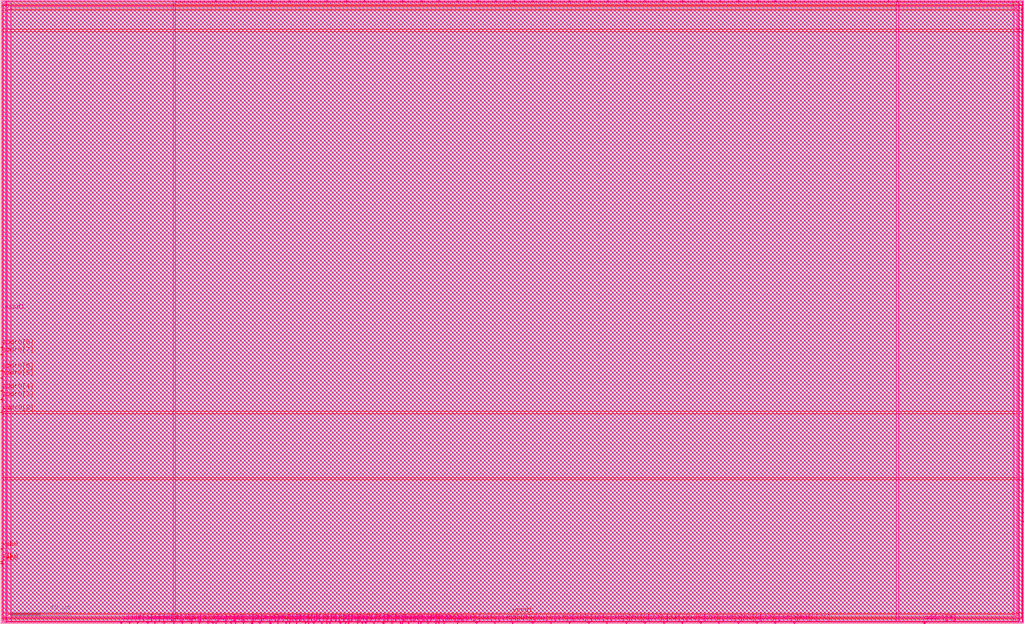
<source format=lef>
VERSION 5.7 ;
BUSBITCHARS "[]" ;
DIVIDERCHAR "/" ;

MACRO cus_tg_mux41_buf
  CLASS CORE ;
  FOREIGN cus_tg_mux41_buf ;
  ORIGIN 0.000 0.000 ;
  SIZE 6.440 BY 2.720 ;
  SYMMETRY X Y R90 ;
  SITE unithd ;
  PIN S0
    ANTENNAGATEAREA 0.216000 ;
    DIRECTION INPUT ;
    USE SIGNAL ;
    PORT
      LAYER met2 ;
        RECT 1.980 1.310 2.300 1.570 ;
        RECT 2.035 0.800 2.245 1.310 ;
        RECT 1.995 0.480 2.255 0.800 ;
    END
    PORT
      LAYER met1 ;
        RECT 0.145 1.550 0.375 1.700 ;
        RECT 1.980 1.550 2.300 1.570 ;
        RECT 0.145 1.410 2.300 1.550 ;
        RECT 1.980 1.310 2.300 1.410 ;
      LAYER via ;
        RECT 2.010 1.310 2.270 1.570 ;
    END
  END S0
  PIN S1N
    ANTENNAGATEAREA 0.108000 ;
    DIRECTION INPUT ;
    USE SIGNAL ;
    PORT
      LAYER met1 ;
        RECT 4.720 1.875 5.070 1.925 ;
        RECT 3.925 1.735 5.070 1.875 ;
        RECT 3.925 1.360 4.095 1.735 ;
        RECT 4.720 1.675 5.070 1.735 ;
        RECT 3.865 1.130 4.155 1.360 ;
    END
  END S1N
  PIN S1
    ANTENNAGATEAREA 0.108000 ;
    DIRECTION INPUT ;
    USE SIGNAL ;
    PORT
      LAYER met1 ;
        RECT 4.720 1.195 5.075 1.465 ;
    END
  END S1
  PIN S0N
    ANTENNAGATEAREA 0.216000 ;
    DIRECTION INPUT ;
    USE SIGNAL ;
    PORT
      LAYER met1 ;
        RECT 3.155 1.480 3.445 1.570 ;
        RECT 2.905 1.340 3.445 1.480 ;
        RECT 0.145 1.170 0.375 1.200 ;
        RECT 2.905 1.170 3.045 1.340 ;
        RECT 0.145 1.030 3.045 1.170 ;
        RECT 0.145 0.910 0.375 1.030 ;
        RECT 1.635 0.940 1.925 1.030 ;
    END
    PORT
      LAYER li1 ;
        RECT 1.695 0.890 1.865 1.220 ;
      LAYER mcon ;
        RECT 1.695 0.970 1.865 1.140 ;
    END
  END S0N
  PIN VGND
    DIRECTION INOUT ;
    SHAPE ABUTMENT ;
    USE GROUND ;
    PORT
      LAYER met1 ;
        RECT 0.000 -0.240 6.440 0.240 ;
    END
  END VGND
  PIN VPWR
    DIRECTION INOUT ;
    SHAPE ABUTMENT ;
    USE POWER ;
    PORT
      LAYER met1 ;
        RECT 0.000 2.480 6.440 2.960 ;
    END
  END VPWR
  PIN VPB
    DIRECTION INOUT ;
    USE POWER ;
    PORT
      LAYER nwell ;
        RECT -0.190 1.305 6.635 2.910 ;
    END
  END VPB
  PIN VNB
    DIRECTION INOUT ;
    USE GROUND ;
    PORT
      LAYER pwell ;
        RECT 0.420 -0.085 0.590 0.085 ;
    END
  END VNB
  PIN A2
    ANTENNADIFFAREA 0.187200 ;
    DIRECTION INPUT ;
    USE SIGNAL ;
    PORT
      LAYER li1 ;
        RECT 2.035 0.255 2.205 2.465 ;
    END
  END A2
  PIN A1
    ANTENNADIFFAREA 0.190800 ;
    DIRECTION INPUT ;
    USE SIGNAL ;
    PORT
      LAYER li1 ;
        RECT 1.355 0.255 1.525 2.465 ;
    END
  END A1
  PIN X
    ANTENNADIFFAREA 0.383600 ;
    DIRECTION OUTPUT ;
    USE SIGNAL ;
    PORT
      LAYER li1 ;
        RECT 6.060 1.765 6.265 2.465 ;
        RECT 6.075 0.255 6.265 1.765 ;
    END
  END X
  PIN A3
    ANTENNADIFFAREA 0.190800 ;
    DIRECTION INPUT ;
    USE SIGNAL ;
    PORT
      LAYER li1 ;
        RECT 2.875 0.255 3.045 2.465 ;
    END
  END A3
  PIN A0
    ANTENNADIFFAREA 0.187200 ;
    DIRECTION INPUT ;
    USE SIGNAL ;
    PORT
      LAYER li1 ;
        RECT 0.515 0.255 0.685 2.465 ;
    END
  END A0
  OBS
      LAYER li1 ;
        RECT 0.000 2.635 6.440 2.805 ;
        RECT 0.175 1.390 0.345 1.720 ;
        RECT 0.175 0.890 0.345 1.220 ;
        RECT 0.935 0.255 1.105 2.465 ;
        RECT 2.455 0.255 2.625 2.465 ;
        RECT 3.215 1.290 3.385 1.620 ;
        RECT 3.215 0.790 3.385 1.120 ;
        RECT 3.585 0.255 3.755 2.465 ;
        RECT 4.005 2.110 4.175 2.465 ;
        RECT 3.925 1.030 4.095 1.360 ;
        RECT 3.995 0.690 4.175 0.860 ;
        RECT 4.005 0.255 4.175 0.690 ;
        RECT 4.425 0.255 4.595 2.465 ;
        RECT 5.165 2.135 5.435 2.465 ;
        RECT 4.765 1.725 5.095 1.895 ;
        RECT 4.765 1.245 5.095 1.415 ;
        RECT 5.265 1.410 5.435 2.135 ;
        RECT 5.635 1.775 5.860 2.635 ;
        RECT 5.735 1.410 5.905 1.490 ;
        RECT 5.265 1.240 5.905 1.410 ;
        RECT 4.825 0.685 4.995 1.015 ;
        RECT 5.265 0.605 5.435 1.240 ;
        RECT 5.735 1.160 5.905 1.240 ;
        RECT 5.165 0.255 5.435 0.605 ;
        RECT 5.655 0.085 5.905 0.945 ;
        RECT 0.000 -0.085 6.440 0.085 ;
      LAYER mcon ;
        RECT 0.145 2.635 0.315 2.805 ;
        RECT 0.605 2.635 0.775 2.805 ;
        RECT 1.065 2.635 1.235 2.805 ;
        RECT 1.525 2.635 1.695 2.805 ;
        RECT 1.985 2.635 2.155 2.805 ;
        RECT 2.445 2.635 2.615 2.805 ;
        RECT 2.905 2.635 3.075 2.805 ;
        RECT 3.365 2.635 3.535 2.805 ;
        RECT 3.825 2.635 3.995 2.805 ;
        RECT 4.285 2.635 4.455 2.805 ;
        RECT 4.745 2.635 4.915 2.805 ;
        RECT 5.205 2.635 5.375 2.805 ;
        RECT 5.665 2.635 5.835 2.805 ;
        RECT 6.125 2.635 6.295 2.805 ;
        RECT 0.935 1.720 1.105 1.890 ;
        RECT 0.175 1.470 0.345 1.640 ;
        RECT 0.175 0.970 0.345 1.140 ;
        RECT 3.585 1.770 3.755 1.940 ;
        RECT 3.215 1.370 3.385 1.540 ;
        RECT 3.215 0.870 3.385 1.040 ;
        RECT 2.455 0.410 2.625 0.580 ;
        RECT 3.925 1.160 4.095 1.330 ;
        RECT 4.825 1.725 4.995 1.895 ;
        RECT 4.825 1.245 4.995 1.415 ;
        RECT 4.825 0.765 4.995 0.935 ;
        RECT 4.425 0.410 4.595 0.580 ;
        RECT 0.145 -0.085 0.315 0.085 ;
        RECT 0.605 -0.085 0.775 0.085 ;
        RECT 1.065 -0.085 1.235 0.085 ;
        RECT 1.525 -0.085 1.695 0.085 ;
        RECT 1.985 -0.085 2.155 0.085 ;
        RECT 2.445 -0.085 2.615 0.085 ;
        RECT 2.905 -0.085 3.075 0.085 ;
        RECT 3.365 -0.085 3.535 0.085 ;
        RECT 3.825 -0.085 3.995 0.085 ;
        RECT 4.285 -0.085 4.455 0.085 ;
        RECT 4.745 -0.085 4.915 0.085 ;
        RECT 5.205 -0.085 5.375 0.085 ;
        RECT 5.665 -0.085 5.835 0.085 ;
        RECT 6.125 -0.085 6.295 0.085 ;
      LAYER met1 ;
        RECT 3.940 2.020 4.260 2.340 ;
        RECT 0.875 1.850 1.165 1.920 ;
        RECT 3.555 1.850 3.785 2.000 ;
        RECT 0.875 1.710 3.785 1.850 ;
        RECT 0.875 1.690 1.165 1.710 ;
        RECT 3.185 0.890 3.415 1.100 ;
        RECT 2.065 0.810 3.415 0.890 ;
        RECT 3.910 0.960 4.230 0.990 ;
        RECT 4.765 0.960 5.030 0.995 ;
        RECT 2.065 0.800 3.385 0.810 ;
        RECT 1.995 0.750 3.385 0.800 ;
        RECT 3.910 0.790 5.030 0.960 ;
        RECT 1.995 0.480 2.255 0.750 ;
        RECT 3.910 0.660 4.230 0.790 ;
        RECT 4.795 0.705 5.030 0.790 ;
        RECT 2.395 0.520 2.685 0.610 ;
        RECT 4.365 0.520 4.655 0.610 ;
        RECT 2.395 0.380 4.655 0.520 ;
      LAYER via ;
        RECT 3.970 2.055 4.230 2.315 ;
        RECT 1.995 0.510 2.255 0.770 ;
        RECT 3.940 0.725 4.200 0.985 ;
      LAYER met2 ;
        RECT 3.920 2.050 4.260 2.340 ;
        RECT 4.005 0.990 4.155 2.050 ;
        RECT 3.910 0.720 4.230 0.990 ;
  END
END cus_tg_mux41_buf
MACRO BlockRAM_1KB
  CLASS BLOCK ;
  SIZE 530.3800 BY 470.9000 ;
  FOREIGN BlockRAM_1KB 0.0000 0.0000 ;
  ORIGIN 0 0 ;
  SYMMETRY X Y R90 ;
  PIN clk
    DIRECTION INPUT ;
    USE SIGNAL ;
    ANTENNAPARTIALMETALAREA 44.5654 LAYER met4  ;
    ANTENNAPARTIALMETALSIDEAREA 238.92 LAYER met4  ;
    ANTENNAMODEL OXIDE1 ;
    ANTENNAGATEAREA 5.406 LAYER met4  ;
    ANTENNAMAXAREACAR 74.7629 LAYER met4  ;
    ANTENNAMAXSIDEAREACAR 377.112 LAYER met4  ;
    ANTENNAMAXCUTCAR 0.716352 LAYER via4  ;
    PORT
      LAYER met4 ;
        RECT 9.4700 0.0000 9.8500 0.7200 ;
    END
  END clk
  PIN rd_addr[7]
    DIRECTION INPUT ;
    USE SIGNAL ;
    ANTENNAPARTIALMETALAREA 1.731 LAYER met1  ;
    ANTENNAPARTIALMETALSIDEAREA 8.547 LAYER met1  ;
    ANTENNAPARTIALCUTAREA 0.0225 LAYER via  ;
    ANTENNAPARTIALMETALAREA 11.0753 LAYER met2  ;
    ANTENNAPARTIALMETALSIDEAREA 55.2055 LAYER met2  ;
    ANTENNAPARTIALCUTAREA 0.04 LAYER via2  ;
    ANTENNAPARTIALMETALAREA 128.692 LAYER met3  ;
    ANTENNAPARTIALMETALSIDEAREA 686.824 LAYER met3  ;
    ANTENNAPARTIALCUTAREA 0.04 LAYER via3  ;
    ANTENNAPARTIALMETALAREA 5.8952 LAYER met4  ;
    ANTENNAPARTIALMETALSIDEAREA 31.592 LAYER met4  ;
    PORT
      LAYER met1 ;
        RECT 0.0000 97.5600 0.7200 97.9400 ;
    END
  END rd_addr[7]
  PIN rd_addr[6]
    DIRECTION INPUT ;
    USE SIGNAL ;
    ANTENNAPARTIALMETALAREA 1.1654 LAYER met1  ;
    ANTENNAPARTIALMETALSIDEAREA 5.719 LAYER met1  ;
    ANTENNAPARTIALCUTAREA 0.0225 LAYER via  ;
    ANTENNAPARTIALMETALAREA 11.2965 LAYER met2  ;
    ANTENNAPARTIALMETALSIDEAREA 56.3115 LAYER met2  ;
    ANTENNAPARTIALCUTAREA 0.04 LAYER via2  ;
    ANTENNAPARTIALMETALAREA 130.024 LAYER met3  ;
    ANTENNAPARTIALMETALSIDEAREA 693.928 LAYER met3  ;
    ANTENNAPARTIALCUTAREA 0.04 LAYER via3  ;
    ANTENNAPARTIALMETALAREA 4.949 LAYER met4  ;
    ANTENNAPARTIALMETALSIDEAREA 27.016 LAYER met4  ;
    PORT
      LAYER met1 ;
        RECT 0.0000 94.1600 0.7200 94.5400 ;
    END
  END rd_addr[6]
  PIN rd_addr[5]
    DIRECTION INPUT ;
    USE SIGNAL ;
    ANTENNAPARTIALMETALAREA 0.2498 LAYER met1  ;
    ANTENNAPARTIALMETALSIDEAREA 1.141 LAYER met1  ;
    ANTENNAPARTIALCUTAREA 0.0225 LAYER via  ;
    ANTENNAPARTIALMETALAREA 10.2745 LAYER met2  ;
    ANTENNAPARTIALMETALSIDEAREA 51.2015 LAYER met2  ;
    ANTENNAPARTIALCUTAREA 0.04 LAYER via2  ;
    ANTENNAPARTIALMETALAREA 133.081 LAYER met3  ;
    ANTENNAPARTIALMETALSIDEAREA 710.232 LAYER met3  ;
    ANTENNAPARTIALCUTAREA 0.04 LAYER via3  ;
    ANTENNAPARTIALMETALAREA 5.501 LAYER met4  ;
    ANTENNAPARTIALMETALSIDEAREA 29.96 LAYER met4  ;
    PORT
      LAYER met1 ;
        RECT 0.0000 90.7600 0.7200 91.1400 ;
    END
  END rd_addr[5]
  PIN rd_addr[4]
    DIRECTION INPUT ;
    USE SIGNAL ;
    ANTENNAPARTIALMETALAREA 1.7968 LAYER met1  ;
    ANTENNAPARTIALMETALSIDEAREA 8.876 LAYER met1  ;
    ANTENNAPARTIALCUTAREA 0.0225 LAYER via  ;
    ANTENNAPARTIALMETALAREA 8.8521 LAYER met2  ;
    ANTENNAPARTIALMETALSIDEAREA 44.0895 LAYER met2  ;
    ANTENNAPARTIALCUTAREA 0.04 LAYER via2  ;
    ANTENNAPARTIALMETALAREA 37.426 LAYER met3  ;
    ANTENNAPARTIALMETALSIDEAREA 200.072 LAYER met3  ;
    ANTENNAPARTIALCUTAREA 0.04 LAYER via3  ;
    ANTENNAPARTIALMETALAREA 4.193 LAYER met4  ;
    ANTENNAPARTIALMETALSIDEAREA 22.984 LAYER met4  ;
    PORT
      LAYER met1 ;
        RECT 0.0000 87.7000 0.7200 88.0800 ;
    END
  END rd_addr[4]
  PIN rd_addr[3]
    DIRECTION INPUT ;
    USE SIGNAL ;
    ANTENNAPARTIALMETALAREA 1.8472 LAYER met1  ;
    ANTENNAPARTIALMETALSIDEAREA 9.128 LAYER met1  ;
    ANTENNAPARTIALCUTAREA 0.0225 LAYER via  ;
    ANTENNAPARTIALMETALAREA 7.8469 LAYER met2  ;
    ANTENNAPARTIALMETALSIDEAREA 39.0635 LAYER met2  ;
    ANTENNAPARTIALCUTAREA 0.04 LAYER via2  ;
    ANTENNAPARTIALMETALAREA 45.368 LAYER met3  ;
    ANTENNAPARTIALMETALSIDEAREA 242.584 LAYER met3  ;
    PORT
      LAYER met1 ;
        RECT 0.0000 84.3000 0.7200 84.6800 ;
    END
  END rd_addr[3]
  PIN rd_addr[2]
    DIRECTION INPUT ;
    USE SIGNAL ;
    ANTENNAPARTIALMETALAREA 17.5966 LAYER met1  ;
    ANTENNAPARTIALMETALSIDEAREA 87.801 LAYER met1  ;
    ANTENNAPARTIALCUTAREA 0.0225 LAYER via  ;
    ANTENNAPARTIALMETALAREA 0.6145 LAYER met2  ;
    ANTENNAPARTIALMETALSIDEAREA 2.9015 LAYER met2  ;
    ANTENNAPARTIALCUTAREA 0.04 LAYER via2  ;
    ANTENNAPARTIALMETALAREA 15.7568 LAYER met3  ;
    ANTENNAPARTIALMETALSIDEAREA 85.128 LAYER met3  ;
    PORT
      LAYER met1 ;
        RECT 0.0000 81.2400 0.7200 81.6200 ;
    END
  END rd_addr[2]
  PIN rd_addr[1]
    DIRECTION INPUT ;
    USE SIGNAL ;
    ANTENNAPARTIALMETALAREA 0.3142 LAYER met1  ;
    ANTENNAPARTIALMETALSIDEAREA 1.463 LAYER met1  ;
    ANTENNAPARTIALCUTAREA 0.0225 LAYER via  ;
    ANTENNAPARTIALMETALAREA 0.2645 LAYER met2  ;
    ANTENNAPARTIALMETALSIDEAREA 1.1515 LAYER met2  ;
    ANTENNAPARTIALCUTAREA 0.04 LAYER via2  ;
    ANTENNAPARTIALMETALAREA 6.196 LAYER met3  ;
    ANTENNAPARTIALMETALSIDEAREA 33.512 LAYER met3  ;
    ANTENNAPARTIALCUTAREA 0.04 LAYER via3  ;
    ANTENNAPARTIALMETALAREA 19.4538 LAYER met4  ;
    ANTENNAPARTIALMETALSIDEAREA 104.224 LAYER met4  ;
    PORT
      LAYER met1 ;
        RECT 0.0000 77.8400 0.7200 78.2200 ;
    END
  END rd_addr[1]
  PIN rd_addr[0]
    DIRECTION INPUT ;
    USE SIGNAL ;
    ANTENNAPARTIALMETALAREA 0.1854 LAYER met1  ;
    ANTENNAPARTIALMETALSIDEAREA 0.819 LAYER met1  ;
    ANTENNAPARTIALCUTAREA 0.0225 LAYER via  ;
    ANTENNAPARTIALMETALAREA 28.9435 LAYER met2  ;
    ANTENNAPARTIALMETALSIDEAREA 144.546 LAYER met2  ;
    ANTENNAPARTIALCUTAREA 0.04 LAYER via2  ;
    ANTENNAPARTIALMETALAREA 6.217 LAYER met3  ;
    ANTENNAPARTIALMETALSIDEAREA 33.624 LAYER met3  ;
    ANTENNAPARTIALCUTAREA 0.04 LAYER via3  ;
    ANTENNAPARTIALMETALAREA 49.466 LAYER met4  ;
    ANTENNAPARTIALMETALSIDEAREA 264.44 LAYER met4  ;
    PORT
      LAYER met1 ;
        RECT 0.0000 74.7800 0.7200 75.1600 ;
    END
  END rd_addr[0]
  PIN rd_data[31]
    DIRECTION OUTPUT ;
    USE SIGNAL ;
    ANTENNAPARTIALMETALAREA 3.243 LAYER met1  ;
    ANTENNAPARTIALMETALSIDEAREA 16.107 LAYER met1  ;
    ANTENNAPARTIALCUTAREA 0.0225 LAYER via  ;
    ANTENNAPARTIALMETALAREA 0.1049 LAYER met2  ;
    ANTENNAPARTIALMETALSIDEAREA 0.4585 LAYER met2  ;
    ANTENNAPARTIALCUTAREA 0.04 LAYER via2  ;
    ANTENNAPARTIALMETALAREA 0.331 LAYER met3  ;
    ANTENNAPARTIALMETALSIDEAREA 2.232 LAYER met3  ;
    ANTENNAPARTIALCUTAREA 0.04 LAYER via3  ;
    ANTENNADIFFAREA 0.429 LAYER met4  ;
    ANTENNAPARTIALMETALAREA 44.4288 LAYER met4  ;
    ANTENNAPARTIALMETALSIDEAREA 237.424 LAYER met4  ;
    PORT
      LAYER met1 ;
        RECT 0.0000 291.0200 0.7200 291.4000 ;
    END
  END rd_data[31]
  PIN rd_data[30]
    DIRECTION OUTPUT ;
    USE SIGNAL ;
    ANTENNAPARTIALMETALAREA 3.998 LAYER met1  ;
    ANTENNAPARTIALMETALSIDEAREA 19.845 LAYER met1  ;
    ANTENNAPARTIALCUTAREA 0.0225 LAYER via  ;
    ANTENNADIFFAREA 0.429 LAYER met2  ;
    ANTENNAPARTIALMETALAREA 4.0988 LAYER met2  ;
    ANTENNAPARTIALMETALSIDEAREA 20.258 LAYER met2  ;
    PORT
      LAYER met1 ;
        RECT 0.0000 287.6200 0.7200 288.0000 ;
    END
  END rd_data[30]
  PIN rd_data[29]
    DIRECTION OUTPUT ;
    USE SIGNAL ;
    ANTENNAPARTIALMETALAREA 52.298 LAYER met1  ;
    ANTENNAPARTIALMETALSIDEAREA 261.345 LAYER met1  ;
    ANTENNAPARTIALCUTAREA 0.0225 LAYER via  ;
    ANTENNADIFFAREA 0.429 LAYER met2  ;
    ANTENNAPARTIALMETALAREA 1.0736 LAYER met2  ;
    ANTENNAPARTIALMETALSIDEAREA 5.25 LAYER met2  ;
    PORT
      LAYER met1 ;
        RECT 0.0000 284.2200 0.7200 284.6000 ;
    END
  END rd_data[29]
  PIN rd_data[28]
    DIRECTION OUTPUT ;
    USE SIGNAL ;
    ANTENNAPARTIALMETALAREA 2.6508 LAYER met1  ;
    ANTENNAPARTIALMETALSIDEAREA 13.146 LAYER met1  ;
    ANTENNAPARTIALCUTAREA 0.0225 LAYER via  ;
    ANTENNADIFFAREA 0.429 LAYER met2  ;
    ANTENNAPARTIALMETALAREA 27.0924 LAYER met2  ;
    ANTENNAPARTIALMETALSIDEAREA 135.226 LAYER met2  ;
    PORT
      LAYER met1 ;
        RECT 0.0000 280.8200 0.7200 281.2000 ;
    END
  END rd_data[28]
  PIN rd_data[27]
    DIRECTION OUTPUT ;
    USE SIGNAL ;
    ANTENNAPARTIALMETALAREA 2.277 LAYER met1  ;
    ANTENNAPARTIALMETALSIDEAREA 11.277 LAYER met1  ;
    ANTENNAPARTIALCUTAREA 0.0225 LAYER via  ;
    ANTENNADIFFAREA 0.429 LAYER met2  ;
    ANTENNAPARTIALMETALAREA 26.8684 LAYER met2  ;
    ANTENNAPARTIALMETALSIDEAREA 134.106 LAYER met2  ;
    PORT
      LAYER met1 ;
        RECT 0.0000 277.4200 0.7200 277.8000 ;
    END
  END rd_data[27]
  PIN rd_data[26]
    DIRECTION OUTPUT ;
    USE SIGNAL ;
    ANTENNAPARTIALMETALAREA 3.0638 LAYER met1  ;
    ANTENNAPARTIALMETALSIDEAREA 15.211 LAYER met1  ;
    ANTENNAPARTIALCUTAREA 0.0225 LAYER via  ;
    ANTENNADIFFAREA 0.429 LAYER met2  ;
    ANTENNAPARTIALMETALAREA 26.8852 LAYER met2  ;
    ANTENNAPARTIALMETALSIDEAREA 134.19 LAYER met2  ;
    PORT
      LAYER met1 ;
        RECT 0.0000 274.0200 0.7200 274.4000 ;
    END
  END rd_data[26]
  PIN rd_data[25]
    DIRECTION OUTPUT ;
    USE SIGNAL ;
    ANTENNAPARTIALMETALAREA 0.121 LAYER met1  ;
    ANTENNAPARTIALMETALSIDEAREA 0.497 LAYER met1  ;
    ANTENNAPARTIALCUTAREA 0.0225 LAYER via  ;
    ANTENNADIFFAREA 0.429 LAYER met2  ;
    ANTENNAPARTIALMETALAREA 28.7108 LAYER met2  ;
    ANTENNAPARTIALMETALSIDEAREA 143.318 LAYER met2  ;
    PORT
      LAYER met1 ;
        RECT 0.0000 270.6200 0.7200 271.0000 ;
    END
  END rd_data[25]
  PIN rd_data[24]
    DIRECTION OUTPUT ;
    USE SIGNAL ;
    ANTENNAPARTIALMETALAREA 43.6166 LAYER met1  ;
    ANTENNAPARTIALMETALSIDEAREA 217.938 LAYER met1  ;
    ANTENNAPARTIALCUTAREA 0.0225 LAYER via  ;
    ANTENNADIFFAREA 0.429 LAYER met2  ;
    ANTENNAPARTIALMETALAREA 2.1684 LAYER met2  ;
    ANTENNAPARTIALMETALSIDEAREA 10.724 LAYER met2  ;
    PORT
      LAYER met1 ;
        RECT 0.0000 267.2200 0.7200 267.6000 ;
    END
  END rd_data[24]
  PIN rd_data[23]
    DIRECTION OUTPUT ;
    USE SIGNAL ;
    ANTENNAPARTIALMETALAREA 2.8132 LAYER met1  ;
    ANTENNAPARTIALMETALSIDEAREA 13.958 LAYER met1  ;
    ANTENNAPARTIALCUTAREA 0.0225 LAYER via  ;
    ANTENNADIFFAREA 0.429 LAYER met2  ;
    ANTENNAPARTIALMETALAREA 29.4864 LAYER met2  ;
    ANTENNAPARTIALMETALSIDEAREA 147.196 LAYER met2  ;
    PORT
      LAYER met1 ;
        RECT 0.0000 263.8200 0.7200 264.2000 ;
    END
  END rd_data[23]
  PIN rd_data[22]
    DIRECTION OUTPUT ;
    USE SIGNAL ;
    ANTENNAPARTIALMETALAREA 43.8112 LAYER met1  ;
    ANTENNAPARTIALMETALSIDEAREA 218.911 LAYER met1  ;
    ANTENNAPARTIALCUTAREA 0.0225 LAYER via  ;
    ANTENNADIFFAREA 0.429 LAYER met2  ;
    ANTENNAPARTIALMETALAREA 2.4876 LAYER met2  ;
    ANTENNAPARTIALMETALSIDEAREA 12.32 LAYER met2  ;
    PORT
      LAYER met1 ;
        RECT 0.0000 260.4200 0.7200 260.8000 ;
    END
  END rd_data[22]
  PIN rd_data[21]
    DIRECTION OUTPUT ;
    USE SIGNAL ;
    ANTENNAPARTIALMETALAREA 0.3142 LAYER met1  ;
    ANTENNAPARTIALMETALSIDEAREA 1.463 LAYER met1  ;
    ANTENNAPARTIALCUTAREA 0.0225 LAYER via  ;
    ANTENNADIFFAREA 0.429 LAYER met2  ;
    ANTENNAPARTIALMETALAREA 6.3612 LAYER met2  ;
    ANTENNAPARTIALMETALSIDEAREA 31.57 LAYER met2  ;
    PORT
      LAYER met1 ;
        RECT 0.0000 257.0200 0.7200 257.4000 ;
    END
  END rd_data[21]
  PIN rd_data[20]
    DIRECTION OUTPUT ;
    USE SIGNAL ;
    ANTENNAPARTIALMETALAREA 0.705 LAYER met1  ;
    ANTENNAPARTIALMETALSIDEAREA 3.4475 LAYER met1  ;
    ANTENNAPARTIALCUTAREA 0.0225 LAYER via  ;
    ANTENNADIFFAREA 0.429 LAYER met2  ;
    ANTENNAPARTIALMETALAREA 3.6704 LAYER met2  ;
    ANTENNAPARTIALMETALSIDEAREA 18.116 LAYER met2  ;
    PORT
      LAYER met1 ;
        RECT 0.0000 253.6200 0.7200 254.0000 ;
    END
  END rd_data[20]
  PIN rd_data[19]
    DIRECTION OUTPUT ;
    USE SIGNAL ;
    ANTENNAPARTIALMETALAREA 38.7222 LAYER met1  ;
    ANTENNAPARTIALMETALSIDEAREA 193.466 LAYER met1  ;
    ANTENNAPARTIALCUTAREA 0.0225 LAYER via  ;
    ANTENNADIFFAREA 0.429 LAYER met2  ;
    ANTENNAPARTIALMETALAREA 1.5496 LAYER met2  ;
    ANTENNAPARTIALMETALSIDEAREA 7.63 LAYER met2  ;
    PORT
      LAYER met1 ;
        RECT 0.0000 250.2200 0.7200 250.6000 ;
    END
  END rd_data[19]
  PIN rd_data[18]
    DIRECTION OUTPUT ;
    USE SIGNAL ;
    ANTENNAPARTIALMETALAREA 37.5154 LAYER met1  ;
    ANTENNAPARTIALMETALSIDEAREA 187.432 LAYER met1  ;
    ANTENNAPARTIALCUTAREA 0.0225 LAYER via  ;
    ANTENNADIFFAREA 0.429 LAYER met2  ;
    ANTENNAPARTIALMETALAREA 2.1684 LAYER met2  ;
    ANTENNAPARTIALMETALSIDEAREA 10.724 LAYER met2  ;
    PORT
      LAYER met1 ;
        RECT 0.0000 246.8200 0.7200 247.2000 ;
    END
  END rd_data[18]
  PIN rd_data[17]
    DIRECTION OUTPUT ;
    USE SIGNAL ;
    ANTENNAPARTIALMETALAREA 13.434 LAYER met1  ;
    ANTENNAPARTIALMETALSIDEAREA 67.025 LAYER met1  ;
    ANTENNAPARTIALCUTAREA 0.0225 LAYER via  ;
    ANTENNADIFFAREA 0.429 LAYER met2  ;
    ANTENNAPARTIALMETALAREA 1.6924 LAYER met2  ;
    ANTENNAPARTIALMETALSIDEAREA 8.344 LAYER met2  ;
    PORT
      LAYER met1 ;
        RECT 0.0000 243.4200 0.7200 243.8000 ;
    END
  END rd_data[17]
  PIN rd_data[16]
    DIRECTION OUTPUT ;
    USE SIGNAL ;
    ANTENNAPARTIALMETALAREA 10.1314 LAYER met1  ;
    ANTENNAPARTIALMETALSIDEAREA 50.512 LAYER met1  ;
    ANTENNAPARTIALCUTAREA 0.0225 LAYER via  ;
    ANTENNADIFFAREA 0.429 LAYER met2  ;
    ANTENNAPARTIALMETALAREA 0.4072 LAYER met2  ;
    ANTENNAPARTIALMETALSIDEAREA 1.918 LAYER met2  ;
    PORT
      LAYER met1 ;
        RECT 0.0000 240.0200 0.7200 240.4000 ;
    END
  END rd_data[16]
  PIN rd_data[15]
    DIRECTION OUTPUT ;
    USE SIGNAL ;
    ANTENNAPARTIALCUTAREA 0.0225 LAYER via  ;
    ANTENNAPARTIALMETALAREA 35.6901 LAYER met2  ;
    ANTENNAPARTIALMETALSIDEAREA 178.28 LAYER met2  ;
    ANTENNAPARTIALCUTAREA 0.04 LAYER via2  ;
    ANTENNAPARTIALMETALAREA 2.539 LAYER met3  ;
    ANTENNAPARTIALMETALSIDEAREA 14.008 LAYER met3  ;
    ANTENNAPARTIALCUTAREA 0.04 LAYER via3  ;
    ANTENNADIFFAREA 0.429 LAYER met4  ;
    ANTENNAPARTIALMETALAREA 12.6108 LAYER met4  ;
    ANTENNAPARTIALMETALSIDEAREA 67.728 LAYER met4  ;
    PORT
      LAYER met1 ;
        RECT 0.0000 58.4600 0.7200 58.8400 ;
    END
  END rd_data[15]
  PIN rd_data[14]
    DIRECTION OUTPUT ;
    USE SIGNAL ;
    ANTENNAPARTIALMETALAREA 0.1854 LAYER met1  ;
    ANTENNAPARTIALMETALSIDEAREA 0.819 LAYER met1  ;
    ANTENNAPARTIALCUTAREA 0.0225 LAYER via  ;
    ANTENNAPARTIALMETALAREA 1.6645 LAYER met2  ;
    ANTENNAPARTIALMETALSIDEAREA 8.1515 LAYER met2  ;
    ANTENNAPARTIALCUTAREA 0.04 LAYER via2  ;
    ANTENNAPARTIALMETALAREA 6.5908 LAYER met3  ;
    ANTENNAPARTIALMETALSIDEAREA 36.088 LAYER met3  ;
    ANTENNAPARTIALCUTAREA 0.04 LAYER via3  ;
    ANTENNADIFFAREA 0.429 LAYER met4  ;
    ANTENNAPARTIALMETALAREA 108.503 LAYER met4  ;
    ANTENNAPARTIALMETALSIDEAREA 579.152 LAYER met4  ;
    PORT
      LAYER met1 ;
        RECT 0.0000 55.0600 0.7200 55.4400 ;
    END
  END rd_data[14]
  PIN rd_data[13]
    DIRECTION OUTPUT ;
    USE SIGNAL ;
    ANTENNAPARTIALMETALAREA 58.9858 LAYER met1  ;
    ANTENNAPARTIALMETALSIDEAREA 294.784 LAYER met1  ;
    ANTENNAPARTIALCUTAREA 0.0225 LAYER via  ;
    ANTENNADIFFAREA 0.429 LAYER met2  ;
    ANTENNAPARTIALMETALAREA 1.502 LAYER met2  ;
    ANTENNAPARTIALMETALSIDEAREA 7.392 LAYER met2  ;
    PORT
      LAYER met1 ;
        RECT 0.0000 52.0000 0.7200 52.3800 ;
    END
  END rd_data[13]
  PIN rd_data[12]
    DIRECTION OUTPUT ;
    USE SIGNAL ;
    ANTENNAPARTIALMETALAREA 1.8136 LAYER met1  ;
    ANTENNAPARTIALMETALSIDEAREA 8.96 LAYER met1  ;
    ANTENNAPARTIALCUTAREA 0.0225 LAYER via  ;
    ANTENNAPARTIALMETALAREA 19.0679 LAYER met2  ;
    ANTENNAPARTIALMETALSIDEAREA 95.1685 LAYER met2  ;
    ANTENNAPARTIALCUTAREA 0.04 LAYER via2  ;
    ANTENNAPARTIALMETALAREA 5.1418 LAYER met3  ;
    ANTENNAPARTIALMETALSIDEAREA 28.36 LAYER met3  ;
    ANTENNAPARTIALCUTAREA 0.04 LAYER via3  ;
    ANTENNADIFFAREA 0.429 LAYER met4  ;
    ANTENNAPARTIALMETALAREA 43.6968 LAYER met4  ;
    ANTENNAPARTIALMETALSIDEAREA 233.52 LAYER met4  ;
    PORT
      LAYER met1 ;
        RECT 0.0000 48.6000 0.7200 48.9800 ;
    END
  END rd_data[12]
  PIN rd_data[11]
    DIRECTION OUTPUT ;
    USE SIGNAL ;
    ANTENNAPARTIALMETALAREA 3.354 LAYER met1  ;
    ANTENNAPARTIALMETALSIDEAREA 16.625 LAYER met1  ;
    ANTENNAPARTIALCUTAREA 0.0225 LAYER via  ;
    ANTENNADIFFAREA 0.429 LAYER met2  ;
    ANTENNAPARTIALMETALAREA 6.7364 LAYER met2  ;
    ANTENNAPARTIALMETALSIDEAREA 33.446 LAYER met2  ;
    PORT
      LAYER met1 ;
        RECT 0.0000 45.5400 0.7200 45.9200 ;
    END
  END rd_data[11]
  PIN rd_data[10]
    DIRECTION OUTPUT ;
    USE SIGNAL ;
    ANTENNAPARTIALMETALAREA 3.4502 LAYER met1  ;
    ANTENNAPARTIALMETALSIDEAREA 17.143 LAYER met1  ;
    ANTENNAPARTIALCUTAREA 0.0225 LAYER via  ;
    ANTENNAPARTIALMETALAREA 41.6961 LAYER met2  ;
    ANTENNAPARTIALMETALSIDEAREA 208.31 LAYER met2  ;
    ANTENNAPARTIALCUTAREA 0.04 LAYER via2  ;
    ANTENNAPARTIALMETALAREA 2.194 LAYER met3  ;
    ANTENNAPARTIALMETALSIDEAREA 12.168 LAYER met3  ;
    ANTENNAPARTIALCUTAREA 0.04 LAYER via3  ;
    ANTENNADIFFAREA 0.429 LAYER met4  ;
    ANTENNAPARTIALMETALAREA 37.5228 LAYER met4  ;
    ANTENNAPARTIALMETALSIDEAREA 200.592 LAYER met4  ;
    PORT
      LAYER met1 ;
        RECT 0.0000 42.1400 0.7200 42.5200 ;
    END
  END rd_data[10]
  PIN rd_data[9]
    DIRECTION OUTPUT ;
    USE SIGNAL ;
    ANTENNAPARTIALMETALAREA 10.5318 LAYER met1  ;
    ANTENNAPARTIALMETALSIDEAREA 52.514 LAYER met1  ;
    ANTENNAPARTIALCUTAREA 0.0225 LAYER via  ;
    ANTENNADIFFAREA 0.429 LAYER met2  ;
    ANTENNAPARTIALMETALAREA 0.3596 LAYER met2  ;
    ANTENNAPARTIALMETALSIDEAREA 1.68 LAYER met2  ;
    PORT
      LAYER met1 ;
        RECT 0.0000 39.0800 0.7200 39.4600 ;
    END
  END rd_data[9]
  PIN rd_data[8]
    DIRECTION OUTPUT ;
    USE SIGNAL ;
    ANTENNAPARTIALMETALAREA 2.143 LAYER met1  ;
    ANTENNAPARTIALMETALSIDEAREA 10.57 LAYER met1  ;
    ANTENNAPARTIALCUTAREA 0.0225 LAYER via  ;
    ANTENNADIFFAREA 0.429 LAYER met2  ;
    ANTENNAPARTIALMETALAREA 3.6228 LAYER met2  ;
    ANTENNAPARTIALMETALSIDEAREA 17.878 LAYER met2  ;
    PORT
      LAYER met1 ;
        RECT 0.0000 35.6800 0.7200 36.0600 ;
    END
  END rd_data[8]
  PIN rd_data[7]
    DIRECTION OUTPUT ;
    USE SIGNAL ;
    ANTENNAPARTIALMETALAREA 2.4006 LAYER met1  ;
    ANTENNAPARTIALMETALSIDEAREA 11.858 LAYER met1  ;
    ANTENNAPARTIALCUTAREA 0.0225 LAYER via  ;
    ANTENNAPARTIALMETALAREA 12.5159 LAYER met2  ;
    ANTENNAPARTIALMETALSIDEAREA 62.4085 LAYER met2  ;
    ANTENNAPARTIALCUTAREA 0.04 LAYER via2  ;
    ANTENNAPARTIALMETALAREA 0.469 LAYER met3  ;
    ANTENNAPARTIALMETALSIDEAREA 2.968 LAYER met3  ;
    ANTENNAPARTIALCUTAREA 0.04 LAYER via3  ;
    ANTENNADIFFAREA 0.429 LAYER met4  ;
    ANTENNAPARTIALMETALAREA 12.2448 LAYER met4  ;
    ANTENNAPARTIALMETALSIDEAREA 65.776 LAYER met4  ;
    PORT
      LAYER met1 ;
        RECT 0.0000 32.2800 0.7200 32.6600 ;
    END
  END rd_data[7]
  PIN rd_data[6]
    DIRECTION OUTPUT ;
    USE SIGNAL ;
    ANTENNAPARTIALMETALAREA 1.4398 LAYER met1  ;
    ANTENNAPARTIALMETALSIDEAREA 7.091 LAYER met1  ;
    ANTENNAPARTIALCUTAREA 0.0225 LAYER via  ;
    ANTENNAPARTIALMETALAREA 22.2613 LAYER met2  ;
    ANTENNAPARTIALMETALSIDEAREA 111.136 LAYER met2  ;
    ANTENNAPARTIALCUTAREA 0.04 LAYER via2  ;
    ANTENNAPARTIALMETALAREA 2.974 LAYER met3  ;
    ANTENNAPARTIALMETALSIDEAREA 16.328 LAYER met3  ;
    ANTENNAPARTIALCUTAREA 0.04 LAYER via3  ;
    ANTENNADIFFAREA 0.429 LAYER met4  ;
    ANTENNAPARTIALMETALAREA 78.9756 LAYER met4  ;
    ANTENNAPARTIALMETALSIDEAREA 422.144 LAYER met4  ;
    PORT
      LAYER met1 ;
        RECT 0.0000 29.2200 0.7200 29.6000 ;
    END
  END rd_data[6]
  PIN rd_data[5]
    DIRECTION OUTPUT ;
    USE SIGNAL ;
    ANTENNAPARTIALCUTAREA 0.0225 LAYER via  ;
    ANTENNAPARTIALMETALAREA 0.2071 LAYER met2  ;
    ANTENNAPARTIALMETALSIDEAREA 0.8645 LAYER met2  ;
    ANTENNAPARTIALCUTAREA 0.04 LAYER via2  ;
    ANTENNAPARTIALMETALAREA 0.262 LAYER met3  ;
    ANTENNAPARTIALMETALSIDEAREA 1.864 LAYER met3  ;
    ANTENNAPARTIALCUTAREA 0.04 LAYER via3  ;
    ANTENNADIFFAREA 0.429 LAYER met4  ;
    ANTENNAPARTIALMETALAREA 124.559 LAYER met4  ;
    ANTENNAPARTIALMETALSIDEAREA 664.784 LAYER met4  ;
    PORT
      LAYER met1 ;
        RECT 0.0000 25.8200 0.7200 26.2000 ;
    END
  END rd_data[5]
  PIN rd_data[4]
    DIRECTION OUTPUT ;
    USE SIGNAL ;
    ANTENNAPARTIALMETALAREA 3.6242 LAYER met1  ;
    ANTENNAPARTIALMETALSIDEAREA 17.976 LAYER met1  ;
    ANTENNAPARTIALCUTAREA 0.0225 LAYER via  ;
    ANTENNAPARTIALMETALAREA 28.1119 LAYER met2  ;
    ANTENNAPARTIALMETALSIDEAREA 140.388 LAYER met2  ;
    ANTENNAPARTIALCUTAREA 0.04 LAYER via2  ;
    ANTENNADIFFAREA 0.429 LAYER met3  ;
    ANTENNAPARTIALMETALAREA 23.3028 LAYER met3  ;
    ANTENNAPARTIALMETALSIDEAREA 124.752 LAYER met3  ;
    PORT
      LAYER met1 ;
        RECT 0.0000 22.7600 0.7200 23.1400 ;
    END
  END rd_data[4]
  PIN rd_data[3]
    DIRECTION OUTPUT ;
    USE SIGNAL ;
    ANTENNAPARTIALMETALAREA 2.375 LAYER met1  ;
    ANTENNAPARTIALMETALSIDEAREA 11.767 LAYER met1  ;
    ANTENNAPARTIALCUTAREA 0.0225 LAYER via  ;
    ANTENNAPARTIALMETALAREA 0.1595 LAYER met2  ;
    ANTENNAPARTIALMETALSIDEAREA 0.6055 LAYER met2  ;
    ANTENNAPARTIALCUTAREA 0.04 LAYER via2  ;
    ANTENNAPARTIALMETALAREA 0.331 LAYER met3  ;
    ANTENNAPARTIALMETALSIDEAREA 2.232 LAYER met3  ;
    ANTENNAPARTIALCUTAREA 0.04 LAYER via3  ;
    ANTENNADIFFAREA 0.429 LAYER met4  ;
    ANTENNAPARTIALMETALAREA 126.533 LAYER met4  ;
    ANTENNAPARTIALMETALSIDEAREA 675.312 LAYER met4  ;
    PORT
      LAYER met1 ;
        RECT 0.0000 19.3600 0.7200 19.7400 ;
    END
  END rd_data[3]
  PIN rd_data[2]
    DIRECTION OUTPUT ;
    USE SIGNAL ;
    ANTENNAPARTIALMETALAREA 2.053 LAYER met1  ;
    ANTENNAPARTIALMETALSIDEAREA 10.157 LAYER met1  ;
    ANTENNAPARTIALCUTAREA 0.0225 LAYER via  ;
    ANTENNAPARTIALMETALAREA 2.0957 LAYER met2  ;
    ANTENNAPARTIALMETALSIDEAREA 10.3075 LAYER met2  ;
    ANTENNAPARTIALCUTAREA 0.04 LAYER via2  ;
    ANTENNAPARTIALMETALAREA 1.435 LAYER met3  ;
    ANTENNAPARTIALMETALSIDEAREA 8.12 LAYER met3  ;
    ANTENNAPARTIALCUTAREA 0.04 LAYER via3  ;
    ANTENNADIFFAREA 0.429 LAYER met4  ;
    ANTENNAPARTIALMETALAREA 19.6998 LAYER met4  ;
    ANTENNAPARTIALMETALSIDEAREA 105.536 LAYER met4  ;
    PORT
      LAYER met1 ;
        RECT 0.0000 16.3000 0.7200 16.6800 ;
    END
  END rd_data[2]
  PIN rd_data[1]
    DIRECTION OUTPUT ;
    USE SIGNAL ;
    ANTENNAPARTIALMETALAREA 0.8452 LAYER met1  ;
    ANTENNAPARTIALMETALSIDEAREA 4.081 LAYER met1  ;
    ANTENNAPARTIALCUTAREA 0.0225 LAYER via  ;
    ANTENNADIFFAREA 0.429 LAYER met2  ;
    ANTENNAPARTIALMETALAREA 25.9544 LAYER met2  ;
    ANTENNAPARTIALMETALSIDEAREA 129.654 LAYER met2  ;
    PORT
      LAYER met1 ;
        RECT 0.0000 12.9000 0.7200 13.2800 ;
    END
  END rd_data[1]
  PIN rd_data[0]
    DIRECTION OUTPUT ;
    USE SIGNAL ;
    ANTENNAPARTIALMETALAREA 2.8514 LAYER met1  ;
    ANTENNAPARTIALMETALSIDEAREA 14.112 LAYER met1  ;
    ANTENNAPARTIALCUTAREA 0.0225 LAYER via  ;
    ANTENNADIFFAREA 0.429 LAYER met2  ;
    ANTENNAPARTIALMETALAREA 33.2328 LAYER met2  ;
    ANTENNAPARTIALMETALSIDEAREA 165.928 LAYER met2  ;
    PORT
      LAYER met1 ;
        RECT 0.0000 9.8400 0.7200 10.2200 ;
    END
  END rd_data[0]
  PIN wr_addr[7]
    DIRECTION INPUT ;
    USE SIGNAL ;
    ANTENNAPARTIALMETALAREA 1.535 LAYER met1  ;
    ANTENNAPARTIALMETALSIDEAREA 7.567 LAYER met1  ;
    ANTENNAPARTIALCUTAREA 0.0225 LAYER via  ;
    ANTENNAPARTIALMETALAREA 16.5437 LAYER met2  ;
    ANTENNAPARTIALMETALSIDEAREA 82.5475 LAYER met2  ;
    ANTENNAPARTIALCUTAREA 0.04 LAYER via2  ;
    ANTENNAPARTIALMETALAREA 5.3792 LAYER met3  ;
    ANTENNAPARTIALMETALSIDEAREA 28.84 LAYER met3  ;
    PORT
      LAYER met1 ;
        RECT 0.0000 325.0200 0.7200 325.4000 ;
    END
  END wr_addr[7]
  PIN wr_addr[6]
    DIRECTION INPUT ;
    USE SIGNAL ;
    ANTENNAPARTIALMETALAREA 1.9424 LAYER met1  ;
    ANTENNAPARTIALMETALSIDEAREA 9.604 LAYER met1  ;
    ANTENNAPARTIALCUTAREA 0.0225 LAYER via  ;
    ANTENNAPARTIALMETALAREA 16.4555 LAYER met2  ;
    ANTENNAPARTIALMETALSIDEAREA 82.1065 LAYER met2  ;
    ANTENNAPARTIALCUTAREA 0.04 LAYER via2  ;
    ANTENNAPARTIALMETALAREA 4.6922 LAYER met3  ;
    ANTENNAPARTIALMETALSIDEAREA 25.176 LAYER met3  ;
    PORT
      LAYER met1 ;
        RECT 0.0000 321.6200 0.7200 322.0000 ;
    END
  END wr_addr[6]
  PIN wr_addr[5]
    DIRECTION INPUT ;
    USE SIGNAL ;
    ANTENNAPARTIALMETALAREA 1.5896 LAYER met1  ;
    ANTENNAPARTIALMETALSIDEAREA 7.84 LAYER met1  ;
    ANTENNAPARTIALCUTAREA 0.0225 LAYER via  ;
    ANTENNAPARTIALMETALAREA 17.4957 LAYER met2  ;
    ANTENNAPARTIALMETALSIDEAREA 87.3075 LAYER met2  ;
    ANTENNAPARTIALCUTAREA 0.04 LAYER via2  ;
    ANTENNAPARTIALMETALAREA 4.6472 LAYER met3  ;
    ANTENNAPARTIALMETALSIDEAREA 24.936 LAYER met3  ;
    PORT
      LAYER met1 ;
        RECT 0.0000 318.2200 0.7200 318.6000 ;
    END
  END wr_addr[5]
  PIN wr_addr[4]
    DIRECTION INPUT ;
    USE SIGNAL ;
    ANTENNAPARTIALMETALAREA 2.0194 LAYER met1  ;
    ANTENNAPARTIALMETALSIDEAREA 9.989 LAYER met1  ;
    ANTENNAPARTIALCUTAREA 0.0225 LAYER via  ;
    ANTENNAPARTIALMETALAREA 17.9045 LAYER met2  ;
    ANTENNAPARTIALMETALSIDEAREA 89.3515 LAYER met2  ;
    ANTENNAPARTIALCUTAREA 0.04 LAYER via2  ;
    ANTENNAPARTIALMETALAREA 3.8042 LAYER met3  ;
    ANTENNAPARTIALMETALSIDEAREA 20.44 LAYER met3  ;
    PORT
      LAYER met1 ;
        RECT 0.0000 314.8200 0.7200 315.2000 ;
    END
  END wr_addr[4]
  PIN wr_addr[3]
    DIRECTION INPUT ;
    USE SIGNAL ;
    ANTENNAPARTIALMETALAREA 1.7618 LAYER met1  ;
    ANTENNAPARTIALMETALSIDEAREA 8.701 LAYER met1  ;
    ANTENNAPARTIALCUTAREA 0.0225 LAYER via  ;
    ANTENNAPARTIALMETALAREA 18.4813 LAYER met2  ;
    ANTENNAPARTIALMETALSIDEAREA 92.2355 LAYER met2  ;
    ANTENNAPARTIALCUTAREA 0.04 LAYER via2  ;
    ANTENNAPARTIALMETALAREA 4.0652 LAYER met3  ;
    ANTENNAPARTIALMETALSIDEAREA 21.832 LAYER met3  ;
    PORT
      LAYER met1 ;
        RECT 0.0000 311.4200 0.7200 311.8000 ;
    END
  END wr_addr[3]
  PIN wr_addr[2]
    DIRECTION INPUT ;
    USE SIGNAL ;
    ANTENNAPARTIALMETALAREA 1.5686 LAYER met1  ;
    ANTENNAPARTIALMETALSIDEAREA 7.735 LAYER met1  ;
    ANTENNAPARTIALCUTAREA 0.0225 LAYER via  ;
    ANTENNAPARTIALMETALAREA 18.5485 LAYER met2  ;
    ANTENNAPARTIALMETALSIDEAREA 92.5715 LAYER met2  ;
    ANTENNAPARTIALCUTAREA 0.04 LAYER via2  ;
    ANTENNAPARTIALMETALAREA 4.9412 LAYER met3  ;
    ANTENNAPARTIALMETALSIDEAREA 26.504 LAYER met3  ;
    PORT
      LAYER met1 ;
        RECT 0.0000 308.0200 0.7200 308.4000 ;
    END
  END wr_addr[2]
  PIN wr_addr[1]
    DIRECTION INPUT ;
    USE SIGNAL ;
    ANTENNAPARTIALMETALAREA 1.1514 LAYER met1  ;
    ANTENNAPARTIALMETALSIDEAREA 5.649 LAYER met1  ;
    ANTENNAPARTIALCUTAREA 0.0225 LAYER via  ;
    ANTENNAPARTIALMETALAREA 19.5395 LAYER met2  ;
    ANTENNAPARTIALMETALSIDEAREA 97.4085 LAYER met2  ;
    ANTENNAPARTIALCUTAREA 0.04 LAYER via2  ;
    ANTENNAPARTIALMETALAREA 3.4682 LAYER met3  ;
    ANTENNAPARTIALMETALSIDEAREA 18.648 LAYER met3  ;
    PORT
      LAYER met1 ;
        RECT 0.0000 304.6200 0.7200 305.0000 ;
    END
  END wr_addr[1]
  PIN wr_addr[0]
    DIRECTION INPUT ;
    USE SIGNAL ;
    ANTENNAPARTIALMETALAREA 0.7958 LAYER met1  ;
    ANTENNAPARTIALMETALSIDEAREA 3.871 LAYER met1  ;
    ANTENNAPARTIALCUTAREA 0.0225 LAYER via  ;
    ANTENNAPARTIALMETALAREA 41.5701 LAYER met2  ;
    ANTENNAPARTIALMETALSIDEAREA 207.68 LAYER met2  ;
    ANTENNAPARTIALCUTAREA 0.04 LAYER via2  ;
    ANTENNAPARTIALMETALAREA 29.38 LAYER met3  ;
    ANTENNAPARTIALMETALSIDEAREA 157.16 LAYER met3  ;
    ANTENNAPARTIALCUTAREA 0.04 LAYER via3  ;
    ANTENNAPARTIALMETALAREA 2.7932 LAYER met4  ;
    ANTENNAPARTIALMETALSIDEAREA 15.048 LAYER met4  ;
    PORT
      LAYER met1 ;
        RECT 0.0000 301.2200 0.7200 301.6000 ;
    END
  END wr_addr[0]
  PIN wr_data[31]
    DIRECTION INPUT ;
    USE SIGNAL ;
    ANTENNAPARTIALMETALAREA 0.1854 LAYER met1  ;
    ANTENNAPARTIALMETALSIDEAREA 0.819 LAYER met1  ;
    ANTENNAPARTIALCUTAREA 0.0225 LAYER via  ;
    ANTENNAPARTIALMETALAREA 22.4443 LAYER met2  ;
    ANTENNAPARTIALMETALSIDEAREA 111.815 LAYER met2  ;
    ANTENNAPARTIALCUTAREA 0.04 LAYER via2  ;
    ANTENNAPARTIALMETALAREA 32.5174 LAYER met3  ;
    ANTENNAPARTIALMETALSIDEAREA 175.304 LAYER met3  ;
    ANTENNAPARTIALCUTAREA 0.04 LAYER via3  ;
    ANTENNAPARTIALMETALAREA 0.6516 LAYER met4  ;
    ANTENNAPARTIALMETALSIDEAREA 4.416 LAYER met4  ;
    ANTENNAMODEL OXIDE1 ;
    ANTENNAGATEAREA 0.126 LAYER met4  ;
    ANTENNAMAXAREACAR 19.8381 LAYER met4  ;
    ANTENNAMAXSIDEAREACAR 94.9206 LAYER met4  ;
    ANTENNAMAXCUTCAR 1.04286 LAYER via4  ;
    PORT
      LAYER met1 ;
        RECT 0.0000 379.4200 0.7200 379.8000 ;
    END
  END wr_data[31]
  PIN wr_data[30]
    DIRECTION INPUT ;
    USE SIGNAL ;
    ANTENNAPARTIALMETALAREA 0.7958 LAYER met1  ;
    ANTENNAPARTIALMETALSIDEAREA 3.871 LAYER met1  ;
    ANTENNAPARTIALCUTAREA 0.0225 LAYER via  ;
    ANTENNAPARTIALMETALAREA 6.8581 LAYER met2  ;
    ANTENNAPARTIALMETALSIDEAREA 33.8835 LAYER met2  ;
    ANTENNAPARTIALCUTAREA 0.04 LAYER via2  ;
    ANTENNAPARTIALMETALAREA 61.6966 LAYER met3  ;
    ANTENNAPARTIALMETALSIDEAREA 332.808 LAYER met3  ;
    ANTENNAPARTIALCUTAREA 0.04 LAYER via3  ;
    ANTENNAPARTIALMETALAREA 0.6516 LAYER met4  ;
    ANTENNAPARTIALMETALSIDEAREA 4.416 LAYER met4  ;
    ANTENNAMODEL OXIDE1 ;
    ANTENNAGATEAREA 0.126 LAYER met4  ;
    ANTENNAMAXAREACAR 20.9651 LAYER met4  ;
    ANTENNAMAXSIDEAREACAR 101.456 LAYER met4  ;
    ANTENNAMAXCUTCAR 1.04286 LAYER via4  ;
    PORT
      LAYER met1 ;
        RECT 0.0000 376.0200 0.7200 376.4000 ;
    END
  END wr_data[30]
  PIN wr_data[29]
    DIRECTION INPUT ;
    USE SIGNAL ;
    ANTENNAPARTIALMETALAREA 1.5378 LAYER met1  ;
    ANTENNAPARTIALMETALSIDEAREA 7.581 LAYER met1  ;
    ANTENNAPARTIALCUTAREA 0.0225 LAYER via  ;
    ANTENNAPARTIALMETALAREA 36.4379 LAYER met2  ;
    ANTENNAPARTIALMETALSIDEAREA 181.311 LAYER met2  ;
    ANTENNAPARTIALCUTAREA 0.04 LAYER via2  ;
    ANTENNAPARTIALMETALAREA 0.7896 LAYER met3  ;
    ANTENNAPARTIALMETALSIDEAREA 5.152 LAYER met3  ;
    ANTENNAMODEL OXIDE1 ;
    ANTENNAGATEAREA 0.126 LAYER met3  ;
    ANTENNAMAXAREACAR 16.5413 LAYER met3  ;
    ANTENNAMAXSIDEAREACAR 73.6627 LAYER met3  ;
    ANTENNAMAXCUTCAR 0.725397 LAYER via3  ;
    PORT
      LAYER met1 ;
        RECT 0.0000 372.6200 0.7200 373.0000 ;
    END
  END wr_data[29]
  PIN wr_data[28]
    DIRECTION INPUT ;
    USE SIGNAL ;
    ANTENNAPARTIALMETALAREA 1.2466 LAYER met1  ;
    ANTENNAPARTIALMETALSIDEAREA 6.125 LAYER met1  ;
    ANTENNAPARTIALCUTAREA 0.0225 LAYER via  ;
    ANTENNAPARTIALMETALAREA 2.6277 LAYER met2  ;
    ANTENNAPARTIALMETALSIDEAREA 12.9675 LAYER met2  ;
    ANTENNAPARTIALCUTAREA 0.04 LAYER via2  ;
    ANTENNAPARTIALMETALAREA 2.8212 LAYER met3  ;
    ANTENNAPARTIALMETALSIDEAREA 16.928 LAYER met3  ;
    ANTENNAMODEL OXIDE1 ;
    ANTENNAGATEAREA 0.126 LAYER met3  ;
    ANTENNAMAXAREACAR 64.7762 LAYER met3  ;
    ANTENNAMAXSIDEAREACAR 326.206 LAYER met3  ;
    ANTENNAMAXCUTCAR 0.725397 LAYER via3  ;
    PORT
      LAYER met1 ;
        RECT 0.0000 369.2200 0.7200 369.6000 ;
    END
  END wr_data[28]
  PIN wr_data[27]
    DIRECTION INPUT ;
    USE SIGNAL ;
    ANTENNAPARTIALMETALAREA 1.3754 LAYER met1  ;
    ANTENNAPARTIALMETALSIDEAREA 6.769 LAYER met1  ;
    ANTENNAPARTIALCUTAREA 0.0225 LAYER via  ;
    ANTENNAPARTIALMETALAREA 8.3131 LAYER met2  ;
    ANTENNAPARTIALMETALSIDEAREA 41.3945 LAYER met2  ;
    ANTENNAPARTIALCUTAREA 0.04 LAYER via2  ;
    ANTENNAPARTIALMETALAREA 6.2712 LAYER met3  ;
    ANTENNAPARTIALMETALSIDEAREA 35.328 LAYER met3  ;
    ANTENNAMODEL OXIDE1 ;
    ANTENNAGATEAREA 0.126 LAYER met3  ;
    ANTENNAMAXAREACAR 97.7 LAYER met3  ;
    ANTENNAMAXSIDEAREACAR 500.488 LAYER met3  ;
    ANTENNAMAXCUTCAR 0.725397 LAYER via3  ;
    PORT
      LAYER met1 ;
        RECT 0.0000 365.8200 0.7200 366.2000 ;
    END
  END wr_data[27]
  PIN wr_data[26]
    DIRECTION INPUT ;
    USE SIGNAL ;
    ANTENNAPARTIALMETALAREA 0.7006 LAYER met1  ;
    ANTENNAPARTIALMETALSIDEAREA 3.395 LAYER met1  ;
    ANTENNAPARTIALCUTAREA 0.0225 LAYER via  ;
    ANTENNAPARTIALMETALAREA 32.6755 LAYER met2  ;
    ANTENNAPARTIALMETALSIDEAREA 162.97 LAYER met2  ;
    ANTENNAPARTIALCUTAREA 0.04 LAYER via2  ;
    ANTENNAPARTIALMETALAREA 2.3268 LAYER met3  ;
    ANTENNAPARTIALMETALSIDEAREA 12.88 LAYER met3  ;
    ANTENNAMODEL OXIDE1 ;
    ANTENNAGATEAREA 0.126 LAYER met3  ;
    ANTENNAMAXAREACAR 98.4048 LAYER met3  ;
    ANTENNAMAXSIDEAREACAR 479.968 LAYER met3  ;
    ANTENNAMAXCUTCAR 0.725397 LAYER via3  ;
    PORT
      LAYER met1 ;
        RECT 0.0000 362.4200 0.7200 362.8000 ;
    END
  END wr_data[26]
  PIN wr_data[25]
    DIRECTION INPUT ;
    USE SIGNAL ;
    ANTENNAPARTIALMETALAREA 1.9242 LAYER met1  ;
    ANTENNAPARTIALMETALSIDEAREA 9.513 LAYER met1  ;
    ANTENNAPARTIALCUTAREA 0.0225 LAYER via  ;
    ANTENNAPARTIALMETALAREA 11.3283 LAYER met2  ;
    ANTENNAPARTIALMETALSIDEAREA 56.2345 LAYER met2  ;
    ANTENNAPARTIALCUTAREA 0.04 LAYER via2  ;
    ANTENNAPARTIALMETALAREA 6.5892 LAYER met3  ;
    ANTENNAPARTIALMETALSIDEAREA 37.024 LAYER met3  ;
    ANTENNAMODEL OXIDE1 ;
    ANTENNAGATEAREA 0.252 LAYER met3  ;
    ANTENNAMAXAREACAR 65.1425 LAYER met3  ;
    ANTENNAMAXSIDEAREACAR 322.181 LAYER met3  ;
    ANTENNAMAXCUTCAR 0.745238 LAYER via3  ;
    PORT
      LAYER met1 ;
        RECT 0.0000 359.0200 0.7200 359.4000 ;
    END
  END wr_data[25]
  PIN wr_data[24]
    DIRECTION INPUT ;
    USE SIGNAL ;
    ANTENNAPARTIALMETALAREA 1.7282 LAYER met1  ;
    ANTENNAPARTIALMETALSIDEAREA 8.533 LAYER met1  ;
    ANTENNAPARTIALCUTAREA 0.0225 LAYER via  ;
    ANTENNAPARTIALMETALAREA 24.6657 LAYER met2  ;
    ANTENNAPARTIALMETALSIDEAREA 122.686 LAYER met2  ;
    ANTENNAPARTIALCUTAREA 0.04 LAYER via2  ;
    ANTENNAPARTIALMETALAREA 51.3658 LAYER met3  ;
    ANTENNAPARTIALMETALSIDEAREA 274.888 LAYER met3  ;
    ANTENNAPARTIALCUTAREA 0.04 LAYER via3  ;
    ANTENNAPARTIALMETALAREA 1.3032 LAYER met4  ;
    ANTENNAPARTIALMETALSIDEAREA 8.832 LAYER met4  ;
    ANTENNAMODEL OXIDE1 ;
    ANTENNAGATEAREA 0.252 LAYER met4  ;
    ANTENNAMAXAREACAR 21.3313 LAYER met4  ;
    ANTENNAMAXSIDEAREACAR 105.395 LAYER met4  ;
    ANTENNAMAXCUTCAR 0.725397 LAYER via4  ;
    PORT
      LAYER met1 ;
        RECT 0.0000 355.6200 0.7200 356.0000 ;
    END
  END wr_data[24]
  PIN wr_data[23]
    DIRECTION INPUT ;
    USE SIGNAL ;
    ANTENNAPARTIALMETALAREA 3.3382 LAYER met1  ;
    ANTENNAPARTIALMETALSIDEAREA 16.583 LAYER met1  ;
    ANTENNAPARTIALCUTAREA 0.0225 LAYER via  ;
    ANTENNAPARTIALMETALAREA 16.7571 LAYER met2  ;
    ANTENNAPARTIALMETALSIDEAREA 83.1425 LAYER met2  ;
    ANTENNAPARTIALCUTAREA 0.04 LAYER via2  ;
    ANTENNAPARTIALMETALAREA 0.7948 LAYER met3  ;
    ANTENNAPARTIALMETALSIDEAREA 5.176 LAYER met3  ;
    ANTENNAPARTIALCUTAREA 0.04 LAYER via3  ;
    ANTENNAPARTIALMETALAREA 0.6678 LAYER met4  ;
    ANTENNAPARTIALMETALSIDEAREA 4.032 LAYER met4  ;
    ANTENNAMODEL OXIDE1 ;
    ANTENNAGATEAREA 0.126 LAYER met4  ;
    ANTENNAMAXAREACAR 22.3032 LAYER met4  ;
    ANTENNAMAXSIDEAREACAR 103.187 LAYER met4  ;
    ANTENNAMAXCUTCAR 1.04286 LAYER via4  ;
    PORT
      LAYER met1 ;
        RECT 0.0000 352.2200 0.7200 352.6000 ;
    END
  END wr_data[23]
  PIN wr_data[22]
    DIRECTION INPUT ;
    USE SIGNAL ;
    ANTENNAPARTIALMETALAREA 2.1482 LAYER met1  ;
    ANTENNAPARTIALMETALSIDEAREA 10.633 LAYER met1  ;
    ANTENNAPARTIALCUTAREA 0.0225 LAYER via  ;
    ANTENNAPARTIALMETALAREA 9.6079 LAYER met2  ;
    ANTENNAPARTIALMETALSIDEAREA 47.7505 LAYER met2  ;
    ANTENNAPARTIALCUTAREA 0.04 LAYER via2  ;
    ANTENNAPARTIALMETALAREA 67.8556 LAYER met3  ;
    ANTENNAPARTIALMETALSIDEAREA 365.656 LAYER met3  ;
    ANTENNAPARTIALCUTAREA 0.04 LAYER via3  ;
    ANTENNAPARTIALMETALAREA 0.6516 LAYER met4  ;
    ANTENNAPARTIALMETALSIDEAREA 4.416 LAYER met4  ;
    ANTENNAMODEL OXIDE1 ;
    ANTENNAGATEAREA 0.126 LAYER met4  ;
    ANTENNAMAXAREACAR 29.819 LAYER met4  ;
    ANTENNAMAXSIDEAREACAR 146.286 LAYER met4  ;
    ANTENNAMAXCUTCAR 1.04286 LAYER via4  ;
    PORT
      LAYER met1 ;
        RECT 0.0000 348.8200 0.7200 349.2000 ;
    END
  END wr_data[22]
  PIN wr_data[21]
    DIRECTION INPUT ;
    USE SIGNAL ;
    ANTENNAPARTIALMETALAREA 1.7184 LAYER met1  ;
    ANTENNAPARTIALMETALSIDEAREA 8.484 LAYER met1  ;
    ANTENNAPARTIALCUTAREA 0.0225 LAYER via  ;
    ANTENNAPARTIALMETALAREA 4.7991 LAYER met2  ;
    ANTENNAPARTIALMETALSIDEAREA 23.8245 LAYER met2  ;
    ANTENNAPARTIALCUTAREA 0.04 LAYER via2  ;
    ANTENNAPARTIALMETALAREA 56.6158 LAYER met3  ;
    ANTENNAPARTIALMETALSIDEAREA 302.888 LAYER met3  ;
    ANTENNAPARTIALCUTAREA 0.04 LAYER via3  ;
    ANTENNAPARTIALMETALAREA 0.6516 LAYER met4  ;
    ANTENNAPARTIALMETALSIDEAREA 4.416 LAYER met4  ;
    ANTENNAMODEL OXIDE1 ;
    ANTENNAGATEAREA 0.126 LAYER met4  ;
    ANTENNAMAXAREACAR 18.1746 LAYER met4  ;
    ANTENNAMAXSIDEAREACAR 86.869 LAYER met4  ;
    ANTENNAMAXCUTCAR 1.04286 LAYER via4  ;
    PORT
      LAYER met1 ;
        RECT 0.0000 345.4200 0.7200 345.8000 ;
    END
  END wr_data[21]
  PIN wr_data[20]
    DIRECTION INPUT ;
    USE SIGNAL ;
    ANTENNAPARTIALMETALAREA 2.0478 LAYER met1  ;
    ANTENNAPARTIALMETALSIDEAREA 10.094 LAYER met1  ;
    ANTENNAPARTIALCUTAREA 0.0225 LAYER via  ;
    ANTENNAPARTIALMETALAREA 21.0596 LAYER met2  ;
    ANTENNAPARTIALMETALSIDEAREA 104.944 LAYER met2  ;
    ANTENNAMODEL OXIDE1 ;
    ANTENNAGATEAREA 0.621 LAYER met2  ;
    ANTENNAMAXAREACAR 68.6338 LAYER met2  ;
    ANTENNAMAXSIDEAREACAR 324.821 LAYER met2  ;
    ANTENNAMAXCUTCAR 0.407937 LAYER via2  ;
    PORT
      LAYER met1 ;
        RECT 0.0000 342.0200 0.7200 342.4000 ;
    END
  END wr_data[20]
  PIN wr_data[19]
    DIRECTION INPUT ;
    USE SIGNAL ;
    ANTENNAPARTIALMETALAREA 1.3418 LAYER met1  ;
    ANTENNAPARTIALMETALSIDEAREA 6.601 LAYER met1  ;
    ANTENNAPARTIALCUTAREA 0.0225 LAYER via  ;
    ANTENNAPARTIALMETALAREA 7.2447 LAYER met2  ;
    ANTENNAPARTIALMETALSIDEAREA 35.9345 LAYER met2  ;
    ANTENNAPARTIALCUTAREA 0.04 LAYER via2  ;
    ANTENNAPARTIALMETALAREA 52.426 LAYER met3  ;
    ANTENNAPARTIALMETALSIDEAREA 280.072 LAYER met3  ;
    ANTENNAPARTIALCUTAREA 0.04 LAYER via3  ;
    ANTENNAPARTIALMETALAREA 0.6516 LAYER met4  ;
    ANTENNAPARTIALMETALSIDEAREA 4.416 LAYER met4  ;
    ANTENNAMODEL OXIDE1 ;
    ANTENNAGATEAREA 0.126 LAYER met4  ;
    ANTENNAMAXAREACAR 23.9254 LAYER met4  ;
    ANTENNAMAXSIDEAREACAR 117.171 LAYER met4  ;
    ANTENNAMAXCUTCAR 1.04286 LAYER via4  ;
    PORT
      LAYER met1 ;
        RECT 0.0000 338.6200 0.7200 339.0000 ;
    END
  END wr_data[19]
  PIN wr_data[18]
    DIRECTION INPUT ;
    USE SIGNAL ;
    ANTENNAPARTIALMETALAREA 1.0226 LAYER met1  ;
    ANTENNAPARTIALMETALSIDEAREA 5.005 LAYER met1  ;
    ANTENNAPARTIALCUTAREA 0.0225 LAYER via  ;
    ANTENNAPARTIALMETALAREA 38.1569 LAYER met2  ;
    ANTENNAPARTIALMETALSIDEAREA 190.614 LAYER met2  ;
    ANTENNAPARTIALCUTAREA 0.04 LAYER via2  ;
    ANTENNAPARTIALMETALAREA 11.3326 LAYER met3  ;
    ANTENNAPARTIALMETALSIDEAREA 61.848 LAYER met3  ;
    ANTENNAPARTIALCUTAREA 0.04 LAYER via3  ;
    ANTENNAPARTIALMETALAREA 0.6516 LAYER met4  ;
    ANTENNAPARTIALMETALSIDEAREA 4.416 LAYER met4  ;
    ANTENNAMODEL OXIDE1 ;
    ANTENNAGATEAREA 0.126 LAYER met4  ;
    ANTENNAMAXAREACAR 78.754 LAYER met4  ;
    ANTENNAMAXSIDEAREACAR 390.413 LAYER met4  ;
    ANTENNAMAXCUTCAR 1.04286 LAYER via4  ;
    PORT
      LAYER met1 ;
        RECT 0.0000 335.2200 0.7200 335.6000 ;
    END
  END wr_data[18]
  PIN wr_data[17]
    DIRECTION INPUT ;
    USE SIGNAL ;
    ANTENNAPARTIALMETALAREA 22.303 LAYER met1  ;
    ANTENNAPARTIALMETALSIDEAREA 111.37 LAYER met1  ;
    ANTENNAMODEL OXIDE1 ;
    ANTENNAGATEAREA 0.495 LAYER met1  ;
    ANTENNAMAXAREACAR 45.2432 LAYER met1  ;
    ANTENNAMAXSIDEAREACAR 225.253 LAYER met1  ;
    ANTENNAPARTIALCUTAREA 0.0225 LAYER via  ;
    ANTENNAMAXCUTCAR 0.103838 LAYER via  ;
    ANTENNAPARTIALMETALAREA 1.7552 LAYER met2  ;
    ANTENNAPARTIALMETALSIDEAREA 8.442 LAYER met2  ;
    ANTENNAGATEAREA 1.737 LAYER met2  ;
    ANTENNAMAXAREACAR 46.2537 LAYER met2  ;
    ANTENNAMAXSIDEAREACAR 230.113 LAYER met2  ;
    ANTENNAMAXCUTCAR 0.318651 LAYER via2  ;
    PORT
      LAYER met1 ;
        RECT 0.0000 331.8200 0.7200 332.2000 ;
    END
  END wr_data[17]
  PIN wr_data[16]
    DIRECTION INPUT ;
    USE SIGNAL ;
    ANTENNAPARTIALMETALAREA 0.1854 LAYER met1  ;
    ANTENNAPARTIALMETALSIDEAREA 0.819 LAYER met1  ;
    ANTENNAPARTIALCUTAREA 0.0225 LAYER via  ;
    ANTENNAPARTIALMETALAREA 5.2996 LAYER met2  ;
    ANTENNAPARTIALMETALSIDEAREA 25.83 LAYER met2  ;
    ANTENNAMODEL OXIDE1 ;
    ANTENNAGATEAREA 1.494 LAYER met2  ;
    ANTENNAMAXAREACAR 17.9576 LAYER met2  ;
    ANTENNAMAXSIDEAREACAR 71.563 LAYER met2  ;
    ANTENNAMAXCUTCAR 0.407937 LAYER via2  ;
    PORT
      LAYER met1 ;
        RECT 0.0000 328.4200 0.7200 328.8000 ;
    END
  END wr_data[16]
  PIN wr_data[15]
    DIRECTION INPUT ;
    USE SIGNAL ;
    ANTENNAPARTIALMETALAREA 31.1594 LAYER met1  ;
    ANTENNAPARTIALMETALSIDEAREA 155.652 LAYER met1  ;
    ANTENNAPARTIALCUTAREA 0.0225 LAYER via  ;
    ANTENNAPARTIALMETALAREA 0.2337 LAYER met2  ;
    ANTENNAPARTIALMETALSIDEAREA 0.9975 LAYER met2  ;
    ANTENNAPARTIALCUTAREA 0.04 LAYER via2  ;
    ANTENNAPARTIALMETALAREA 0.5328 LAYER met3  ;
    ANTENNAPARTIALMETALSIDEAREA 3.312 LAYER met3  ;
    ANTENNAMODEL OXIDE1 ;
    ANTENNAGATEAREA 0.252 LAYER met3  ;
    ANTENNAMAXAREACAR 14.271 LAYER met3  ;
    ANTENNAMAXSIDEAREACAR 55.0417 LAYER met3  ;
    ANTENNAMAXCUTCAR 0.566667 LAYER via3  ;
    PORT
      LAYER met1 ;
        RECT 0.0000 149.2400 0.7200 149.6200 ;
    END
  END wr_data[15]
  PIN wr_data[14]
    DIRECTION INPUT ;
    USE SIGNAL ;
    ANTENNAPARTIALMETALAREA 1.7282 LAYER met1  ;
    ANTENNAPARTIALMETALSIDEAREA 8.533 LAYER met1  ;
    ANTENNAPARTIALCUTAREA 0.0225 LAYER via  ;
    ANTENNAPARTIALMETALAREA 19.232 LAYER met2  ;
    ANTENNAPARTIALMETALSIDEAREA 95.816 LAYER met2  ;
    ANTENNAMODEL OXIDE1 ;
    ANTENNAGATEAREA 0.252 LAYER met2  ;
    ANTENNAMAXAREACAR 81.4706 LAYER met2  ;
    ANTENNAMAXSIDEAREACAR 388.746 LAYER met2  ;
    ANTENNAMAXCUTCAR 0.407937 LAYER via2  ;
    PORT
      LAYER met1 ;
        RECT 0.0000 146.1800 0.7200 146.5600 ;
    END
  END wr_data[14]
  PIN wr_data[13]
    DIRECTION INPUT ;
    USE SIGNAL ;
    ANTENNAPARTIALMETALAREA 28.869 LAYER met1  ;
    ANTENNAPARTIALMETALSIDEAREA 144.2 LAYER met1  ;
    ANTENNAPARTIALCUTAREA 0.0225 LAYER via  ;
    ANTENNAPARTIALMETALAREA 2.7304 LAYER met2  ;
    ANTENNAPARTIALMETALSIDEAREA 13.426 LAYER met2  ;
    ANTENNAMODEL OXIDE1 ;
    ANTENNAGATEAREA 0.252 LAYER met2  ;
    ANTENNAMAXAREACAR 15.9881 LAYER met2  ;
    ANTENNAMAXSIDEAREACAR 61.8016 LAYER met2  ;
    ANTENNAMAXCUTCAR 0.407937 LAYER via2  ;
    PORT
      LAYER met1 ;
        RECT 0.0000 142.7800 0.7200 143.1600 ;
    END
  END wr_data[13]
  PIN wr_data[12]
    DIRECTION INPUT ;
    USE SIGNAL ;
    ANTENNAPARTIALMETALAREA 0.3142 LAYER met1  ;
    ANTENNAPARTIALMETALSIDEAREA 1.463 LAYER met1  ;
    ANTENNAPARTIALCUTAREA 0.0225 LAYER via  ;
    ANTENNAPARTIALMETALAREA 4.252 LAYER met2  ;
    ANTENNAPARTIALMETALSIDEAREA 20.916 LAYER met2  ;
    ANTENNAMODEL OXIDE1 ;
    ANTENNAGATEAREA 0.252 LAYER met2  ;
    ANTENNAMAXAREACAR 24.7722 LAYER met2  ;
    ANTENNAMAXSIDEAREACAR 104.718 LAYER met2  ;
    ANTENNAMAXCUTCAR 0.407937 LAYER via2  ;
    PORT
      LAYER met1 ;
        RECT 0.0000 139.7200 0.7200 140.1000 ;
    END
  END wr_data[12]
  PIN wr_data[11]
    DIRECTION INPUT ;
    USE SIGNAL ;
    ANTENNAPARTIALMETALAREA 25.8114 LAYER met1  ;
    ANTENNAPARTIALMETALSIDEAREA 128.912 LAYER met1  ;
    ANTENNAPARTIALCUTAREA 0.0225 LAYER via  ;
    ANTENNAPARTIALMETALAREA 3.7256 LAYER met2  ;
    ANTENNAPARTIALMETALSIDEAREA 18.284 LAYER met2  ;
    ANTENNAMODEL OXIDE1 ;
    ANTENNAGATEAREA 0.252 LAYER met2  ;
    ANTENNAMAXAREACAR 19.9373 LAYER met2  ;
    ANTENNAMAXSIDEAREACAR 81.0794 LAYER met2  ;
    ANTENNAMAXCUTCAR 0.407937 LAYER via2  ;
    PORT
      LAYER met1 ;
        RECT 0.0000 136.3200 0.7200 136.7000 ;
    END
  END wr_data[11]
  PIN wr_data[10]
    DIRECTION INPUT ;
    USE SIGNAL ;
    ANTENNAPARTIALMETALAREA 2.3624 LAYER met1  ;
    ANTENNAPARTIALMETALSIDEAREA 11.704 LAYER met1  ;
    ANTENNAPARTIALCUTAREA 0.0225 LAYER via  ;
    ANTENNAPARTIALMETALAREA 17.118 LAYER met2  ;
    ANTENNAPARTIALMETALSIDEAREA 85.246 LAYER met2  ;
    ANTENNAMODEL OXIDE1 ;
    ANTENNAGATEAREA 0.252 LAYER met2  ;
    ANTENNAMAXAREACAR 74.2944 LAYER met2  ;
    ANTENNAMAXSIDEAREACAR 352.329 LAYER met2  ;
    ANTENNAMAXCUTCAR 0.407937 LAYER via2  ;
    PORT
      LAYER met1 ;
        RECT 0.0000 133.2600 0.7200 133.6400 ;
    END
  END wr_data[10]
  PIN wr_data[9]
    DIRECTION INPUT ;
    USE SIGNAL ;
    ANTENNAPARTIALMETALAREA 2.9826 LAYER met1  ;
    ANTENNAPARTIALMETALSIDEAREA 14.805 LAYER met1  ;
    ANTENNAPARTIALCUTAREA 0.0225 LAYER via  ;
    ANTENNAPARTIALMETALAREA 15.4282 LAYER met2  ;
    ANTENNAPARTIALMETALSIDEAREA 76.797 LAYER met2  ;
    ANTENNAMODEL OXIDE1 ;
    ANTENNAGATEAREA 0.252 LAYER met2  ;
    ANTENNAMAXAREACAR 67.5889 LAYER met2  ;
    ANTENNAMAXSIDEAREACAR 318.802 LAYER met2  ;
    ANTENNAMAXCUTCAR 0.407937 LAYER via2  ;
    PORT
      LAYER met1 ;
        RECT 0.0000 129.8600 0.7200 130.2400 ;
    END
  END wr_data[9]
  PIN wr_data[8]
    DIRECTION INPUT ;
    USE SIGNAL ;
    ANTENNAPARTIALMETALAREA 2.3554 LAYER met1  ;
    ANTENNAPARTIALMETALSIDEAREA 11.669 LAYER met1  ;
    ANTENNAPARTIALCUTAREA 0.0225 LAYER via  ;
    ANTENNAPARTIALMETALAREA 14.6848 LAYER met2  ;
    ANTENNAPARTIALMETALSIDEAREA 73.08 LAYER met2  ;
    ANTENNAMODEL OXIDE1 ;
    ANTENNAGATEAREA 0.252 LAYER met2  ;
    ANTENNAMAXAREACAR 64.1278 LAYER met2  ;
    ANTENNAMAXSIDEAREACAR 301.496 LAYER met2  ;
    ANTENNAMAXCUTCAR 0.407937 LAYER via2  ;
    PORT
      LAYER met1 ;
        RECT 0.0000 126.8000 0.7200 127.1800 ;
    END
  END wr_data[8]
  PIN wr_data[7]
    DIRECTION INPUT ;
    USE SIGNAL ;
    ANTENNAPARTIALMETALAREA 0.2806 LAYER met1  ;
    ANTENNAPARTIALMETALSIDEAREA 1.295 LAYER met1  ;
    ANTENNAPARTIALCUTAREA 0.0225 LAYER via  ;
    ANTENNAPARTIALMETALAREA 12.7421 LAYER met2  ;
    ANTENNAPARTIALMETALSIDEAREA 63.4305 LAYER met2  ;
    ANTENNAPARTIALCUTAREA 0.04 LAYER via2  ;
    ANTENNAPARTIALMETALAREA 2.539 LAYER met3  ;
    ANTENNAPARTIALMETALSIDEAREA 14.008 LAYER met3  ;
    ANTENNAPARTIALCUTAREA 0.04 LAYER via3  ;
    ANTENNAPARTIALMETALAREA 9.0776 LAYER met4  ;
    ANTENNAPARTIALMETALSIDEAREA 48.56 LAYER met4  ;
    ANTENNAMODEL OXIDE1 ;
    ANTENNAGATEAREA 0.252 LAYER met4  ;
    ANTENNAMAXAREACAR 102.545 LAYER met4  ;
    ANTENNAMAXSIDEAREACAR 534.679 LAYER met4  ;
    ANTENNAMAXCUTCAR 0.636111 LAYER via4  ;
    PORT
      LAYER met1 ;
        RECT 0.0000 123.4000 0.7200 123.7800 ;
    END
  END wr_data[7]
  PIN wr_data[6]
    DIRECTION INPUT ;
    USE SIGNAL ;
    ANTENNAPARTIALMETALAREA 23.192 LAYER met1  ;
    ANTENNAPARTIALMETALSIDEAREA 115.815 LAYER met1  ;
    ANTENNAPARTIALCUTAREA 0.0225 LAYER via  ;
    ANTENNAPARTIALMETALAREA 0.1621 LAYER met2  ;
    ANTENNAPARTIALMETALSIDEAREA 0.6125 LAYER met2  ;
    ANTENNAPARTIALCUTAREA 0.04 LAYER via2  ;
    ANTENNAPARTIALMETALAREA 0.331 LAYER met3  ;
    ANTENNAPARTIALMETALSIDEAREA 2.232 LAYER met3  ;
    ANTENNAPARTIALCUTAREA 0.04 LAYER via3  ;
    ANTENNAPARTIALMETALAREA 2.4446 LAYER met4  ;
    ANTENNAPARTIALMETALSIDEAREA 13.184 LAYER met4  ;
    ANTENNAMODEL OXIDE1 ;
    ANTENNAGATEAREA 0.252 LAYER met4  ;
    ANTENNAMAXAREACAR 90.7286 LAYER met4  ;
    ANTENNAMAXSIDEAREACAR 465.871 LAYER met4  ;
    ANTENNAMAXCUTCAR 0.725397 LAYER via4  ;
    PORT
      LAYER met1 ;
        RECT 0.0000 120.0000 0.7200 120.3800 ;
    END
  END wr_data[6]
  PIN wr_data[5]
    DIRECTION INPUT ;
    USE SIGNAL ;
    ANTENNAPARTIALMETALAREA 1.1514 LAYER met1  ;
    ANTENNAPARTIALMETALSIDEAREA 5.649 LAYER met1  ;
    ANTENNAPARTIALCUTAREA 0.0225 LAYER via  ;
    ANTENNAPARTIALMETALAREA 3.6035 LAYER met2  ;
    ANTENNAPARTIALMETALSIDEAREA 17.8465 LAYER met2  ;
    ANTENNAPARTIALCUTAREA 0.04 LAYER via2  ;
    ANTENNAPARTIALMETALAREA 53.7344 LAYER met3  ;
    ANTENNAPARTIALMETALSIDEAREA 287.512 LAYER met3  ;
    ANTENNAPARTIALCUTAREA 0.08 LAYER via3  ;
    ANTENNAPARTIALMETALAREA 3.7496 LAYER met4  ;
    ANTENNAPARTIALMETALSIDEAREA 21.56 LAYER met4  ;
    ANTENNAMODEL OXIDE1 ;
    ANTENNAGATEAREA 0.252 LAYER met4  ;
    ANTENNAMAXAREACAR 73.9726 LAYER met4  ;
    ANTENNAMAXSIDEAREACAR 375.226 LAYER met4  ;
    ANTENNAMAXCUTCAR 1.85635 LAYER via4  ;
    PORT
      LAYER met1 ;
        RECT 0.0000 116.9400 0.7200 117.3200 ;
    END
  END wr_data[5]
  PIN wr_data[4]
    DIRECTION INPUT ;
    USE SIGNAL ;
    ANTENNAPARTIALMETALAREA 0.3142 LAYER met1  ;
    ANTENNAPARTIALMETALSIDEAREA 1.463 LAYER met1  ;
    ANTENNAPARTIALCUTAREA 0.0225 LAYER via  ;
    ANTENNAPARTIALMETALAREA 11.8129 LAYER met2  ;
    ANTENNAPARTIALMETALSIDEAREA 58.7755 LAYER met2  ;
    ANTENNAPARTIALCUTAREA 0.04 LAYER via2  ;
    ANTENNAPARTIALMETALAREA 39.682 LAYER met3  ;
    ANTENNAPARTIALMETALSIDEAREA 212.104 LAYER met3  ;
    ANTENNAPARTIALCUTAREA 0.04 LAYER via3  ;
    ANTENNAPARTIALMETALAREA 3.0014 LAYER met4  ;
    ANTENNAPARTIALMETALSIDEAREA 18.04 LAYER met4  ;
    ANTENNAMODEL OXIDE1 ;
    ANTENNAGATEAREA 0.252 LAYER met4  ;
    ANTENNAMAXAREACAR 52.8111 LAYER met4  ;
    ANTENNAMAXSIDEAREACAR 265.355 LAYER met4  ;
    ANTENNAMAXCUTCAR 0.903968 LAYER via4  ;
    PORT
      LAYER met1 ;
        RECT 0.0000 113.5400 0.7200 113.9200 ;
    END
  END wr_data[4]
  PIN wr_data[3]
    DIRECTION INPUT ;
    USE SIGNAL ;
    ANTENNAPARTIALMETALAREA 3.6434 LAYER met1  ;
    ANTENNAPARTIALMETALSIDEAREA 18.109 LAYER met1  ;
    ANTENNAPARTIALCUTAREA 0.0225 LAYER via  ;
    ANTENNAPARTIALMETALAREA 2.8655 LAYER met2  ;
    ANTENNAPARTIALMETALSIDEAREA 14.0385 LAYER met2  ;
    ANTENNAPARTIALCUTAREA 0.04 LAYER via2  ;
    ANTENNAPARTIALMETALAREA 4.5424 LAYER met3  ;
    ANTENNAPARTIALMETALSIDEAREA 24.688 LAYER met3  ;
    ANTENNAMODEL OXIDE1 ;
    ANTENNAGATEAREA 0.252 LAYER met3  ;
    ANTENNAMAXAREACAR 55.8738 LAYER met3  ;
    ANTENNAMAXSIDEAREACAR 274.573 LAYER met3  ;
    ANTENNAPARTIALCUTAREA 0.04 LAYER via3  ;
    ANTENNAMAXCUTCAR 0.903968 LAYER via3  ;
    ANTENNAPARTIALMETALAREA 0.7802 LAYER met4  ;
    ANTENNAPARTIALMETALSIDEAREA 4.312 LAYER met4  ;
    ANTENNAGATEAREA 0.252 LAYER met4  ;
    ANTENNAMAXAREACAR 58.9698 LAYER met4  ;
    ANTENNAMAXSIDEAREACAR 291.685 LAYER met4  ;
    ANTENNAMAXCUTCAR 0.903968 LAYER via4  ;
    PORT
      LAYER met1 ;
        RECT 0.0000 110.4800 0.7200 110.8600 ;
    END
  END wr_data[3]
  PIN wr_data[2]
    DIRECTION INPUT ;
    USE SIGNAL ;
    ANTENNAPARTIALMETALAREA 2.746 LAYER met1  ;
    ANTENNAPARTIALMETALSIDEAREA 13.622 LAYER met1  ;
    ANTENNAPARTIALCUTAREA 0.0225 LAYER via  ;
    ANTENNAPARTIALMETALAREA 10.1821 LAYER met2  ;
    ANTENNAPARTIALMETALSIDEAREA 50.7395 LAYER met2  ;
    ANTENNAPARTIALCUTAREA 0.04 LAYER via2  ;
    ANTENNAPARTIALMETALAREA 37.912 LAYER met3  ;
    ANTENNAPARTIALMETALSIDEAREA 202.664 LAYER met3  ;
    ANTENNAPARTIALCUTAREA 0.04 LAYER via3  ;
    ANTENNAPARTIALMETALAREA 3.19902 LAYER met4  ;
    ANTENNAPARTIALMETALSIDEAREA 17.2 LAYER met4  ;
    ANTENNAMODEL OXIDE1 ;
    ANTENNAGATEAREA 0.252 LAYER met4  ;
    ANTENNAMAXAREACAR 101.091 LAYER met4  ;
    ANTENNAMAXSIDEAREACAR 519.442 LAYER met4  ;
    ANTENNAMAXCUTCAR 0.725397 LAYER via4  ;
    PORT
      LAYER met1 ;
        RECT 0.0000 107.0800 0.7200 107.4600 ;
    END
  END wr_data[2]
  PIN wr_data[1]
    DIRECTION INPUT ;
    USE SIGNAL ;
    ANTENNAPARTIALMETALAREA 2.9728 LAYER met1  ;
    ANTENNAPARTIALMETALSIDEAREA 14.756 LAYER met1  ;
    ANTENNAPARTIALCUTAREA 0.0225 LAYER via  ;
    ANTENNAPARTIALMETALAREA 6.0815 LAYER met2  ;
    ANTENNAPARTIALMETALSIDEAREA 30.2365 LAYER met2  ;
    ANTENNAPARTIALCUTAREA 0.04 LAYER via2  ;
    ANTENNAPARTIALMETALAREA 0.883 LAYER met3  ;
    ANTENNAPARTIALMETALSIDEAREA 5.176 LAYER met3  ;
    ANTENNAPARTIALCUTAREA 0.04 LAYER via3  ;
    ANTENNAPARTIALMETALAREA 12.9464 LAYER met4  ;
    ANTENNAPARTIALMETALSIDEAREA 69.664 LAYER met4  ;
    ANTENNAMODEL OXIDE1 ;
    ANTENNAGATEAREA 0.252 LAYER met4  ;
    ANTENNAMAXAREACAR 109.004 LAYER met4  ;
    ANTENNAMAXSIDEAREACAR 565.885 LAYER met4  ;
    ANTENNAMAXCUTCAR 0.725397 LAYER via4  ;
    PORT
      LAYER met1 ;
        RECT 0.0000 104.0200 0.7200 104.4000 ;
    END
  END wr_data[1]
  PIN wr_data[0]
    DIRECTION INPUT ;
    USE SIGNAL ;
    ANTENNAPARTIALMETALAREA 3.0834 LAYER met1  ;
    ANTENNAPARTIALMETALSIDEAREA 15.309 LAYER met1  ;
    ANTENNAPARTIALCUTAREA 0.0225 LAYER via  ;
    ANTENNAPARTIALMETALAREA 9.0523 LAYER met2  ;
    ANTENNAPARTIALMETALSIDEAREA 45.0905 LAYER met2  ;
    ANTENNAPARTIALCUTAREA 0.04 LAYER via2  ;
    ANTENNAPARTIALMETALAREA 32.989 LAYER met3  ;
    ANTENNAPARTIALMETALSIDEAREA 176.408 LAYER met3  ;
    ANTENNAPARTIALCUTAREA 0.04 LAYER via3  ;
    ANTENNAPARTIALMETALAREA 2.3666 LAYER met4  ;
    ANTENNAPARTIALMETALSIDEAREA 12.768 LAYER met4  ;
    ANTENNAMODEL OXIDE1 ;
    ANTENNAGATEAREA 0.252 LAYER met4  ;
    ANTENNAMAXAREACAR 66.8746 LAYER met4  ;
    ANTENNAMAXSIDEAREACAR 340.891 LAYER met4  ;
    ANTENNAMAXCUTCAR 0.903968 LAYER via4  ;
    PORT
      LAYER met1 ;
        RECT 0.0000 100.6200 0.7200 101.0000 ;
    END
  END wr_data[0]
  PIN C0
    DIRECTION INPUT ;
    USE SIGNAL ;
    ANTENNAPARTIALMETALAREA 2.9994 LAYER met1  ;
    ANTENNAPARTIALMETALSIDEAREA 14.889 LAYER met1  ;
    ANTENNAPARTIALCUTAREA 0.0225 LAYER via  ;
    ANTENNAPARTIALMETALAREA 7.72 LAYER met2  ;
    ANTENNAPARTIALMETALSIDEAREA 37.912 LAYER met2  ;
    ANTENNAMODEL OXIDE1 ;
    ANTENNAGATEAREA 1.611 LAYER met2  ;
    ANTENNAMAXAREACAR 7.06741 LAYER met2  ;
    ANTENNAMAXSIDEAREACAR 33.3716 LAYER met2  ;
    ANTENNAMAXCUTCAR 0.407937 LAYER via2  ;
    PORT
      LAYER met1 ;
        RECT 0.0000 61.5200 0.7200 61.9000 ;
    END
  END C0
  PIN C1
    DIRECTION INPUT ;
    USE SIGNAL ;
    ANTENNAPARTIALMETALAREA 3.4362 LAYER met1  ;
    ANTENNAPARTIALMETALSIDEAREA 17.073 LAYER met1  ;
    ANTENNAPARTIALCUTAREA 0.0225 LAYER via  ;
    ANTENNAPARTIALMETALAREA 8.3692 LAYER met2  ;
    ANTENNAPARTIALMETALSIDEAREA 41.384 LAYER met2  ;
    ANTENNAMODEL OXIDE1 ;
    ANTENNAGATEAREA 1.242 LAYER met2  ;
    ANTENNAMAXAREACAR 41.3357 LAYER met2  ;
    ANTENNAMAXSIDEAREACAR 200.564 LAYER met2  ;
    ANTENNAMAXCUTCAR 0.407937 LAYER via2  ;
    PORT
      LAYER met1 ;
        RECT 0.0000 64.9200 0.7200 65.3000 ;
    END
  END C1
  PIN C2
    DIRECTION INPUT ;
    USE SIGNAL ;
    ANTENNAPARTIALMETALAREA 3.0708 LAYER met1  ;
    ANTENNAPARTIALMETALSIDEAREA 15.246 LAYER met1  ;
    ANTENNAPARTIALCUTAREA 0.0225 LAYER via  ;
    ANTENNAPARTIALMETALAREA 54.8256 LAYER met2  ;
    ANTENNAPARTIALMETALSIDEAREA 273.784 LAYER met2  ;
    ANTENNAMODEL OXIDE1 ;
    ANTENNAGATEAREA 0.99 LAYER met2  ;
    ANTENNAMAXAREACAR 56.0919 LAYER met2  ;
    ANTENNAMAXSIDEAREACAR 278.048 LAYER met2  ;
    ANTENNAMAXCUTCAR 0.103838 LAYER via2  ;
    PORT
      LAYER met1 ;
        RECT 0.0000 68.3200 0.7200 68.7000 ;
    END
  END C2
  PIN C3
    DIRECTION INPUT ;
    USE SIGNAL ;
    ANTENNAPARTIALMETALAREA 3.2378 LAYER met1  ;
    ANTENNAPARTIALMETALSIDEAREA 16.044 LAYER met1  ;
    ANTENNAPARTIALCUTAREA 0.0225 LAYER via  ;
    ANTENNAPARTIALMETALAREA 50.7788 LAYER met2  ;
    ANTENNAPARTIALMETALSIDEAREA 253.54 LAYER met2  ;
    ANTENNAMODEL OXIDE1 ;
    ANTENNAGATEAREA 0.747 LAYER met2  ;
    ANTENNAMAXAREACAR 71.967 LAYER met2  ;
    ANTENNAMAXSIDEAREACAR 348.799 LAYER met2  ;
    ANTENNAMAXCUTCAR 0.407937 LAYER via2  ;
    PORT
      LAYER met1 ;
        RECT 0.0000 71.3800 0.7200 71.7600 ;
    END
  END C3
  PIN C4
    DIRECTION INPUT ;
    USE SIGNAL ;
    ANTENNAPARTIALMETALAREA 8.135 LAYER met1  ;
    ANTENNAPARTIALMETALSIDEAREA 40.53 LAYER met1  ;
    ANTENNAPARTIALCUTAREA 0.0225 LAYER via  ;
    ANTENNAPARTIALMETALAREA 0.5234 LAYER met2  ;
    ANTENNAPARTIALMETALSIDEAREA 2.499 LAYER met2  ;
    ANTENNAMODEL OXIDE1 ;
    ANTENNAGATEAREA 0.495 LAYER met2  ;
    ANTENNAMAXAREACAR 1.69495 LAYER met2  ;
    ANTENNAMAXSIDEAREACAR 6.99697 LAYER met2  ;
    ANTENNAMAXCUTCAR 0.103838 LAYER via2  ;
    PORT
      LAYER met1 ;
        RECT 0.0000 294.4200 0.7200 294.8000 ;
    END
  END C4
  PIN C5
    DIRECTION INPUT ;
    USE SIGNAL ;
    ANTENNAPARTIALMETALAREA 12.4924 LAYER met1  ;
    ANTENNAPARTIALMETALSIDEAREA 62.1145 LAYER met1  ;
    ANTENNAMODEL OXIDE1 ;
    ANTENNAGATEAREA 0.756 LAYER met1  ;
    ANTENNAMAXAREACAR 19.8176 LAYER met1  ;
    ANTENNAMAXSIDEAREACAR 86.0985 LAYER met1  ;
    ANTENNAPARTIALCUTAREA 0.0225 LAYER via  ;
    ANTENNAMAXCUTCAR 0.144444 LAYER via  ;
    ANTENNAPARTIALMETALAREA 3.2451 LAYER met2  ;
    ANTENNAPARTIALMETALSIDEAREA 15.5925 LAYER met2  ;
    ANTENNAGATEAREA 2.52 LAYER met2  ;
    ANTENNAMAXAREACAR 21.1053 LAYER met2  ;
    ANTENNAMAXSIDEAREACAR 92.286 LAYER met2  ;
    ANTENNAPARTIALCUTAREA 0.04 LAYER via2  ;
    ANTENNAMAXCUTCAR 0.219841 LAYER via2  ;
    ANTENNAPARTIALMETALAREA 27.7188 LAYER met3  ;
    ANTENNAPARTIALMETALSIDEAREA 148.304 LAYER met3  ;
    ANTENNAGATEAREA 8.064 LAYER met3  ;
    ANTENNAMAXAREACAR 24.5427 LAYER met3  ;
    ANTENNAMAXSIDEAREACAR 110.677 LAYER met3  ;
    ANTENNAMAXCUTCAR 0.300469 LAYER via3  ;
    PORT
      LAYER met1 ;
        RECT 0.0000 297.8200 0.7200 298.2000 ;
    END
  END C5
  PIN vccd1
    DIRECTION INOUT ;
    USE POWER ;
    PORT
      LAYER met3 ;
        RECT 528.7800 462.6800 530.3800 464.2800 ;
    END
    PORT
      LAYER met3 ;
        RECT 0.0000 462.6800 1.6000 464.2800 ;
    END
    PORT
      LAYER met3 ;
        RECT 528.7800 5.4300 530.3800 7.0300 ;
    END
    PORT
      LAYER met3 ;
        RECT 0.0000 5.4300 1.6000 7.0300 ;
    END
    PORT
      LAYER met4 ;
        RECT 523.2200 469.3000 524.8200 470.9000 ;
    END
    PORT
      LAYER met4 ;
        RECT 523.2200 0.0000 524.8200 1.6000 ;
    END
    PORT
      LAYER met4 ;
        RECT 5.5600 469.3000 7.1600 470.9000 ;
    END
    PORT
      LAYER met4 ;
        RECT 5.5600 0.0000 7.1600 1.6000 ;
    END

# P/G power stripe data as pin
    PORT
      LAYER met3 ;
        RECT 0.0000 5.4300 530.3800 7.0300 ;
        RECT 0.0000 462.6800 530.3800 464.2800 ;
        RECT 5.5600 9.6200 7.1600 10.1000 ;
        RECT 5.5600 15.0600 7.1600 15.5400 ;
        RECT 5.5600 20.5000 7.1600 20.9800 ;
        RECT 5.5600 25.9400 7.1600 26.4200 ;
        RECT 5.5600 31.3800 7.1600 31.8600 ;
        RECT 5.5600 69.4600 7.1600 69.9400 ;
        RECT 5.5600 36.8200 7.1600 37.3000 ;
        RECT 5.5600 42.2600 7.1600 42.7400 ;
        RECT 5.5600 47.7000 7.1600 48.1800 ;
        RECT 5.5600 53.1400 7.1600 53.6200 ;
        RECT 5.5600 58.5800 7.1600 59.0600 ;
        RECT 5.5600 64.0200 7.1600 64.5000 ;
        RECT 5.5600 74.9000 7.1600 75.3800 ;
        RECT 5.5600 80.3400 7.1600 80.8200 ;
        RECT 5.5600 85.7800 7.1600 86.2600 ;
        RECT 5.5600 91.2200 7.1600 91.7000 ;
        RECT 5.5600 96.6600 7.1600 97.1400 ;
        RECT 5.5600 102.1000 7.1600 102.5800 ;
        RECT 5.5600 107.5400 7.1600 108.0200 ;
        RECT 5.5600 112.9800 7.1600 113.4600 ;
        RECT 5.5600 118.4200 7.1600 118.9000 ;
        RECT 5.5600 123.8600 7.1600 124.3400 ;
        RECT 5.5600 129.3000 7.1600 129.7800 ;
        RECT 5.5600 134.7400 7.1600 135.2200 ;
        RECT 5.5600 140.1800 7.1600 140.6600 ;
        RECT 5.5600 145.6200 7.1600 146.1000 ;
        RECT 5.5600 151.0600 7.1600 151.5400 ;
        RECT 5.5600 156.5000 7.1600 156.9800 ;
        RECT 5.5600 161.9400 7.1600 162.4200 ;
        RECT 5.5600 167.3800 7.1600 167.8600 ;
        RECT 5.5600 172.8200 7.1600 173.3000 ;
        RECT 5.5600 178.2600 7.1600 178.7400 ;
        RECT 5.5600 183.7000 7.1600 184.1800 ;
        RECT 5.5600 189.1400 7.1600 189.6200 ;
        RECT 5.5600 194.5800 7.1600 195.0600 ;
        RECT 5.5600 200.0200 7.1600 200.5000 ;
        RECT 5.5600 205.4600 7.1600 205.9400 ;
        RECT 5.5600 210.9000 7.1600 211.3800 ;
        RECT 5.5600 216.3400 7.1600 216.8200 ;
        RECT 5.5600 221.7800 7.1600 222.2600 ;
        RECT 5.5600 227.2200 7.1600 227.7000 ;
        RECT 5.5600 232.6600 7.1600 233.1400 ;
        RECT 523.2200 9.6200 524.8200 10.1000 ;
        RECT 523.2200 15.0600 524.8200 15.5400 ;
        RECT 523.2200 20.5000 524.8200 20.9800 ;
        RECT 523.2200 25.9400 524.8200 26.4200 ;
        RECT 523.2200 31.3800 524.8200 31.8600 ;
        RECT 523.2200 69.4600 524.8200 69.9400 ;
        RECT 523.2200 36.8200 524.8200 37.3000 ;
        RECT 523.2200 42.2600 524.8200 42.7400 ;
        RECT 523.2200 47.7000 524.8200 48.1800 ;
        RECT 523.2200 53.1400 524.8200 53.6200 ;
        RECT 523.2200 58.5800 524.8200 59.0600 ;
        RECT 523.2200 64.0200 524.8200 64.5000 ;
        RECT 523.2200 74.9000 524.8200 75.3800 ;
        RECT 523.2200 80.3400 524.8200 80.8200 ;
        RECT 523.2200 85.7800 524.8200 86.2600 ;
        RECT 523.2200 91.2200 524.8200 91.7000 ;
        RECT 523.2200 96.6600 524.8200 97.1400 ;
        RECT 523.2200 102.1000 524.8200 102.5800 ;
        RECT 523.2200 107.5400 524.8200 108.0200 ;
        RECT 523.2200 112.9800 524.8200 113.4600 ;
        RECT 523.2200 118.4200 524.8200 118.9000 ;
        RECT 523.2200 123.8600 524.8200 124.3400 ;
        RECT 523.2200 129.3000 524.8200 129.7800 ;
        RECT 523.2200 134.7400 524.8200 135.2200 ;
        RECT 523.2200 140.1800 524.8200 140.6600 ;
        RECT 523.2200 145.6200 524.8200 146.1000 ;
        RECT 523.2200 151.0600 524.8200 151.5400 ;
        RECT 523.2200 156.5000 524.8200 156.9800 ;
        RECT 523.2200 161.9400 524.8200 162.4200 ;
        RECT 523.2200 167.3800 524.8200 167.8600 ;
        RECT 523.2200 172.8200 524.8200 173.3000 ;
        RECT 523.2200 178.2600 524.8200 178.7400 ;
        RECT 523.2200 183.7000 524.8200 184.1800 ;
        RECT 523.2200 189.1400 524.8200 189.6200 ;
        RECT 523.2200 194.5800 524.8200 195.0600 ;
        RECT 523.2200 200.0200 524.8200 200.5000 ;
        RECT 523.2200 205.4600 524.8200 205.9400 ;
        RECT 523.2200 210.9000 524.8200 211.3800 ;
        RECT 523.2200 216.3400 524.8200 216.8200 ;
        RECT 523.2200 221.7800 524.8200 222.2600 ;
        RECT 523.2200 227.2200 524.8200 227.7000 ;
        RECT 523.2200 232.6600 524.8200 233.1400 ;
        RECT 5.5600 238.1000 7.1600 238.5800 ;
        RECT 5.5600 243.5400 7.1600 244.0200 ;
        RECT 5.5600 248.9800 7.1600 249.4600 ;
        RECT 5.5600 259.8600 7.1600 260.3400 ;
        RECT 5.5600 254.4200 7.1600 254.9000 ;
        RECT 5.5600 265.3000 7.1600 265.7800 ;
        RECT 5.5600 270.7400 7.1600 271.2200 ;
        RECT 5.5600 276.1800 7.1600 276.6600 ;
        RECT 5.5600 281.6200 7.1600 282.1000 ;
        RECT 5.5600 287.0600 7.1600 287.5400 ;
        RECT 5.5600 292.5000 7.1600 292.9800 ;
        RECT 5.5600 297.9400 7.1600 298.4200 ;
        RECT 5.5600 303.3800 7.1600 303.8600 ;
        RECT 5.5600 308.8200 7.1600 309.3000 ;
        RECT 5.5600 314.2600 7.1600 314.7400 ;
        RECT 5.5600 319.7000 7.1600 320.1800 ;
        RECT 5.5600 325.1400 7.1600 325.6200 ;
        RECT 5.5600 330.5800 7.1600 331.0600 ;
        RECT 5.5600 336.0200 7.1600 336.5000 ;
        RECT 5.5600 341.4600 7.1600 341.9400 ;
        RECT 5.5600 346.9000 7.1600 347.3800 ;
        RECT 5.5600 352.3400 7.1600 352.8200 ;
        RECT 5.5600 357.7800 7.1600 358.2600 ;
        RECT 5.5600 363.2200 7.1600 363.7000 ;
        RECT 5.5600 433.9400 7.1600 434.4200 ;
        RECT 5.5600 368.6600 7.1600 369.1400 ;
        RECT 5.5600 374.1000 7.1600 374.5800 ;
        RECT 5.5600 379.5400 7.1600 380.0200 ;
        RECT 5.5600 384.9800 7.1600 385.4600 ;
        RECT 5.5600 390.4200 7.1600 390.9000 ;
        RECT 5.5600 395.8600 7.1600 396.3400 ;
        RECT 5.5600 417.6200 7.1600 418.1000 ;
        RECT 5.5600 401.3000 7.1600 401.7800 ;
        RECT 5.5600 406.7400 7.1600 407.2200 ;
        RECT 5.5600 412.1800 7.1600 412.6600 ;
        RECT 5.5600 423.0600 7.1600 423.5400 ;
        RECT 5.5600 428.5000 7.1600 428.9800 ;
        RECT 30.2500 429.6100 31.6200 431.2100 ;
        RECT 5.5600 439.3800 7.1600 439.8600 ;
        RECT 5.5600 444.8200 7.1600 445.3000 ;
        RECT 5.5600 450.2600 7.1600 450.7400 ;
        RECT 5.5600 455.7000 7.1600 456.1800 ;
        RECT 523.2200 238.1000 524.8200 238.5800 ;
        RECT 523.2200 243.5400 524.8200 244.0200 ;
        RECT 523.2200 248.9800 524.8200 249.4600 ;
        RECT 523.2200 259.8600 524.8200 260.3400 ;
        RECT 523.2200 254.4200 524.8200 254.9000 ;
        RECT 523.2200 265.3000 524.8200 265.7800 ;
        RECT 523.2200 270.7400 524.8200 271.2200 ;
        RECT 523.2200 276.1800 524.8200 276.6600 ;
        RECT 523.2200 281.6200 524.8200 282.1000 ;
        RECT 523.2200 287.0600 524.8200 287.5400 ;
        RECT 523.2200 292.5000 524.8200 292.9800 ;
        RECT 523.2200 297.9400 524.8200 298.4200 ;
        RECT 523.2200 303.3800 524.8200 303.8600 ;
        RECT 523.2200 308.8200 524.8200 309.3000 ;
        RECT 523.2200 314.2600 524.8200 314.7400 ;
        RECT 523.2200 319.7000 524.8200 320.1800 ;
        RECT 523.2200 325.1400 524.8200 325.6200 ;
        RECT 523.2200 330.5800 524.8200 331.0600 ;
        RECT 523.2200 336.0200 524.8200 336.5000 ;
        RECT 523.2200 341.4600 524.8200 341.9400 ;
        RECT 523.2200 346.9000 524.8200 347.3800 ;
        RECT 523.2200 352.3400 524.8200 352.8200 ;
        RECT 523.2200 357.7800 524.8200 358.2600 ;
        RECT 523.2200 363.2200 524.8200 363.7000 ;
        RECT 523.2200 433.9400 524.8200 434.4200 ;
        RECT 523.2200 368.6600 524.8200 369.1400 ;
        RECT 523.2200 374.1000 524.8200 374.5800 ;
        RECT 523.2200 379.5400 524.8200 380.0200 ;
        RECT 523.2200 384.9800 524.8200 385.4600 ;
        RECT 523.2200 390.4200 524.8200 390.9000 ;
        RECT 523.2200 395.8600 524.8200 396.3400 ;
        RECT 523.2200 417.6200 524.8200 418.1000 ;
        RECT 523.2200 401.3000 524.8200 401.7800 ;
        RECT 523.2200 406.7400 524.8200 407.2200 ;
        RECT 523.2200 412.1800 524.8200 412.6600 ;
        RECT 523.2200 423.0600 524.8200 423.5400 ;
        RECT 523.2200 428.5000 524.8200 428.9800 ;
        RECT 523.2200 439.3800 524.8200 439.8600 ;
        RECT 523.2200 444.8200 524.8200 445.3000 ;
        RECT 523.2200 450.2600 524.8200 450.7400 ;
        RECT 523.2200 455.7000 524.8200 456.1800 ;
      LAYER met4 ;
        RECT 5.5600 0.0000 7.1600 470.9000 ;
        RECT 523.2200 0.0000 524.8200 470.9000 ;
        RECT 30.2250 429.6100 31.6450 431.2100 ;
    END
# end of P/G power stripe data as pin


# P/G pin shape extracted from block 'sky130_sram_1kbyte_1rw1r_32x256_8'
    PORT
      LAYER met3 ;
        RECT 29.8800 429.5400 500.1400 431.2800 ;
      LAYER met3 ;
        RECT 29.8800 43.3000 500.1400 45.0400 ;
      LAYER met4 ;
        RECT 29.8800 43.3000 31.6200 431.2800 ;
      LAYER met4 ;
        RECT 498.4000 43.3000 500.1400 431.2800 ;
    END
# end of P/G pin shape extracted from block 'sky130_sram_1kbyte_1rw1r_32x256_8'

  END vccd1
  PIN vssd1
    DIRECTION INOUT ;
    USE GROUND ;
    PORT
      LAYER met3 ;
        RECT 528.7800 465.2800 530.3800 466.8800 ;
    END
    PORT
      LAYER met3 ;
        RECT 0.0000 465.2800 1.6000 466.8800 ;
    END
    PORT
      LAYER met3 ;
        RECT 528.7800 2.8300 530.3800 4.4300 ;
    END
    PORT
      LAYER met3 ;
        RECT 0.0000 2.8300 1.6000 4.4300 ;
    END
    PORT
      LAYER met4 ;
        RECT 525.8200 469.3000 527.4200 470.9000 ;
    END
    PORT
      LAYER met4 ;
        RECT 525.8200 0.0000 527.4200 1.6000 ;
    END
    PORT
      LAYER met4 ;
        RECT 2.9600 469.3000 4.5600 470.9000 ;
    END
    PORT
      LAYER met4 ;
        RECT 2.9600 0.0000 4.5600 1.6000 ;
    END

# P/G power stripe data as pin
    PORT
      LAYER met3 ;
        RECT 0.0000 2.8300 530.3800 4.4300 ;
        RECT 0.0000 465.2800 530.3800 466.8800 ;
        RECT 2.9600 235.3800 4.5600 235.8600 ;
        RECT 525.8200 235.3800 527.4200 235.8600 ;
        RECT 2.9600 12.3400 4.5600 12.8200 ;
        RECT 2.9600 17.7800 4.5600 18.2600 ;
        RECT 2.9600 23.2200 4.5600 23.7000 ;
        RECT 2.9600 28.6600 4.5600 29.1400 ;
        RECT 2.9600 34.1000 4.5600 34.5800 ;
        RECT 2.9600 39.5400 4.5600 40.0200 ;
        RECT 2.9600 44.9800 4.5600 45.4600 ;
        RECT 2.9600 50.4200 4.5600 50.9000 ;
        RECT 2.9600 61.3000 4.5600 61.7800 ;
        RECT 2.9600 55.8600 4.5600 56.3400 ;
        RECT 2.9600 66.7400 4.5600 67.2200 ;
        RECT 2.9600 77.6200 4.5600 78.1000 ;
        RECT 2.9600 72.1800 4.5600 72.6600 ;
        RECT 2.9600 83.0600 4.5600 83.5400 ;
        RECT 2.9600 93.9400 4.5600 94.4200 ;
        RECT 2.9600 88.5000 4.5600 88.9800 ;
        RECT 2.9600 99.3800 4.5600 99.8600 ;
        RECT 2.9600 110.2600 4.5600 110.7400 ;
        RECT 2.9600 104.8200 4.5600 105.3000 ;
        RECT 2.9600 115.7000 4.5600 116.1800 ;
        RECT 2.9600 126.5800 4.5600 127.0600 ;
        RECT 2.9600 121.1400 4.5600 121.6200 ;
        RECT 2.9600 132.0200 4.5600 132.5000 ;
        RECT 2.9600 142.9000 4.5600 143.3800 ;
        RECT 2.9600 137.4600 4.5600 137.9400 ;
        RECT 2.9600 148.3400 4.5600 148.8200 ;
        RECT 2.9600 159.2200 4.5600 159.7000 ;
        RECT 2.9600 153.7800 4.5600 154.2600 ;
        RECT 2.9600 164.6600 4.5600 165.1400 ;
        RECT 2.9600 175.5400 4.5600 176.0200 ;
        RECT 2.9600 170.1000 4.5600 170.5800 ;
        RECT 2.9600 180.9800 4.5600 181.4600 ;
        RECT 2.9600 191.8600 4.5600 192.3400 ;
        RECT 2.9600 186.4200 4.5600 186.9000 ;
        RECT 2.9600 197.3000 4.5600 197.7800 ;
        RECT 2.9600 208.1800 4.5600 208.6600 ;
        RECT 2.9600 202.7400 4.5600 203.2200 ;
        RECT 2.9600 213.6200 4.5600 214.1000 ;
        RECT 2.9600 224.5000 4.5600 224.9800 ;
        RECT 2.9600 219.0600 4.5600 219.5400 ;
        RECT 2.9600 229.9400 4.5600 230.4200 ;
        RECT 525.8200 12.3400 527.4200 12.8200 ;
        RECT 525.8200 17.7800 527.4200 18.2600 ;
        RECT 525.8200 23.2200 527.4200 23.7000 ;
        RECT 525.8200 28.6600 527.4200 29.1400 ;
        RECT 525.8200 34.1000 527.4200 34.5800 ;
        RECT 525.8200 39.5400 527.4200 40.0200 ;
        RECT 525.8200 44.9800 527.4200 45.4600 ;
        RECT 525.8200 50.4200 527.4200 50.9000 ;
        RECT 525.8200 61.3000 527.4200 61.7800 ;
        RECT 525.8200 55.8600 527.4200 56.3400 ;
        RECT 525.8200 66.7400 527.4200 67.2200 ;
        RECT 525.8200 77.6200 527.4200 78.1000 ;
        RECT 525.8200 72.1800 527.4200 72.6600 ;
        RECT 525.8200 83.0600 527.4200 83.5400 ;
        RECT 525.8200 93.9400 527.4200 94.4200 ;
        RECT 525.8200 88.5000 527.4200 88.9800 ;
        RECT 525.8200 99.3800 527.4200 99.8600 ;
        RECT 525.8200 110.2600 527.4200 110.7400 ;
        RECT 525.8200 104.8200 527.4200 105.3000 ;
        RECT 525.8200 115.7000 527.4200 116.1800 ;
        RECT 525.8200 126.5800 527.4200 127.0600 ;
        RECT 525.8200 121.1400 527.4200 121.6200 ;
        RECT 525.8200 132.0200 527.4200 132.5000 ;
        RECT 525.8200 142.9000 527.4200 143.3800 ;
        RECT 525.8200 137.4600 527.4200 137.9400 ;
        RECT 525.8200 148.3400 527.4200 148.8200 ;
        RECT 525.8200 159.2200 527.4200 159.7000 ;
        RECT 525.8200 153.7800 527.4200 154.2600 ;
        RECT 525.8200 164.6600 527.4200 165.1400 ;
        RECT 525.8200 175.5400 527.4200 176.0200 ;
        RECT 525.8200 170.1000 527.4200 170.5800 ;
        RECT 525.8200 180.9800 527.4200 181.4600 ;
        RECT 525.8200 191.8600 527.4200 192.3400 ;
        RECT 525.8200 186.4200 527.4200 186.9000 ;
        RECT 525.8200 197.3000 527.4200 197.7800 ;
        RECT 525.8200 208.1800 527.4200 208.6600 ;
        RECT 525.8200 202.7400 527.4200 203.2200 ;
        RECT 525.8200 213.6200 527.4200 214.1000 ;
        RECT 525.8200 224.5000 527.4200 224.9800 ;
        RECT 525.8200 219.0600 527.4200 219.5400 ;
        RECT 525.8200 229.9400 527.4200 230.4200 ;
        RECT 2.9600 251.7000 4.5600 252.1800 ;
        RECT 2.9600 246.2600 4.5600 246.7400 ;
        RECT 2.9600 240.8200 4.5600 241.3000 ;
        RECT 2.9600 257.1400 4.5600 257.6200 ;
        RECT 2.9600 262.5800 4.5600 263.0600 ;
        RECT 2.9600 268.0200 4.5600 268.5000 ;
        RECT 2.9600 273.4600 4.5600 273.9400 ;
        RECT 2.9600 278.9000 4.5600 279.3800 ;
        RECT 2.9600 284.3400 4.5600 284.8200 ;
        RECT 2.9600 289.7800 4.5600 290.2600 ;
        RECT 2.9600 295.2200 4.5600 295.7000 ;
        RECT 2.9600 300.6600 4.5600 301.1400 ;
        RECT 2.9600 306.1000 4.5600 306.5800 ;
        RECT 2.9600 311.5400 4.5600 312.0200 ;
        RECT 2.9600 316.9800 4.5600 317.4600 ;
        RECT 2.9600 322.4200 4.5600 322.9000 ;
        RECT 2.9600 327.8600 4.5600 328.3400 ;
        RECT 2.9600 333.3000 4.5600 333.7800 ;
        RECT 2.9600 338.7400 4.5600 339.2200 ;
        RECT 2.9600 344.1800 4.5600 344.6600 ;
        RECT 2.9600 349.6200 4.5600 350.1000 ;
        RECT 2.9600 355.0600 4.5600 355.5400 ;
        RECT 2.9600 360.5000 4.5600 360.9800 ;
        RECT 2.9600 365.9400 4.5600 366.4200 ;
        RECT 26.8500 433.0100 28.2200 434.6100 ;
        RECT 2.9600 371.3800 4.5600 371.8600 ;
        RECT 2.9600 376.8200 4.5600 377.3000 ;
        RECT 2.9600 382.2600 4.5600 382.7400 ;
        RECT 2.9600 387.7000 4.5600 388.1800 ;
        RECT 2.9600 393.1400 4.5600 393.6200 ;
        RECT 2.9600 398.5800 4.5600 399.0600 ;
        RECT 2.9600 409.4600 4.5600 409.9400 ;
        RECT 2.9600 404.0200 4.5600 404.5000 ;
        RECT 2.9600 414.9000 4.5600 415.3800 ;
        RECT 2.9600 425.7800 4.5600 426.2600 ;
        RECT 2.9600 420.3400 4.5600 420.8200 ;
        RECT 2.9600 431.2200 4.5600 431.7000 ;
        RECT 2.9600 436.6600 4.5600 437.1400 ;
        RECT 2.9600 442.1000 4.5600 442.5800 ;
        RECT 2.9600 447.5400 4.5600 448.0200 ;
        RECT 2.9600 452.9800 4.5600 453.4600 ;
        RECT 2.9600 458.4200 4.5600 458.9000 ;
        RECT 525.8200 251.7000 527.4200 252.1800 ;
        RECT 525.8200 246.2600 527.4200 246.7400 ;
        RECT 525.8200 240.8200 527.4200 241.3000 ;
        RECT 525.8200 257.1400 527.4200 257.6200 ;
        RECT 525.8200 262.5800 527.4200 263.0600 ;
        RECT 525.8200 268.0200 527.4200 268.5000 ;
        RECT 525.8200 273.4600 527.4200 273.9400 ;
        RECT 525.8200 278.9000 527.4200 279.3800 ;
        RECT 525.8200 284.3400 527.4200 284.8200 ;
        RECT 525.8200 289.7800 527.4200 290.2600 ;
        RECT 525.8200 295.2200 527.4200 295.7000 ;
        RECT 525.8200 300.6600 527.4200 301.1400 ;
        RECT 525.8200 306.1000 527.4200 306.5800 ;
        RECT 525.8200 311.5400 527.4200 312.0200 ;
        RECT 525.8200 316.9800 527.4200 317.4600 ;
        RECT 525.8200 322.4200 527.4200 322.9000 ;
        RECT 525.8200 327.8600 527.4200 328.3400 ;
        RECT 525.8200 333.3000 527.4200 333.7800 ;
        RECT 525.8200 338.7400 527.4200 339.2200 ;
        RECT 525.8200 344.1800 527.4200 344.6600 ;
        RECT 525.8200 349.6200 527.4200 350.1000 ;
        RECT 525.8200 355.0600 527.4200 355.5400 ;
        RECT 525.8200 360.5000 527.4200 360.9800 ;
        RECT 525.8200 365.9400 527.4200 366.4200 ;
        RECT 525.8200 371.3800 527.4200 371.8600 ;
        RECT 525.8200 376.8200 527.4200 377.3000 ;
        RECT 525.8200 382.2600 527.4200 382.7400 ;
        RECT 525.8200 387.7000 527.4200 388.1800 ;
        RECT 525.8200 393.1400 527.4200 393.6200 ;
        RECT 525.8200 398.5800 527.4200 399.0600 ;
        RECT 525.8200 409.4600 527.4200 409.9400 ;
        RECT 525.8200 404.0200 527.4200 404.5000 ;
        RECT 525.8200 414.9000 527.4200 415.3800 ;
        RECT 525.8200 425.7800 527.4200 426.2600 ;
        RECT 525.8200 420.3400 527.4200 420.8200 ;
        RECT 525.8200 431.2200 527.4200 431.7000 ;
        RECT 525.8200 436.6600 527.4200 437.1400 ;
        RECT 525.8200 442.1000 527.4200 442.5800 ;
        RECT 525.8200 447.5400 527.4200 448.0200 ;
        RECT 525.8200 452.9800 527.4200 453.4600 ;
        RECT 525.8200 458.4200 527.4200 458.9000 ;
      LAYER met4 ;
        RECT 2.9600 0.0000 4.5600 470.9000 ;
        RECT 525.8200 0.0000 527.4200 470.9000 ;
        RECT 26.8250 433.0100 28.2450 434.6100 ;
    END
# end of P/G power stripe data as pin


# P/G pin shape extracted from block 'sky130_sram_1kbyte_1rw1r_32x256_8'
    PORT
      LAYER met4 ;
        RECT 501.8000 39.9000 503.5400 434.6800 ;
      LAYER met3 ;
        RECT 26.4800 39.9000 503.5400 41.6400 ;
      LAYER met3 ;
        RECT 26.4800 432.9400 503.5400 434.6800 ;
      LAYER met4 ;
        RECT 26.4800 39.9000 28.2200 434.6800 ;
    END
# end of P/G pin shape extracted from block 'sky130_sram_1kbyte_1rw1r_32x256_8'

  END vssd1
  OBS
    LAYER li1 ;
      RECT 0.0000 0.0000 530.3800 470.9000 ;
    LAYER met1 ;
      RECT 0.0000 379.9400 530.3800 470.9000 ;
      RECT 0.8600 379.2800 530.3800 379.9400 ;
      RECT 0.0000 376.5400 530.3800 379.2800 ;
      RECT 0.8600 375.8800 530.3800 376.5400 ;
      RECT 0.0000 373.1400 530.3800 375.8800 ;
      RECT 0.8600 372.4800 530.3800 373.1400 ;
      RECT 0.0000 369.7400 530.3800 372.4800 ;
      RECT 0.8600 369.0800 530.3800 369.7400 ;
      RECT 0.0000 366.3400 530.3800 369.0800 ;
      RECT 0.8600 365.6800 530.3800 366.3400 ;
      RECT 0.0000 362.9400 530.3800 365.6800 ;
      RECT 0.8600 362.2800 530.3800 362.9400 ;
      RECT 0.0000 359.5400 530.3800 362.2800 ;
      RECT 0.8600 358.8800 530.3800 359.5400 ;
      RECT 0.0000 356.1400 530.3800 358.8800 ;
      RECT 0.8600 355.4800 530.3800 356.1400 ;
      RECT 0.0000 352.7400 530.3800 355.4800 ;
      RECT 0.8600 352.0800 530.3800 352.7400 ;
      RECT 0.0000 349.3400 530.3800 352.0800 ;
      RECT 0.8600 348.6800 530.3800 349.3400 ;
      RECT 0.0000 345.9400 530.3800 348.6800 ;
      RECT 0.8600 345.2800 530.3800 345.9400 ;
      RECT 0.0000 342.5400 530.3800 345.2800 ;
      RECT 0.8600 341.8800 530.3800 342.5400 ;
      RECT 0.0000 339.1400 530.3800 341.8800 ;
      RECT 0.8600 338.4800 530.3800 339.1400 ;
      RECT 0.0000 335.7400 530.3800 338.4800 ;
      RECT 0.8600 335.0800 530.3800 335.7400 ;
      RECT 0.0000 332.3400 530.3800 335.0800 ;
      RECT 0.8600 331.6800 530.3800 332.3400 ;
      RECT 0.0000 328.9400 530.3800 331.6800 ;
      RECT 0.8600 328.2800 530.3800 328.9400 ;
      RECT 0.0000 325.5400 530.3800 328.2800 ;
      RECT 0.8600 324.8800 530.3800 325.5400 ;
      RECT 0.0000 322.1400 530.3800 324.8800 ;
      RECT 0.8600 321.4800 530.3800 322.1400 ;
      RECT 0.0000 318.7400 530.3800 321.4800 ;
      RECT 0.8600 318.0800 530.3800 318.7400 ;
      RECT 0.0000 315.3400 530.3800 318.0800 ;
      RECT 0.8600 314.6800 530.3800 315.3400 ;
      RECT 0.0000 311.9400 530.3800 314.6800 ;
      RECT 0.8600 311.2800 530.3800 311.9400 ;
      RECT 0.0000 308.5400 530.3800 311.2800 ;
      RECT 0.8600 307.8800 530.3800 308.5400 ;
      RECT 0.0000 305.1400 530.3800 307.8800 ;
      RECT 0.8600 304.4800 530.3800 305.1400 ;
      RECT 0.0000 301.7400 530.3800 304.4800 ;
      RECT 0.8600 301.0800 530.3800 301.7400 ;
      RECT 0.0000 298.3400 530.3800 301.0800 ;
      RECT 0.8600 297.6800 530.3800 298.3400 ;
      RECT 0.0000 294.9400 530.3800 297.6800 ;
      RECT 0.8600 294.2800 530.3800 294.9400 ;
      RECT 0.0000 291.5400 530.3800 294.2800 ;
      RECT 0.8600 290.8800 530.3800 291.5400 ;
      RECT 0.0000 288.1400 530.3800 290.8800 ;
      RECT 0.8600 287.4800 530.3800 288.1400 ;
      RECT 0.0000 284.7400 530.3800 287.4800 ;
      RECT 0.8600 284.0800 530.3800 284.7400 ;
      RECT 0.0000 281.3400 530.3800 284.0800 ;
      RECT 0.8600 280.6800 530.3800 281.3400 ;
      RECT 0.0000 277.9400 530.3800 280.6800 ;
      RECT 0.8600 277.2800 530.3800 277.9400 ;
      RECT 0.0000 274.5400 530.3800 277.2800 ;
      RECT 0.8600 273.8800 530.3800 274.5400 ;
      RECT 0.0000 271.1400 530.3800 273.8800 ;
      RECT 0.8600 270.4800 530.3800 271.1400 ;
      RECT 0.0000 267.7400 530.3800 270.4800 ;
      RECT 0.8600 267.0800 530.3800 267.7400 ;
      RECT 0.0000 264.3400 530.3800 267.0800 ;
      RECT 0.8600 263.6800 530.3800 264.3400 ;
      RECT 0.0000 260.9400 530.3800 263.6800 ;
      RECT 0.8600 260.2800 530.3800 260.9400 ;
      RECT 0.0000 257.5400 530.3800 260.2800 ;
      RECT 0.8600 256.8800 530.3800 257.5400 ;
      RECT 0.0000 254.1400 530.3800 256.8800 ;
      RECT 0.8600 253.4800 530.3800 254.1400 ;
      RECT 0.0000 250.7400 530.3800 253.4800 ;
      RECT 0.8600 250.0800 530.3800 250.7400 ;
      RECT 0.0000 247.3400 530.3800 250.0800 ;
      RECT 0.8600 246.6800 530.3800 247.3400 ;
      RECT 0.0000 243.9400 530.3800 246.6800 ;
      RECT 0.8600 243.2800 530.3800 243.9400 ;
      RECT 0.0000 240.5400 530.3800 243.2800 ;
      RECT 0.8600 239.8800 530.3800 240.5400 ;
      RECT 0.0000 149.7600 530.3800 239.8800 ;
      RECT 0.8600 149.1000 530.3800 149.7600 ;
      RECT 0.0000 146.7000 530.3800 149.1000 ;
      RECT 0.8600 146.0400 530.3800 146.7000 ;
      RECT 0.0000 143.3000 530.3800 146.0400 ;
      RECT 0.8600 142.6400 530.3800 143.3000 ;
      RECT 0.0000 140.2400 530.3800 142.6400 ;
      RECT 0.8600 139.5800 530.3800 140.2400 ;
      RECT 0.0000 136.8400 530.3800 139.5800 ;
      RECT 0.8600 136.1800 530.3800 136.8400 ;
      RECT 0.0000 133.7800 530.3800 136.1800 ;
      RECT 0.8600 133.1200 530.3800 133.7800 ;
      RECT 0.0000 130.3800 530.3800 133.1200 ;
      RECT 0.8600 129.7200 530.3800 130.3800 ;
      RECT 0.0000 127.3200 530.3800 129.7200 ;
      RECT 0.8600 126.6600 530.3800 127.3200 ;
      RECT 0.0000 123.9200 530.3800 126.6600 ;
      RECT 0.8600 123.2600 530.3800 123.9200 ;
      RECT 0.0000 120.5200 530.3800 123.2600 ;
      RECT 0.8600 119.8600 530.3800 120.5200 ;
      RECT 0.0000 117.4600 530.3800 119.8600 ;
      RECT 0.8600 116.8000 530.3800 117.4600 ;
      RECT 0.0000 114.0600 530.3800 116.8000 ;
      RECT 0.8600 113.4000 530.3800 114.0600 ;
      RECT 0.0000 111.0000 530.3800 113.4000 ;
      RECT 0.8600 110.3400 530.3800 111.0000 ;
      RECT 0.0000 107.6000 530.3800 110.3400 ;
      RECT 0.8600 106.9400 530.3800 107.6000 ;
      RECT 0.0000 104.5400 530.3800 106.9400 ;
      RECT 0.8600 103.8800 530.3800 104.5400 ;
      RECT 0.0000 101.1400 530.3800 103.8800 ;
      RECT 0.8600 100.4800 530.3800 101.1400 ;
      RECT 0.0000 98.0800 530.3800 100.4800 ;
      RECT 0.8600 97.4200 530.3800 98.0800 ;
      RECT 0.0000 94.6800 530.3800 97.4200 ;
      RECT 0.8600 94.0200 530.3800 94.6800 ;
      RECT 0.0000 91.2800 530.3800 94.0200 ;
      RECT 0.8600 90.6200 530.3800 91.2800 ;
      RECT 0.0000 88.2200 530.3800 90.6200 ;
      RECT 0.8600 87.5600 530.3800 88.2200 ;
      RECT 0.0000 84.8200 530.3800 87.5600 ;
      RECT 0.8600 84.1600 530.3800 84.8200 ;
      RECT 0.0000 81.7600 530.3800 84.1600 ;
      RECT 0.8600 81.1000 530.3800 81.7600 ;
      RECT 0.0000 78.3600 530.3800 81.1000 ;
      RECT 0.8600 77.7000 530.3800 78.3600 ;
      RECT 0.0000 75.3000 530.3800 77.7000 ;
      RECT 0.8600 74.6400 530.3800 75.3000 ;
      RECT 0.0000 71.9000 530.3800 74.6400 ;
      RECT 0.8600 71.2400 530.3800 71.9000 ;
      RECT 0.0000 68.8400 530.3800 71.2400 ;
      RECT 0.8600 68.1800 530.3800 68.8400 ;
      RECT 0.0000 65.4400 530.3800 68.1800 ;
      RECT 0.8600 64.7800 530.3800 65.4400 ;
      RECT 0.0000 62.0400 530.3800 64.7800 ;
      RECT 0.8600 61.3800 530.3800 62.0400 ;
      RECT 0.0000 58.9800 530.3800 61.3800 ;
      RECT 0.8600 58.3200 530.3800 58.9800 ;
      RECT 0.0000 55.5800 530.3800 58.3200 ;
      RECT 0.8600 54.9200 530.3800 55.5800 ;
      RECT 0.0000 52.5200 530.3800 54.9200 ;
      RECT 0.8600 51.8600 530.3800 52.5200 ;
      RECT 0.0000 49.1200 530.3800 51.8600 ;
      RECT 0.8600 48.4600 530.3800 49.1200 ;
      RECT 0.0000 46.0600 530.3800 48.4600 ;
      RECT 0.8600 45.4000 530.3800 46.0600 ;
      RECT 0.0000 42.6600 530.3800 45.4000 ;
      RECT 0.8600 42.0000 530.3800 42.6600 ;
      RECT 0.0000 39.6000 530.3800 42.0000 ;
      RECT 0.8600 38.9400 530.3800 39.6000 ;
      RECT 0.0000 36.2000 530.3800 38.9400 ;
      RECT 0.8600 35.5400 530.3800 36.2000 ;
      RECT 0.0000 32.8000 530.3800 35.5400 ;
      RECT 0.8600 32.1400 530.3800 32.8000 ;
      RECT 0.0000 29.7400 530.3800 32.1400 ;
      RECT 0.8600 29.0800 530.3800 29.7400 ;
      RECT 0.0000 26.3400 530.3800 29.0800 ;
      RECT 0.8600 25.6800 530.3800 26.3400 ;
      RECT 0.0000 23.2800 530.3800 25.6800 ;
      RECT 0.8600 22.6200 530.3800 23.2800 ;
      RECT 0.0000 19.8800 530.3800 22.6200 ;
      RECT 0.8600 19.2200 530.3800 19.8800 ;
      RECT 0.0000 16.8200 530.3800 19.2200 ;
      RECT 0.8600 16.1600 530.3800 16.8200 ;
      RECT 0.0000 13.4200 530.3800 16.1600 ;
      RECT 0.8600 12.7600 530.3800 13.4200 ;
      RECT 0.0000 10.3600 530.3800 12.7600 ;
      RECT 0.8600 9.7000 530.3800 10.3600 ;
      RECT 0.0000 0.0000 530.3800 9.7000 ;
    LAYER met2 ;
      RECT 0.0000 0.0000 530.3800 470.9000 ;
    LAYER met3 ;
      RECT 0.0000 467.1800 530.3800 470.9000 ;
      RECT 0.0000 464.5800 530.3800 464.9800 ;
      RECT 0.0000 459.2000 530.3800 462.3800 ;
      RECT 527.7200 458.1200 530.3800 459.2000 ;
      RECT 4.8600 458.1200 525.5200 459.2000 ;
      RECT 0.0000 458.1200 2.6600 459.2000 ;
      RECT 0.0000 456.4800 530.3800 458.1200 ;
      RECT 525.1200 455.4000 530.3800 456.4800 ;
      RECT 7.4600 455.4000 522.9200 456.4800 ;
      RECT 0.0000 455.4000 5.2600 456.4800 ;
      RECT 0.0000 453.7600 530.3800 455.4000 ;
      RECT 527.7200 452.6800 530.3800 453.7600 ;
      RECT 4.8600 452.6800 525.5200 453.7600 ;
      RECT 0.0000 452.6800 2.6600 453.7600 ;
      RECT 0.0000 451.0400 530.3800 452.6800 ;
      RECT 525.1200 449.9600 530.3800 451.0400 ;
      RECT 7.4600 449.9600 522.9200 451.0400 ;
      RECT 0.0000 449.9600 5.2600 451.0400 ;
      RECT 0.0000 448.3200 530.3800 449.9600 ;
      RECT 527.7200 447.2400 530.3800 448.3200 ;
      RECT 4.8600 447.2400 525.5200 448.3200 ;
      RECT 0.0000 447.2400 2.6600 448.3200 ;
      RECT 0.0000 445.6000 530.3800 447.2400 ;
      RECT 525.1200 444.5200 530.3800 445.6000 ;
      RECT 7.4600 444.5200 522.9200 445.6000 ;
      RECT 0.0000 444.5200 5.2600 445.6000 ;
      RECT 0.0000 442.8800 530.3800 444.5200 ;
      RECT 527.7200 441.8000 530.3800 442.8800 ;
      RECT 4.8600 441.8000 525.5200 442.8800 ;
      RECT 0.0000 441.8000 2.6600 442.8800 ;
      RECT 0.0000 440.1600 530.3800 441.8000 ;
      RECT 525.1200 439.0800 530.3800 440.1600 ;
      RECT 7.4600 439.0800 522.9200 440.1600 ;
      RECT 0.0000 439.0800 5.2600 440.1600 ;
      RECT 0.0000 437.4400 530.3800 439.0800 ;
      RECT 527.7200 436.3600 530.3800 437.4400 ;
      RECT 4.8600 436.3600 525.5200 437.4400 ;
      RECT 0.0000 436.3600 2.6600 437.4400 ;
      RECT 0.0000 434.9100 530.3800 436.3600 ;
      RECT 28.5200 434.7200 530.3800 434.9100 ;
      RECT 0.0000 434.7200 26.5500 434.9100 ;
      RECT 525.1200 433.6400 530.3800 434.7200 ;
      RECT 28.5200 433.6400 522.9200 434.7200 ;
      RECT 7.4600 433.6400 26.5500 434.7200 ;
      RECT 0.0000 433.6400 5.2600 434.7200 ;
      RECT 28.5200 432.7100 530.3800 433.6400 ;
      RECT 0.0000 432.7100 26.5500 433.6400 ;
      RECT 0.0000 432.0000 530.3800 432.7100 ;
      RECT 4.8600 431.5100 525.5200 432.0000 ;
      RECT 527.7200 430.9200 530.3800 432.0000 ;
      RECT 31.9200 430.9200 525.5200 431.5100 ;
      RECT 4.8600 430.9200 29.9500 431.5100 ;
      RECT 0.0000 430.9200 2.6600 432.0000 ;
      RECT 31.9200 429.3100 530.3800 430.9200 ;
      RECT 0.0000 429.3100 29.9500 430.9200 ;
      RECT 0.0000 429.2800 530.3800 429.3100 ;
      RECT 525.1200 428.2000 530.3800 429.2800 ;
      RECT 7.4600 428.2000 522.9200 429.2800 ;
      RECT 0.0000 428.2000 5.2600 429.2800 ;
      RECT 0.0000 426.5600 530.3800 428.2000 ;
      RECT 527.7200 425.4800 530.3800 426.5600 ;
      RECT 4.8600 425.4800 525.5200 426.5600 ;
      RECT 0.0000 425.4800 2.6600 426.5600 ;
      RECT 0.0000 423.8400 530.3800 425.4800 ;
      RECT 525.1200 422.7600 530.3800 423.8400 ;
      RECT 7.4600 422.7600 522.9200 423.8400 ;
      RECT 0.0000 422.7600 5.2600 423.8400 ;
      RECT 0.0000 421.1200 530.3800 422.7600 ;
      RECT 527.7200 420.0400 530.3800 421.1200 ;
      RECT 4.8600 420.0400 525.5200 421.1200 ;
      RECT 0.0000 420.0400 2.6600 421.1200 ;
      RECT 0.0000 418.4000 530.3800 420.0400 ;
      RECT 525.1200 417.3200 530.3800 418.4000 ;
      RECT 7.4600 417.3200 522.9200 418.4000 ;
      RECT 0.0000 417.3200 5.2600 418.4000 ;
      RECT 0.0000 415.6800 530.3800 417.3200 ;
      RECT 527.7200 414.6000 530.3800 415.6800 ;
      RECT 4.8600 414.6000 525.5200 415.6800 ;
      RECT 0.0000 414.6000 2.6600 415.6800 ;
      RECT 0.0000 412.9600 530.3800 414.6000 ;
      RECT 525.1200 411.8800 530.3800 412.9600 ;
      RECT 7.4600 411.8800 522.9200 412.9600 ;
      RECT 0.0000 411.8800 5.2600 412.9600 ;
      RECT 0.0000 410.2400 530.3800 411.8800 ;
      RECT 527.7200 409.1600 530.3800 410.2400 ;
      RECT 4.8600 409.1600 525.5200 410.2400 ;
      RECT 0.0000 409.1600 2.6600 410.2400 ;
      RECT 0.0000 407.5200 530.3800 409.1600 ;
      RECT 525.1200 406.4400 530.3800 407.5200 ;
      RECT 7.4600 406.4400 522.9200 407.5200 ;
      RECT 0.0000 406.4400 5.2600 407.5200 ;
      RECT 0.0000 404.8000 530.3800 406.4400 ;
      RECT 527.7200 403.7200 530.3800 404.8000 ;
      RECT 4.8600 403.7200 525.5200 404.8000 ;
      RECT 0.0000 403.7200 2.6600 404.8000 ;
      RECT 0.0000 402.0800 530.3800 403.7200 ;
      RECT 525.1200 401.0000 530.3800 402.0800 ;
      RECT 7.4600 401.0000 522.9200 402.0800 ;
      RECT 0.0000 401.0000 5.2600 402.0800 ;
      RECT 0.0000 399.3600 530.3800 401.0000 ;
      RECT 527.7200 398.2800 530.3800 399.3600 ;
      RECT 4.8600 398.2800 525.5200 399.3600 ;
      RECT 0.0000 398.2800 2.6600 399.3600 ;
      RECT 0.0000 396.6400 530.3800 398.2800 ;
      RECT 525.1200 395.5600 530.3800 396.6400 ;
      RECT 7.4600 395.5600 522.9200 396.6400 ;
      RECT 0.0000 395.5600 5.2600 396.6400 ;
      RECT 0.0000 393.9200 530.3800 395.5600 ;
      RECT 527.7200 392.8400 530.3800 393.9200 ;
      RECT 4.8600 392.8400 525.5200 393.9200 ;
      RECT 0.0000 392.8400 2.6600 393.9200 ;
      RECT 0.0000 391.2000 530.3800 392.8400 ;
      RECT 525.1200 390.1200 530.3800 391.2000 ;
      RECT 7.4600 390.1200 522.9200 391.2000 ;
      RECT 0.0000 390.1200 5.2600 391.2000 ;
      RECT 0.0000 388.4800 530.3800 390.1200 ;
      RECT 527.7200 387.4000 530.3800 388.4800 ;
      RECT 4.8600 387.4000 525.5200 388.4800 ;
      RECT 0.0000 387.4000 2.6600 388.4800 ;
      RECT 0.0000 385.7600 530.3800 387.4000 ;
      RECT 525.1200 384.6800 530.3800 385.7600 ;
      RECT 7.4600 384.6800 522.9200 385.7600 ;
      RECT 0.0000 384.6800 5.2600 385.7600 ;
      RECT 0.0000 383.0400 530.3800 384.6800 ;
      RECT 527.7200 381.9600 530.3800 383.0400 ;
      RECT 4.8600 381.9600 525.5200 383.0400 ;
      RECT 0.0000 381.9600 2.6600 383.0400 ;
      RECT 0.0000 380.3200 530.3800 381.9600 ;
      RECT 525.1200 379.2400 530.3800 380.3200 ;
      RECT 7.4600 379.2400 522.9200 380.3200 ;
      RECT 0.0000 379.2400 5.2600 380.3200 ;
      RECT 0.0000 377.6000 530.3800 379.2400 ;
      RECT 527.7200 376.5200 530.3800 377.6000 ;
      RECT 4.8600 376.5200 525.5200 377.6000 ;
      RECT 0.0000 376.5200 2.6600 377.6000 ;
      RECT 0.0000 374.8800 530.3800 376.5200 ;
      RECT 525.1200 373.8000 530.3800 374.8800 ;
      RECT 7.4600 373.8000 522.9200 374.8800 ;
      RECT 0.0000 373.8000 5.2600 374.8800 ;
      RECT 0.0000 372.1600 530.3800 373.8000 ;
      RECT 527.7200 371.0800 530.3800 372.1600 ;
      RECT 4.8600 371.0800 525.5200 372.1600 ;
      RECT 0.0000 371.0800 2.6600 372.1600 ;
      RECT 0.0000 369.4400 530.3800 371.0800 ;
      RECT 525.1200 368.3600 530.3800 369.4400 ;
      RECT 7.4600 368.3600 522.9200 369.4400 ;
      RECT 0.0000 368.3600 5.2600 369.4400 ;
      RECT 0.0000 366.7200 530.3800 368.3600 ;
      RECT 527.7200 365.6400 530.3800 366.7200 ;
      RECT 4.8600 365.6400 525.5200 366.7200 ;
      RECT 0.0000 365.6400 2.6600 366.7200 ;
      RECT 0.0000 364.0000 530.3800 365.6400 ;
      RECT 525.1200 362.9200 530.3800 364.0000 ;
      RECT 7.4600 362.9200 522.9200 364.0000 ;
      RECT 0.0000 362.9200 5.2600 364.0000 ;
      RECT 0.0000 361.2800 530.3800 362.9200 ;
      RECT 527.7200 360.2000 530.3800 361.2800 ;
      RECT 4.8600 360.2000 525.5200 361.2800 ;
      RECT 0.0000 360.2000 2.6600 361.2800 ;
      RECT 0.0000 358.5600 530.3800 360.2000 ;
      RECT 525.1200 357.4800 530.3800 358.5600 ;
      RECT 7.4600 357.4800 522.9200 358.5600 ;
      RECT 0.0000 357.4800 5.2600 358.5600 ;
      RECT 0.0000 355.8400 530.3800 357.4800 ;
      RECT 527.7200 354.7600 530.3800 355.8400 ;
      RECT 4.8600 354.7600 525.5200 355.8400 ;
      RECT 0.0000 354.7600 2.6600 355.8400 ;
      RECT 0.0000 353.1200 530.3800 354.7600 ;
      RECT 525.1200 352.0400 530.3800 353.1200 ;
      RECT 7.4600 352.0400 522.9200 353.1200 ;
      RECT 0.0000 352.0400 5.2600 353.1200 ;
      RECT 0.0000 350.4000 530.3800 352.0400 ;
      RECT 527.7200 349.3200 530.3800 350.4000 ;
      RECT 4.8600 349.3200 525.5200 350.4000 ;
      RECT 0.0000 349.3200 2.6600 350.4000 ;
      RECT 0.0000 347.6800 530.3800 349.3200 ;
      RECT 525.1200 346.6000 530.3800 347.6800 ;
      RECT 7.4600 346.6000 522.9200 347.6800 ;
      RECT 0.0000 346.6000 5.2600 347.6800 ;
      RECT 0.0000 344.9600 530.3800 346.6000 ;
      RECT 527.7200 343.8800 530.3800 344.9600 ;
      RECT 4.8600 343.8800 525.5200 344.9600 ;
      RECT 0.0000 343.8800 2.6600 344.9600 ;
      RECT 0.0000 342.2400 530.3800 343.8800 ;
      RECT 525.1200 341.1600 530.3800 342.2400 ;
      RECT 7.4600 341.1600 522.9200 342.2400 ;
      RECT 0.0000 341.1600 5.2600 342.2400 ;
      RECT 0.0000 339.5200 530.3800 341.1600 ;
      RECT 527.7200 338.4400 530.3800 339.5200 ;
      RECT 4.8600 338.4400 525.5200 339.5200 ;
      RECT 0.0000 338.4400 2.6600 339.5200 ;
      RECT 0.0000 336.8000 530.3800 338.4400 ;
      RECT 525.1200 335.7200 530.3800 336.8000 ;
      RECT 7.4600 335.7200 522.9200 336.8000 ;
      RECT 0.0000 335.7200 5.2600 336.8000 ;
      RECT 0.0000 334.0800 530.3800 335.7200 ;
      RECT 527.7200 333.0000 530.3800 334.0800 ;
      RECT 4.8600 333.0000 525.5200 334.0800 ;
      RECT 0.0000 333.0000 2.6600 334.0800 ;
      RECT 0.0000 331.3600 530.3800 333.0000 ;
      RECT 525.1200 330.2800 530.3800 331.3600 ;
      RECT 7.4600 330.2800 522.9200 331.3600 ;
      RECT 0.0000 330.2800 5.2600 331.3600 ;
      RECT 0.0000 328.6400 530.3800 330.2800 ;
      RECT 527.7200 327.5600 530.3800 328.6400 ;
      RECT 4.8600 327.5600 525.5200 328.6400 ;
      RECT 0.0000 327.5600 2.6600 328.6400 ;
      RECT 0.0000 325.9200 530.3800 327.5600 ;
      RECT 525.1200 324.8400 530.3800 325.9200 ;
      RECT 7.4600 324.8400 522.9200 325.9200 ;
      RECT 0.0000 324.8400 5.2600 325.9200 ;
      RECT 0.0000 323.2000 530.3800 324.8400 ;
      RECT 527.7200 322.1200 530.3800 323.2000 ;
      RECT 4.8600 322.1200 525.5200 323.2000 ;
      RECT 0.0000 322.1200 2.6600 323.2000 ;
      RECT 0.0000 320.4800 530.3800 322.1200 ;
      RECT 525.1200 319.4000 530.3800 320.4800 ;
      RECT 7.4600 319.4000 522.9200 320.4800 ;
      RECT 0.0000 319.4000 5.2600 320.4800 ;
      RECT 0.0000 317.7600 530.3800 319.4000 ;
      RECT 527.7200 316.6800 530.3800 317.7600 ;
      RECT 4.8600 316.6800 525.5200 317.7600 ;
      RECT 0.0000 316.6800 2.6600 317.7600 ;
      RECT 0.0000 315.0400 530.3800 316.6800 ;
      RECT 525.1200 313.9600 530.3800 315.0400 ;
      RECT 7.4600 313.9600 522.9200 315.0400 ;
      RECT 0.0000 313.9600 5.2600 315.0400 ;
      RECT 0.0000 312.3200 530.3800 313.9600 ;
      RECT 527.7200 311.2400 530.3800 312.3200 ;
      RECT 4.8600 311.2400 525.5200 312.3200 ;
      RECT 0.0000 311.2400 2.6600 312.3200 ;
      RECT 0.0000 309.6000 530.3800 311.2400 ;
      RECT 525.1200 308.5200 530.3800 309.6000 ;
      RECT 7.4600 308.5200 522.9200 309.6000 ;
      RECT 0.0000 308.5200 5.2600 309.6000 ;
      RECT 0.0000 306.8800 530.3800 308.5200 ;
      RECT 527.7200 305.8000 530.3800 306.8800 ;
      RECT 4.8600 305.8000 525.5200 306.8800 ;
      RECT 0.0000 305.8000 2.6600 306.8800 ;
      RECT 0.0000 304.1600 530.3800 305.8000 ;
      RECT 525.1200 303.0800 530.3800 304.1600 ;
      RECT 7.4600 303.0800 522.9200 304.1600 ;
      RECT 0.0000 303.0800 5.2600 304.1600 ;
      RECT 0.0000 301.4400 530.3800 303.0800 ;
      RECT 527.7200 300.3600 530.3800 301.4400 ;
      RECT 4.8600 300.3600 525.5200 301.4400 ;
      RECT 0.0000 300.3600 2.6600 301.4400 ;
      RECT 0.0000 298.7200 530.3800 300.3600 ;
      RECT 525.1200 297.6400 530.3800 298.7200 ;
      RECT 7.4600 297.6400 522.9200 298.7200 ;
      RECT 0.0000 297.6400 5.2600 298.7200 ;
      RECT 0.0000 296.0000 530.3800 297.6400 ;
      RECT 527.7200 294.9200 530.3800 296.0000 ;
      RECT 4.8600 294.9200 525.5200 296.0000 ;
      RECT 0.0000 294.9200 2.6600 296.0000 ;
      RECT 0.0000 293.2800 530.3800 294.9200 ;
      RECT 525.1200 292.2000 530.3800 293.2800 ;
      RECT 7.4600 292.2000 522.9200 293.2800 ;
      RECT 0.0000 292.2000 5.2600 293.2800 ;
      RECT 0.0000 290.5600 530.3800 292.2000 ;
      RECT 527.7200 289.4800 530.3800 290.5600 ;
      RECT 4.8600 289.4800 525.5200 290.5600 ;
      RECT 0.0000 289.4800 2.6600 290.5600 ;
      RECT 0.0000 287.8400 530.3800 289.4800 ;
      RECT 525.1200 286.7600 530.3800 287.8400 ;
      RECT 7.4600 286.7600 522.9200 287.8400 ;
      RECT 0.0000 286.7600 5.2600 287.8400 ;
      RECT 0.0000 285.1200 530.3800 286.7600 ;
      RECT 527.7200 284.0400 530.3800 285.1200 ;
      RECT 4.8600 284.0400 525.5200 285.1200 ;
      RECT 0.0000 284.0400 2.6600 285.1200 ;
      RECT 0.0000 282.4000 530.3800 284.0400 ;
      RECT 525.1200 281.3200 530.3800 282.4000 ;
      RECT 7.4600 281.3200 522.9200 282.4000 ;
      RECT 0.0000 281.3200 5.2600 282.4000 ;
      RECT 0.0000 279.6800 530.3800 281.3200 ;
      RECT 527.7200 278.6000 530.3800 279.6800 ;
      RECT 4.8600 278.6000 525.5200 279.6800 ;
      RECT 0.0000 278.6000 2.6600 279.6800 ;
      RECT 0.0000 276.9600 530.3800 278.6000 ;
      RECT 525.1200 275.8800 530.3800 276.9600 ;
      RECT 7.4600 275.8800 522.9200 276.9600 ;
      RECT 0.0000 275.8800 5.2600 276.9600 ;
      RECT 0.0000 274.2400 530.3800 275.8800 ;
      RECT 527.7200 273.1600 530.3800 274.2400 ;
      RECT 4.8600 273.1600 525.5200 274.2400 ;
      RECT 0.0000 273.1600 2.6600 274.2400 ;
      RECT 0.0000 271.5200 530.3800 273.1600 ;
      RECT 525.1200 270.4400 530.3800 271.5200 ;
      RECT 7.4600 270.4400 522.9200 271.5200 ;
      RECT 0.0000 270.4400 5.2600 271.5200 ;
      RECT 0.0000 268.8000 530.3800 270.4400 ;
      RECT 527.7200 267.7200 530.3800 268.8000 ;
      RECT 4.8600 267.7200 525.5200 268.8000 ;
      RECT 0.0000 267.7200 2.6600 268.8000 ;
      RECT 0.0000 266.0800 530.3800 267.7200 ;
      RECT 525.1200 265.0000 530.3800 266.0800 ;
      RECT 7.4600 265.0000 522.9200 266.0800 ;
      RECT 0.0000 265.0000 5.2600 266.0800 ;
      RECT 0.0000 263.3600 530.3800 265.0000 ;
      RECT 527.7200 262.2800 530.3800 263.3600 ;
      RECT 4.8600 262.2800 525.5200 263.3600 ;
      RECT 0.0000 262.2800 2.6600 263.3600 ;
      RECT 0.0000 260.6400 530.3800 262.2800 ;
      RECT 525.1200 259.5600 530.3800 260.6400 ;
      RECT 7.4600 259.5600 522.9200 260.6400 ;
      RECT 0.0000 259.5600 5.2600 260.6400 ;
      RECT 0.0000 257.9200 530.3800 259.5600 ;
      RECT 527.7200 256.8400 530.3800 257.9200 ;
      RECT 4.8600 256.8400 525.5200 257.9200 ;
      RECT 0.0000 256.8400 2.6600 257.9200 ;
      RECT 0.0000 255.2000 530.3800 256.8400 ;
      RECT 525.1200 254.1200 530.3800 255.2000 ;
      RECT 7.4600 254.1200 522.9200 255.2000 ;
      RECT 0.0000 254.1200 5.2600 255.2000 ;
      RECT 0.0000 252.4800 530.3800 254.1200 ;
      RECT 527.7200 251.4000 530.3800 252.4800 ;
      RECT 4.8600 251.4000 525.5200 252.4800 ;
      RECT 0.0000 251.4000 2.6600 252.4800 ;
      RECT 0.0000 249.7600 530.3800 251.4000 ;
      RECT 525.1200 248.6800 530.3800 249.7600 ;
      RECT 7.4600 248.6800 522.9200 249.7600 ;
      RECT 0.0000 248.6800 5.2600 249.7600 ;
      RECT 0.0000 247.0400 530.3800 248.6800 ;
      RECT 527.7200 245.9600 530.3800 247.0400 ;
      RECT 4.8600 245.9600 525.5200 247.0400 ;
      RECT 0.0000 245.9600 2.6600 247.0400 ;
      RECT 0.0000 244.3200 530.3800 245.9600 ;
      RECT 525.1200 243.2400 530.3800 244.3200 ;
      RECT 7.4600 243.2400 522.9200 244.3200 ;
      RECT 0.0000 243.2400 5.2600 244.3200 ;
      RECT 0.0000 241.6000 530.3800 243.2400 ;
      RECT 527.7200 240.5200 530.3800 241.6000 ;
      RECT 4.8600 240.5200 525.5200 241.6000 ;
      RECT 0.0000 240.5200 2.6600 241.6000 ;
      RECT 0.0000 238.8800 530.3800 240.5200 ;
      RECT 525.1200 237.8000 530.3800 238.8800 ;
      RECT 7.4600 237.8000 522.9200 238.8800 ;
      RECT 0.0000 237.8000 5.2600 238.8800 ;
      RECT 0.0000 236.1600 530.3800 237.8000 ;
      RECT 527.7200 235.0800 530.3800 236.1600 ;
      RECT 4.8600 235.0800 525.5200 236.1600 ;
      RECT 0.0000 235.0800 2.6600 236.1600 ;
      RECT 0.0000 233.4400 530.3800 235.0800 ;
      RECT 525.1200 232.3600 530.3800 233.4400 ;
      RECT 7.4600 232.3600 522.9200 233.4400 ;
      RECT 0.0000 232.3600 5.2600 233.4400 ;
      RECT 0.0000 230.7200 530.3800 232.3600 ;
      RECT 527.7200 229.6400 530.3800 230.7200 ;
      RECT 4.8600 229.6400 525.5200 230.7200 ;
      RECT 0.0000 229.6400 2.6600 230.7200 ;
      RECT 0.0000 228.0000 530.3800 229.6400 ;
      RECT 525.1200 226.9200 530.3800 228.0000 ;
      RECT 7.4600 226.9200 522.9200 228.0000 ;
      RECT 0.0000 226.9200 5.2600 228.0000 ;
      RECT 0.0000 225.2800 530.3800 226.9200 ;
      RECT 527.7200 224.2000 530.3800 225.2800 ;
      RECT 4.8600 224.2000 525.5200 225.2800 ;
      RECT 0.0000 224.2000 2.6600 225.2800 ;
      RECT 0.0000 222.5600 530.3800 224.2000 ;
      RECT 525.1200 221.4800 530.3800 222.5600 ;
      RECT 7.4600 221.4800 522.9200 222.5600 ;
      RECT 0.0000 221.4800 5.2600 222.5600 ;
      RECT 0.0000 219.8400 530.3800 221.4800 ;
      RECT 527.7200 218.7600 530.3800 219.8400 ;
      RECT 4.8600 218.7600 525.5200 219.8400 ;
      RECT 0.0000 218.7600 2.6600 219.8400 ;
      RECT 0.0000 217.1200 530.3800 218.7600 ;
      RECT 525.1200 216.0400 530.3800 217.1200 ;
      RECT 7.4600 216.0400 522.9200 217.1200 ;
      RECT 0.0000 216.0400 5.2600 217.1200 ;
      RECT 0.0000 214.4000 530.3800 216.0400 ;
      RECT 527.7200 213.3200 530.3800 214.4000 ;
      RECT 4.8600 213.3200 525.5200 214.4000 ;
      RECT 0.0000 213.3200 2.6600 214.4000 ;
      RECT 0.0000 211.6800 530.3800 213.3200 ;
      RECT 525.1200 210.6000 530.3800 211.6800 ;
      RECT 7.4600 210.6000 522.9200 211.6800 ;
      RECT 0.0000 210.6000 5.2600 211.6800 ;
      RECT 0.0000 208.9600 530.3800 210.6000 ;
      RECT 527.7200 207.8800 530.3800 208.9600 ;
      RECT 4.8600 207.8800 525.5200 208.9600 ;
      RECT 0.0000 207.8800 2.6600 208.9600 ;
      RECT 0.0000 206.2400 530.3800 207.8800 ;
      RECT 525.1200 205.1600 530.3800 206.2400 ;
      RECT 7.4600 205.1600 522.9200 206.2400 ;
      RECT 0.0000 205.1600 5.2600 206.2400 ;
      RECT 0.0000 203.5200 530.3800 205.1600 ;
      RECT 527.7200 202.4400 530.3800 203.5200 ;
      RECT 4.8600 202.4400 525.5200 203.5200 ;
      RECT 0.0000 202.4400 2.6600 203.5200 ;
      RECT 0.0000 200.8000 530.3800 202.4400 ;
      RECT 525.1200 199.7200 530.3800 200.8000 ;
      RECT 7.4600 199.7200 522.9200 200.8000 ;
      RECT 0.0000 199.7200 5.2600 200.8000 ;
      RECT 0.0000 198.0800 530.3800 199.7200 ;
      RECT 527.7200 197.0000 530.3800 198.0800 ;
      RECT 4.8600 197.0000 525.5200 198.0800 ;
      RECT 0.0000 197.0000 2.6600 198.0800 ;
      RECT 0.0000 195.3600 530.3800 197.0000 ;
      RECT 525.1200 194.2800 530.3800 195.3600 ;
      RECT 7.4600 194.2800 522.9200 195.3600 ;
      RECT 0.0000 194.2800 5.2600 195.3600 ;
      RECT 0.0000 192.6400 530.3800 194.2800 ;
      RECT 527.7200 191.5600 530.3800 192.6400 ;
      RECT 4.8600 191.5600 525.5200 192.6400 ;
      RECT 0.0000 191.5600 2.6600 192.6400 ;
      RECT 0.0000 189.9200 530.3800 191.5600 ;
      RECT 525.1200 188.8400 530.3800 189.9200 ;
      RECT 7.4600 188.8400 522.9200 189.9200 ;
      RECT 0.0000 188.8400 5.2600 189.9200 ;
      RECT 0.0000 187.2000 530.3800 188.8400 ;
      RECT 527.7200 186.1200 530.3800 187.2000 ;
      RECT 4.8600 186.1200 525.5200 187.2000 ;
      RECT 0.0000 186.1200 2.6600 187.2000 ;
      RECT 0.0000 184.4800 530.3800 186.1200 ;
      RECT 525.1200 183.4000 530.3800 184.4800 ;
      RECT 7.4600 183.4000 522.9200 184.4800 ;
      RECT 0.0000 183.4000 5.2600 184.4800 ;
      RECT 0.0000 181.7600 530.3800 183.4000 ;
      RECT 527.7200 180.6800 530.3800 181.7600 ;
      RECT 4.8600 180.6800 525.5200 181.7600 ;
      RECT 0.0000 180.6800 2.6600 181.7600 ;
      RECT 0.0000 179.0400 530.3800 180.6800 ;
      RECT 525.1200 177.9600 530.3800 179.0400 ;
      RECT 7.4600 177.9600 522.9200 179.0400 ;
      RECT 0.0000 177.9600 5.2600 179.0400 ;
      RECT 0.0000 176.3200 530.3800 177.9600 ;
      RECT 527.7200 175.2400 530.3800 176.3200 ;
      RECT 4.8600 175.2400 525.5200 176.3200 ;
      RECT 0.0000 175.2400 2.6600 176.3200 ;
      RECT 0.0000 173.6000 530.3800 175.2400 ;
      RECT 525.1200 172.5200 530.3800 173.6000 ;
      RECT 7.4600 172.5200 522.9200 173.6000 ;
      RECT 0.0000 172.5200 5.2600 173.6000 ;
      RECT 0.0000 170.8800 530.3800 172.5200 ;
      RECT 527.7200 169.8000 530.3800 170.8800 ;
      RECT 4.8600 169.8000 525.5200 170.8800 ;
      RECT 0.0000 169.8000 2.6600 170.8800 ;
      RECT 0.0000 168.1600 530.3800 169.8000 ;
      RECT 525.1200 167.0800 530.3800 168.1600 ;
      RECT 7.4600 167.0800 522.9200 168.1600 ;
      RECT 0.0000 167.0800 5.2600 168.1600 ;
      RECT 0.0000 165.4400 530.3800 167.0800 ;
      RECT 527.7200 164.3600 530.3800 165.4400 ;
      RECT 4.8600 164.3600 525.5200 165.4400 ;
      RECT 0.0000 164.3600 2.6600 165.4400 ;
      RECT 0.0000 162.7200 530.3800 164.3600 ;
      RECT 525.1200 161.6400 530.3800 162.7200 ;
      RECT 7.4600 161.6400 522.9200 162.7200 ;
      RECT 0.0000 161.6400 5.2600 162.7200 ;
      RECT 0.0000 160.0000 530.3800 161.6400 ;
      RECT 527.7200 158.9200 530.3800 160.0000 ;
      RECT 4.8600 158.9200 525.5200 160.0000 ;
      RECT 0.0000 158.9200 2.6600 160.0000 ;
      RECT 0.0000 157.2800 530.3800 158.9200 ;
      RECT 525.1200 156.2000 530.3800 157.2800 ;
      RECT 7.4600 156.2000 522.9200 157.2800 ;
      RECT 0.0000 156.2000 5.2600 157.2800 ;
      RECT 0.0000 154.5600 530.3800 156.2000 ;
      RECT 527.7200 153.4800 530.3800 154.5600 ;
      RECT 4.8600 153.4800 525.5200 154.5600 ;
      RECT 0.0000 153.4800 2.6600 154.5600 ;
      RECT 0.0000 151.8400 530.3800 153.4800 ;
      RECT 525.1200 150.7600 530.3800 151.8400 ;
      RECT 7.4600 150.7600 522.9200 151.8400 ;
      RECT 0.0000 150.7600 5.2600 151.8400 ;
      RECT 0.0000 149.1200 530.3800 150.7600 ;
      RECT 527.7200 148.0400 530.3800 149.1200 ;
      RECT 4.8600 148.0400 525.5200 149.1200 ;
      RECT 0.0000 148.0400 2.6600 149.1200 ;
      RECT 0.0000 146.4000 530.3800 148.0400 ;
      RECT 525.1200 145.3200 530.3800 146.4000 ;
      RECT 7.4600 145.3200 522.9200 146.4000 ;
      RECT 0.0000 145.3200 5.2600 146.4000 ;
      RECT 0.0000 143.6800 530.3800 145.3200 ;
      RECT 527.7200 142.6000 530.3800 143.6800 ;
      RECT 4.8600 142.6000 525.5200 143.6800 ;
      RECT 0.0000 142.6000 2.6600 143.6800 ;
      RECT 0.0000 140.9600 530.3800 142.6000 ;
      RECT 525.1200 139.8800 530.3800 140.9600 ;
      RECT 7.4600 139.8800 522.9200 140.9600 ;
      RECT 0.0000 139.8800 5.2600 140.9600 ;
      RECT 0.0000 138.2400 530.3800 139.8800 ;
      RECT 527.7200 137.1600 530.3800 138.2400 ;
      RECT 4.8600 137.1600 525.5200 138.2400 ;
      RECT 0.0000 137.1600 2.6600 138.2400 ;
      RECT 0.0000 135.5200 530.3800 137.1600 ;
      RECT 525.1200 134.4400 530.3800 135.5200 ;
      RECT 7.4600 134.4400 522.9200 135.5200 ;
      RECT 0.0000 134.4400 5.2600 135.5200 ;
      RECT 0.0000 132.8000 530.3800 134.4400 ;
      RECT 527.7200 131.7200 530.3800 132.8000 ;
      RECT 4.8600 131.7200 525.5200 132.8000 ;
      RECT 0.0000 131.7200 2.6600 132.8000 ;
      RECT 0.0000 130.0800 530.3800 131.7200 ;
      RECT 525.1200 129.0000 530.3800 130.0800 ;
      RECT 7.4600 129.0000 522.9200 130.0800 ;
      RECT 0.0000 129.0000 5.2600 130.0800 ;
      RECT 0.0000 127.3600 530.3800 129.0000 ;
      RECT 527.7200 126.2800 530.3800 127.3600 ;
      RECT 4.8600 126.2800 525.5200 127.3600 ;
      RECT 0.0000 126.2800 2.6600 127.3600 ;
      RECT 0.0000 124.6400 530.3800 126.2800 ;
      RECT 525.1200 123.5600 530.3800 124.6400 ;
      RECT 7.4600 123.5600 522.9200 124.6400 ;
      RECT 0.0000 123.5600 5.2600 124.6400 ;
      RECT 0.0000 121.9200 530.3800 123.5600 ;
      RECT 527.7200 120.8400 530.3800 121.9200 ;
      RECT 4.8600 120.8400 525.5200 121.9200 ;
      RECT 0.0000 120.8400 2.6600 121.9200 ;
      RECT 0.0000 119.2000 530.3800 120.8400 ;
      RECT 525.1200 118.1200 530.3800 119.2000 ;
      RECT 7.4600 118.1200 522.9200 119.2000 ;
      RECT 0.0000 118.1200 5.2600 119.2000 ;
      RECT 0.0000 116.4800 530.3800 118.1200 ;
      RECT 527.7200 115.4000 530.3800 116.4800 ;
      RECT 4.8600 115.4000 525.5200 116.4800 ;
      RECT 0.0000 115.4000 2.6600 116.4800 ;
      RECT 0.0000 113.7600 530.3800 115.4000 ;
      RECT 525.1200 112.6800 530.3800 113.7600 ;
      RECT 7.4600 112.6800 522.9200 113.7600 ;
      RECT 0.0000 112.6800 5.2600 113.7600 ;
      RECT 0.0000 111.0400 530.3800 112.6800 ;
      RECT 527.7200 109.9600 530.3800 111.0400 ;
      RECT 4.8600 109.9600 525.5200 111.0400 ;
      RECT 0.0000 109.9600 2.6600 111.0400 ;
      RECT 0.0000 108.3200 530.3800 109.9600 ;
      RECT 525.1200 107.2400 530.3800 108.3200 ;
      RECT 7.4600 107.2400 522.9200 108.3200 ;
      RECT 0.0000 107.2400 5.2600 108.3200 ;
      RECT 0.0000 105.6000 530.3800 107.2400 ;
      RECT 527.7200 104.5200 530.3800 105.6000 ;
      RECT 4.8600 104.5200 525.5200 105.6000 ;
      RECT 0.0000 104.5200 2.6600 105.6000 ;
      RECT 0.0000 102.8800 530.3800 104.5200 ;
      RECT 525.1200 101.8000 530.3800 102.8800 ;
      RECT 7.4600 101.8000 522.9200 102.8800 ;
      RECT 0.0000 101.8000 5.2600 102.8800 ;
      RECT 0.0000 100.1600 530.3800 101.8000 ;
      RECT 527.7200 99.0800 530.3800 100.1600 ;
      RECT 4.8600 99.0800 525.5200 100.1600 ;
      RECT 0.0000 99.0800 2.6600 100.1600 ;
      RECT 0.0000 97.4400 530.3800 99.0800 ;
      RECT 525.1200 96.3600 530.3800 97.4400 ;
      RECT 7.4600 96.3600 522.9200 97.4400 ;
      RECT 0.0000 96.3600 5.2600 97.4400 ;
      RECT 0.0000 94.7200 530.3800 96.3600 ;
      RECT 527.7200 93.6400 530.3800 94.7200 ;
      RECT 4.8600 93.6400 525.5200 94.7200 ;
      RECT 0.0000 93.6400 2.6600 94.7200 ;
      RECT 0.0000 92.0000 530.3800 93.6400 ;
      RECT 525.1200 90.9200 530.3800 92.0000 ;
      RECT 7.4600 90.9200 522.9200 92.0000 ;
      RECT 0.0000 90.9200 5.2600 92.0000 ;
      RECT 0.0000 89.2800 530.3800 90.9200 ;
      RECT 527.7200 88.2000 530.3800 89.2800 ;
      RECT 4.8600 88.2000 525.5200 89.2800 ;
      RECT 0.0000 88.2000 2.6600 89.2800 ;
      RECT 0.0000 86.5600 530.3800 88.2000 ;
      RECT 525.1200 85.4800 530.3800 86.5600 ;
      RECT 7.4600 85.4800 522.9200 86.5600 ;
      RECT 0.0000 85.4800 5.2600 86.5600 ;
      RECT 0.0000 83.8400 530.3800 85.4800 ;
      RECT 527.7200 82.7600 530.3800 83.8400 ;
      RECT 4.8600 82.7600 525.5200 83.8400 ;
      RECT 0.0000 82.7600 2.6600 83.8400 ;
      RECT 0.0000 81.1200 530.3800 82.7600 ;
      RECT 525.1200 80.0400 530.3800 81.1200 ;
      RECT 7.4600 80.0400 522.9200 81.1200 ;
      RECT 0.0000 80.0400 5.2600 81.1200 ;
      RECT 0.0000 78.4000 530.3800 80.0400 ;
      RECT 527.7200 77.3200 530.3800 78.4000 ;
      RECT 4.8600 77.3200 525.5200 78.4000 ;
      RECT 0.0000 77.3200 2.6600 78.4000 ;
      RECT 0.0000 75.6800 530.3800 77.3200 ;
      RECT 525.1200 74.6000 530.3800 75.6800 ;
      RECT 7.4600 74.6000 522.9200 75.6800 ;
      RECT 0.0000 74.6000 5.2600 75.6800 ;
      RECT 0.0000 72.9600 530.3800 74.6000 ;
      RECT 527.7200 71.8800 530.3800 72.9600 ;
      RECT 4.8600 71.8800 525.5200 72.9600 ;
      RECT 0.0000 71.8800 2.6600 72.9600 ;
      RECT 0.0000 70.2400 530.3800 71.8800 ;
      RECT 525.1200 69.1600 530.3800 70.2400 ;
      RECT 7.4600 69.1600 522.9200 70.2400 ;
      RECT 0.0000 69.1600 5.2600 70.2400 ;
      RECT 0.0000 67.5200 530.3800 69.1600 ;
      RECT 527.7200 66.4400 530.3800 67.5200 ;
      RECT 4.8600 66.4400 525.5200 67.5200 ;
      RECT 0.0000 66.4400 2.6600 67.5200 ;
      RECT 0.0000 64.8000 530.3800 66.4400 ;
      RECT 525.1200 63.7200 530.3800 64.8000 ;
      RECT 7.4600 63.7200 522.9200 64.8000 ;
      RECT 0.0000 63.7200 5.2600 64.8000 ;
      RECT 0.0000 62.0800 530.3800 63.7200 ;
      RECT 527.7200 61.0000 530.3800 62.0800 ;
      RECT 4.8600 61.0000 525.5200 62.0800 ;
      RECT 0.0000 61.0000 2.6600 62.0800 ;
      RECT 0.0000 59.3600 530.3800 61.0000 ;
      RECT 525.1200 58.2800 530.3800 59.3600 ;
      RECT 7.4600 58.2800 522.9200 59.3600 ;
      RECT 0.0000 58.2800 5.2600 59.3600 ;
      RECT 0.0000 56.6400 530.3800 58.2800 ;
      RECT 527.7200 55.5600 530.3800 56.6400 ;
      RECT 4.8600 55.5600 525.5200 56.6400 ;
      RECT 0.0000 55.5600 2.6600 56.6400 ;
      RECT 0.0000 53.9200 530.3800 55.5600 ;
      RECT 525.1200 52.8400 530.3800 53.9200 ;
      RECT 7.4600 52.8400 522.9200 53.9200 ;
      RECT 0.0000 52.8400 5.2600 53.9200 ;
      RECT 0.0000 51.2000 530.3800 52.8400 ;
      RECT 527.7200 50.1200 530.3800 51.2000 ;
      RECT 4.8600 50.1200 525.5200 51.2000 ;
      RECT 0.0000 50.1200 2.6600 51.2000 ;
      RECT 0.0000 48.4800 530.3800 50.1200 ;
      RECT 525.1200 47.4000 530.3800 48.4800 ;
      RECT 7.4600 47.4000 522.9200 48.4800 ;
      RECT 0.0000 47.4000 5.2600 48.4800 ;
      RECT 0.0000 45.7600 530.3800 47.4000 ;
      RECT 527.7200 44.6800 530.3800 45.7600 ;
      RECT 4.8600 44.6800 525.5200 45.7600 ;
      RECT 0.0000 44.6800 2.6600 45.7600 ;
      RECT 0.0000 43.0400 530.3800 44.6800 ;
      RECT 525.1200 41.9600 530.3800 43.0400 ;
      RECT 7.4600 41.9600 522.9200 43.0400 ;
      RECT 0.0000 41.9600 5.2600 43.0400 ;
      RECT 0.0000 40.3200 530.3800 41.9600 ;
      RECT 527.7200 39.2400 530.3800 40.3200 ;
      RECT 4.8600 39.2400 525.5200 40.3200 ;
      RECT 0.0000 39.2400 2.6600 40.3200 ;
      RECT 0.0000 37.6000 530.3800 39.2400 ;
      RECT 525.1200 36.5200 530.3800 37.6000 ;
      RECT 7.4600 36.5200 522.9200 37.6000 ;
      RECT 0.0000 36.5200 5.2600 37.6000 ;
      RECT 0.0000 34.8800 530.3800 36.5200 ;
      RECT 527.7200 33.8000 530.3800 34.8800 ;
      RECT 4.8600 33.8000 525.5200 34.8800 ;
      RECT 0.0000 33.8000 2.6600 34.8800 ;
      RECT 0.0000 32.1600 530.3800 33.8000 ;
      RECT 525.1200 31.0800 530.3800 32.1600 ;
      RECT 7.4600 31.0800 522.9200 32.1600 ;
      RECT 0.0000 31.0800 5.2600 32.1600 ;
      RECT 0.0000 29.4400 530.3800 31.0800 ;
      RECT 527.7200 28.3600 530.3800 29.4400 ;
      RECT 4.8600 28.3600 525.5200 29.4400 ;
      RECT 0.0000 28.3600 2.6600 29.4400 ;
      RECT 0.0000 26.7200 530.3800 28.3600 ;
      RECT 525.1200 25.6400 530.3800 26.7200 ;
      RECT 7.4600 25.6400 522.9200 26.7200 ;
      RECT 0.0000 25.6400 5.2600 26.7200 ;
      RECT 0.0000 24.0000 530.3800 25.6400 ;
      RECT 527.7200 22.9200 530.3800 24.0000 ;
      RECT 4.8600 22.9200 525.5200 24.0000 ;
      RECT 0.0000 22.9200 2.6600 24.0000 ;
      RECT 0.0000 21.2800 530.3800 22.9200 ;
      RECT 525.1200 20.2000 530.3800 21.2800 ;
      RECT 7.4600 20.2000 522.9200 21.2800 ;
      RECT 0.0000 20.2000 5.2600 21.2800 ;
      RECT 0.0000 18.5600 530.3800 20.2000 ;
      RECT 527.7200 17.4800 530.3800 18.5600 ;
      RECT 4.8600 17.4800 525.5200 18.5600 ;
      RECT 0.0000 17.4800 2.6600 18.5600 ;
      RECT 0.0000 15.8400 530.3800 17.4800 ;
      RECT 525.1200 14.7600 530.3800 15.8400 ;
      RECT 7.4600 14.7600 522.9200 15.8400 ;
      RECT 0.0000 14.7600 5.2600 15.8400 ;
      RECT 0.0000 13.1200 530.3800 14.7600 ;
      RECT 527.7200 12.0400 530.3800 13.1200 ;
      RECT 4.8600 12.0400 525.5200 13.1200 ;
      RECT 0.0000 12.0400 2.6600 13.1200 ;
      RECT 0.0000 10.4000 530.3800 12.0400 ;
      RECT 525.1200 9.3200 530.3800 10.4000 ;
      RECT 7.4600 9.3200 522.9200 10.4000 ;
      RECT 0.0000 9.3200 5.2600 10.4000 ;
      RECT 0.0000 7.3300 530.3800 9.3200 ;
      RECT 0.0000 4.7300 530.3800 5.1300 ;
      RECT 0.0000 0.0000 530.3800 2.5300 ;
    LAYER met4 ;
      RECT 7.4600 434.9100 522.9200 470.9000 ;
      RECT 28.5450 432.7100 522.9200 434.9100 ;
      RECT 7.4600 432.7100 26.5250 434.9100 ;
      RECT 7.4600 431.5100 522.9200 432.7100 ;
      RECT 31.9450 429.3100 522.9200 431.5100 ;
      RECT 7.4600 429.3100 29.9250 431.5100 ;
      RECT 7.4600 1.0200 522.9200 429.3100 ;
      RECT 527.7200 0.0000 530.3800 470.9000 ;
      RECT 525.1200 0.0000 525.5200 470.9000 ;
      RECT 10.1500 0.0000 522.9200 1.0200 ;
      RECT 7.4600 0.0000 9.1700 1.0200 ;
      RECT 4.8600 0.0000 5.2600 470.9000 ;
      RECT 0.0000 0.0000 2.6600 470.9000 ;
  END
END BlockRAM_1KB
MACRO DSP
  CLASS BLOCK ;
  FOREIGN DSP ;
  ORIGIN 0.000 0.000 ;
  SIZE 223.275 BY 471.230 ;
  PIN FrameStrobe[0]
    DIRECTION INPUT ;
    USE SIGNAL ;
    PORT
      LAYER met2 ;
        RECT 204.400 463.720 204.540 471.230 ;
    END
  END FrameStrobe[0]
  PIN FrameStrobe[10]
    DIRECTION INPUT ;
    USE SIGNAL ;
    PORT
      LAYER met2 ;
        RECT 201.640 0.000 201.780 11.940 ;
    END
  END FrameStrobe[10]
  PIN FrameStrobe[11]
    DIRECTION INPUT ;
    USE SIGNAL ;
    PORT
      LAYER met2 ;
        RECT 208.080 458.280 208.220 471.230 ;
    END
  END FrameStrobe[11]
  PIN FrameStrobe[12]
    DIRECTION INPUT ;
    USE SIGNAL ;
    PORT
      LAYER met2 ;
        RECT 210.380 461.340 210.520 471.230 ;
    END
  END FrameStrobe[12]
  PIN FrameStrobe[13]
    DIRECTION INPUT ;
    USE SIGNAL ;
    PORT
      LAYER met2 ;
        RECT 203.480 0.000 203.620 36.760 ;
    END
  END FrameStrobe[13]
  PIN FrameStrobe[14]
    DIRECTION INPUT ;
    USE SIGNAL ;
    PORT
      LAYER met2 ;
        RECT 205.320 0.000 205.460 1.090 ;
    END
  END FrameStrobe[14]
  PIN FrameStrobe[15]
    DIRECTION INPUT ;
    USE SIGNAL ;
    PORT
      LAYER met2 ;
        RECT 207.160 0.000 207.300 17.410 ;
    END
  END FrameStrobe[15]
  PIN FrameStrobe[16]
    DIRECTION INPUT ;
    USE SIGNAL ;
    PORT
      LAYER met2 ;
        RECT 209.000 0.000 209.140 14.660 ;
    END
  END FrameStrobe[16]
  PIN FrameStrobe[17]
    DIRECTION INPUT ;
    USE SIGNAL ;
    PORT
      LAYER met2 ;
        RECT 212.220 425.980 212.360 471.230 ;
    END
  END FrameStrobe[17]
  PIN FrameStrobe[18]
    DIRECTION INPUT ;
    USE SIGNAL ;
    PORT
      LAYER met3 ;
        RECT 0.000 462.590 13.890 462.890 ;
    END
  END FrameStrobe[18]
  PIN FrameStrobe[19]
    DIRECTION INPUT ;
    USE SIGNAL ;
    PORT
      LAYER met2 ;
        RECT 210.840 0.000 210.980 18.400 ;
    END
  END FrameStrobe[19]
  PIN FrameStrobe[1]
    DIRECTION INPUT ;
    USE SIGNAL ;
    PORT
      LAYER met2 ;
        RECT 194.280 0.000 194.420 9.560 ;
    END
  END FrameStrobe[1]
  PIN FrameStrobe[2]
    DIRECTION INPUT ;
    USE SIGNAL ;
    PORT
      LAYER met2 ;
        RECT 196.120 0.000 196.260 6.500 ;
    END
  END FrameStrobe[2]
  PIN FrameStrobe[3]
    DIRECTION INPUT ;
    USE SIGNAL ;
    PORT
      LAYER met3 ;
        RECT 0.000 457.830 6.990 458.130 ;
    END
  END FrameStrobe[3]
  PIN FrameStrobe[4]
    DIRECTION INPUT ;
    USE SIGNAL ;
    PORT
      LAYER met3 ;
        RECT 0.000 459.190 6.990 459.490 ;
    END
  END FrameStrobe[4]
  PIN FrameStrobe[5]
    DIRECTION INPUT ;
    USE SIGNAL ;
    PORT
      LAYER met2 ;
        RECT 197.960 0.000 198.100 15.000 ;
    END
  END FrameStrobe[5]
  PIN FrameStrobe[6]
    DIRECTION INPUT ;
    USE SIGNAL ;
    PORT
      LAYER met2 ;
        RECT 206.240 452.840 206.380 471.230 ;
    END
  END FrameStrobe[6]
  PIN FrameStrobe[7]
    DIRECTION INPUT ;
    USE SIGNAL ;
    PORT
      LAYER met3 ;
        RECT 203.690 459.190 223.275 459.490 ;
    END
  END FrameStrobe[7]
  PIN FrameStrobe[8]
    DIRECTION INPUT ;
    USE SIGNAL ;
    PORT
      LAYER met3 ;
        RECT 0.000 461.230 7.450 461.530 ;
    END
  END FrameStrobe[8]
  PIN FrameStrobe[9]
    DIRECTION INPUT ;
    USE SIGNAL ;
    PORT
      LAYER met2 ;
        RECT 199.800 0.000 199.940 17.380 ;
    END
  END FrameStrobe[9]
  PIN FrameStrobe_O[0]
    DIRECTION OUTPUT TRISTATE ;
    USE SIGNAL ;
    PORT
      LAYER met2 ;
        RECT 212.680 0.000 212.820 5.820 ;
    END
  END FrameStrobe_O[0]
  PIN FrameStrobe_O[10]
    DIRECTION OUTPUT TRISTATE ;
    USE SIGNAL ;
    PORT
      LAYER met3 ;
        RECT 0.000 468.030 15.730 468.330 ;
    END
  END FrameStrobe_O[10]
  PIN FrameStrobe_O[11]
    DIRECTION OUTPUT TRISTATE ;
    USE SIGNAL ;
    PORT
      LAYER met3 ;
        RECT 214.270 464.630 223.275 464.930 ;
    END
  END FrameStrobe_O[11]
  PIN FrameStrobe_O[12]
    DIRECTION OUTPUT TRISTATE ;
    USE SIGNAL ;
    PORT
      LAYER met3 ;
        RECT 214.730 466.670 223.275 466.970 ;
    END
  END FrameStrobe_O[12]
  PIN FrameStrobe_O[13]
    DIRECTION OUTPUT TRISTATE ;
    USE SIGNAL ;
    PORT
      LAYER met3 ;
        RECT 218.870 468.030 223.275 468.330 ;
    END
  END FrameStrobe_O[13]
  PIN FrameStrobe_O[14]
    DIRECTION OUTPUT TRISTATE ;
    USE SIGNAL ;
    PORT
      LAYER met2 ;
        RECT 218.200 0.000 218.340 8.880 ;
    END
  END FrameStrobe_O[14]
  PIN FrameStrobe_O[15]
    DIRECTION OUTPUT TRISTATE ;
    USE SIGNAL ;
    PORT
      LAYER met3 ;
        RECT 0.000 470.070 17.110 470.370 ;
    END
  END FrameStrobe_O[15]
  PIN FrameStrobe_O[16]
    DIRECTION OUTPUT TRISTATE ;
    USE SIGNAL ;
    PORT
      LAYER met2 ;
        RECT 220.040 458.960 220.180 471.230 ;
    END
  END FrameStrobe_O[16]
  PIN FrameStrobe_O[17]
    DIRECTION OUTPUT TRISTATE ;
    USE SIGNAL ;
    PORT
      LAYER met3 ;
        RECT 201.390 470.070 223.275 470.370 ;
    END
  END FrameStrobe_O[17]
  PIN FrameStrobe_O[18]
    DIRECTION OUTPUT TRISTATE ;
    USE SIGNAL ;
    PORT
      LAYER met2 ;
        RECT 220.040 0.000 220.180 14.320 ;
    END
  END FrameStrobe_O[18]
  PIN FrameStrobe_O[19]
    DIRECTION OUTPUT TRISTATE ;
    USE SIGNAL ;
    PORT
      LAYER met2 ;
        RECT 221.880 0.000 222.020 13.980 ;
    END
  END FrameStrobe_O[19]
  PIN FrameStrobe_O[1]
    DIRECTION OUTPUT TRISTATE ;
    USE SIGNAL ;
    PORT
      LAYER met3 ;
        RECT 0.000 464.630 19.410 464.930 ;
    END
  END FrameStrobe_O[1]
  PIN FrameStrobe_O[2]
    DIRECTION OUTPUT TRISTATE ;
    USE SIGNAL ;
    PORT
      LAYER met2 ;
        RECT 214.060 465.390 214.200 471.230 ;
    END
  END FrameStrobe_O[2]
  PIN FrameStrobe_O[3]
    DIRECTION OUTPUT TRISTATE ;
    USE SIGNAL ;
    PORT
      LAYER met3 ;
        RECT 218.410 461.230 223.275 461.530 ;
    END
  END FrameStrobe_O[3]
  PIN FrameStrobe_O[4]
    DIRECTION OUTPUT TRISTATE ;
    USE SIGNAL ;
    PORT
      LAYER met2 ;
        RECT 215.900 456.580 216.040 471.230 ;
    END
  END FrameStrobe_O[4]
  PIN FrameStrobe_O[5]
    DIRECTION OUTPUT TRISTATE ;
    USE SIGNAL ;
    PORT
      LAYER met3 ;
        RECT 0.000 466.670 20.330 466.970 ;
    END
  END FrameStrobe_O[5]
  PIN FrameStrobe_O[6]
    DIRECTION OUTPUT TRISTATE ;
    USE SIGNAL ;
    PORT
      LAYER met2 ;
        RECT 218.200 462.020 218.340 471.230 ;
    END
  END FrameStrobe_O[6]
  PIN FrameStrobe_O[7]
    DIRECTION OUTPUT TRISTATE ;
    USE SIGNAL ;
    PORT
      LAYER met2 ;
        RECT 214.520 0.000 214.660 19.760 ;
    END
  END FrameStrobe_O[7]
  PIN FrameStrobe_O[8]
    DIRECTION OUTPUT TRISTATE ;
    USE SIGNAL ;
    PORT
      LAYER met2 ;
        RECT 216.360 0.000 216.500 25.200 ;
    END
  END FrameStrobe_O[8]
  PIN FrameStrobe_O[9]
    DIRECTION OUTPUT TRISTATE ;
    USE SIGNAL ;
    PORT
      LAYER met3 ;
        RECT 200.930 462.590 223.275 462.890 ;
    END
  END FrameStrobe_O[9]
  PIN UserCLK
    DIRECTION INPUT ;
    USE SIGNAL ;
    PORT
      LAYER met2 ;
        RECT 221.880 424.960 222.020 471.230 ;
    END
  END UserCLK
  PIN VGND
    DIRECTION INPUT ;
    USE GROUND ;
    PORT
      LAYER met4 ;
        RECT 97.840 5.200 99.440 465.360 ;
    END
  END VGND
  PIN VPWR
    DIRECTION INPUT ;
    USE POWER ;
    PORT
      LAYER met4 ;
        RECT 21.040 5.200 22.640 465.360 ;
    END
    PORT
      LAYER met4 ;
        RECT 174.640 5.200 176.240 465.360 ;
    END
  END VPWR
  PIN bot_E1BEG[0]
    DIRECTION OUTPUT TRISTATE ;
    USE SIGNAL ;
    PORT
      LAYER met3 ;
        RECT 213.810 86.550 223.275 86.850 ;
    END
  END bot_E1BEG[0]
  PIN bot_E1BEG[1]
    DIRECTION OUTPUT TRISTATE ;
    USE SIGNAL ;
    PORT
      LAYER met3 ;
        RECT 214.270 88.590 223.275 88.890 ;
    END
  END bot_E1BEG[1]
  PIN bot_E1BEG[2]
    DIRECTION OUTPUT TRISTATE ;
    USE SIGNAL ;
    PORT
      LAYER met3 ;
        RECT 209.210 89.950 223.275 90.250 ;
    END
  END bot_E1BEG[2]
  PIN bot_E1BEG[3]
    DIRECTION OUTPUT TRISTATE ;
    USE SIGNAL ;
    PORT
      LAYER met3 ;
        RECT 214.270 91.990 223.275 92.290 ;
    END
  END bot_E1BEG[3]
  PIN bot_E1END[0]
    DIRECTION INPUT ;
    USE SIGNAL ;
    PORT
      LAYER met3 ;
        RECT 0.000 86.550 8.830 86.850 ;
    END
  END bot_E1END[0]
  PIN bot_E1END[1]
    DIRECTION INPUT ;
    USE SIGNAL ;
    PORT
      LAYER met3 ;
        RECT 0.000 87.910 6.990 88.210 ;
    END
  END bot_E1END[1]
  PIN bot_E1END[2]
    DIRECTION INPUT ;
    USE SIGNAL ;
    PORT
      LAYER met3 ;
        RECT 0.000 89.950 6.990 90.250 ;
    END
  END bot_E1END[2]
  PIN bot_E1END[3]
    DIRECTION INPUT ;
    USE SIGNAL ;
    PORT
      LAYER met3 ;
        RECT 0.000 91.310 7.450 91.610 ;
    END
  END bot_E1END[3]
  PIN bot_E2BEG[0]
    DIRECTION OUTPUT TRISTATE ;
    USE SIGNAL ;
    PORT
      LAYER met3 ;
        RECT 213.810 94.030 223.275 94.330 ;
    END
  END bot_E2BEG[0]
  PIN bot_E2BEG[1]
    DIRECTION OUTPUT TRISTATE ;
    USE SIGNAL ;
    PORT
      LAYER met3 ;
        RECT 209.210 95.390 223.275 95.690 ;
    END
  END bot_E2BEG[1]
  PIN bot_E2BEG[2]
    DIRECTION OUTPUT TRISTATE ;
    USE SIGNAL ;
    PORT
      LAYER met3 ;
        RECT 214.270 97.430 223.275 97.730 ;
    END
  END bot_E2BEG[2]
  PIN bot_E2BEG[3]
    DIRECTION OUTPUT TRISTATE ;
    USE SIGNAL ;
    PORT
      LAYER met3 ;
        RECT 210.590 98.790 223.275 99.090 ;
    END
  END bot_E2BEG[3]
  PIN bot_E2BEG[4]
    DIRECTION OUTPUT TRISTATE ;
    USE SIGNAL ;
    PORT
      LAYER met3 ;
        RECT 213.810 100.830 223.275 101.130 ;
    END
  END bot_E2BEG[4]
  PIN bot_E2BEG[5]
    DIRECTION OUTPUT TRISTATE ;
    USE SIGNAL ;
    PORT
      LAYER met3 ;
        RECT 214.270 102.870 223.275 103.170 ;
    END
  END bot_E2BEG[5]
  PIN bot_E2BEG[6]
    DIRECTION OUTPUT TRISTATE ;
    USE SIGNAL ;
    PORT
      LAYER met3 ;
        RECT 210.590 104.230 223.275 104.530 ;
    END
  END bot_E2BEG[6]
  PIN bot_E2BEG[7]
    DIRECTION OUTPUT TRISTATE ;
    USE SIGNAL ;
    PORT
      LAYER met3 ;
        RECT 214.270 106.270 223.275 106.570 ;
    END
  END bot_E2BEG[7]
  PIN bot_E2BEGb[0]
    DIRECTION OUTPUT TRISTATE ;
    USE SIGNAL ;
    PORT
      LAYER met3 ;
        RECT 213.810 108.310 223.275 108.610 ;
    END
  END bot_E2BEGb[0]
  PIN bot_E2BEGb[1]
    DIRECTION OUTPUT TRISTATE ;
    USE SIGNAL ;
    PORT
      LAYER met3 ;
        RECT 210.590 109.670 223.275 109.970 ;
    END
  END bot_E2BEGb[1]
  PIN bot_E2BEGb[2]
    DIRECTION OUTPUT TRISTATE ;
    USE SIGNAL ;
    PORT
      LAYER met3 ;
        RECT 214.270 111.710 223.275 112.010 ;
    END
  END bot_E2BEGb[2]
  PIN bot_E2BEGb[3]
    DIRECTION OUTPUT TRISTATE ;
    USE SIGNAL ;
    PORT
      LAYER met3 ;
        RECT 213.810 113.750 223.275 114.050 ;
    END
  END bot_E2BEGb[3]
  PIN bot_E2BEGb[4]
    DIRECTION OUTPUT TRISTATE ;
    USE SIGNAL ;
    PORT
      LAYER met3 ;
        RECT 210.590 115.110 223.275 115.410 ;
    END
  END bot_E2BEGb[4]
  PIN bot_E2BEGb[5]
    DIRECTION OUTPUT TRISTATE ;
    USE SIGNAL ;
    PORT
      LAYER met3 ;
        RECT 214.270 117.150 223.275 117.450 ;
    END
  END bot_E2BEGb[5]
  PIN bot_E2BEGb[6]
    DIRECTION OUTPUT TRISTATE ;
    USE SIGNAL ;
    PORT
      LAYER met3 ;
        RECT 220.710 118.510 223.275 118.810 ;
    END
  END bot_E2BEGb[6]
  PIN bot_E2BEGb[7]
    DIRECTION OUTPUT TRISTATE ;
    USE SIGNAL ;
    PORT
      LAYER met3 ;
        RECT 210.590 120.550 223.275 120.850 ;
    END
  END bot_E2BEGb[7]
  PIN bot_E2END[0]
    DIRECTION INPUT ;
    USE SIGNAL ;
    PORT
      LAYER met3 ;
        RECT 0.000 107.630 9.290 107.930 ;
    END
  END bot_E2END[0]
  PIN bot_E2END[1]
    DIRECTION INPUT ;
    USE SIGNAL ;
    PORT
      LAYER met3 ;
        RECT 0.000 109.670 8.830 109.970 ;
    END
  END bot_E2END[1]
  PIN bot_E2END[2]
    DIRECTION INPUT ;
    USE SIGNAL ;
    PORT
      LAYER met3 ;
        RECT 0.000 111.030 6.990 111.330 ;
    END
  END bot_E2END[2]
  PIN bot_E2END[3]
    DIRECTION INPUT ;
    USE SIGNAL ;
    PORT
      LAYER met3 ;
        RECT 0.000 113.070 8.830 113.370 ;
    END
  END bot_E2END[3]
  PIN bot_E2END[4]
    DIRECTION INPUT ;
    USE SIGNAL ;
    PORT
      LAYER met3 ;
        RECT 0.000 115.110 7.050 115.410 ;
    END
  END bot_E2END[4]
  PIN bot_E2END[5]
    DIRECTION INPUT ;
    USE SIGNAL ;
    PORT
      LAYER met3 ;
        RECT 0.000 116.470 13.890 116.770 ;
    END
  END bot_E2END[5]
  PIN bot_E2END[6]
    DIRECTION INPUT ;
    USE SIGNAL ;
    PORT
      LAYER met3 ;
        RECT 0.000 118.510 6.990 118.810 ;
    END
  END bot_E2END[6]
  PIN bot_E2END[7]
    DIRECTION INPUT ;
    USE SIGNAL ;
    PORT
      LAYER met3 ;
        RECT 0.000 119.870 9.290 120.170 ;
    END
  END bot_E2END[7]
  PIN bot_E2MID[0]
    DIRECTION INPUT ;
    USE SIGNAL ;
    PORT
      LAYER met3 ;
        RECT 0.000 93.350 6.990 93.650 ;
    END
  END bot_E2MID[0]
  PIN bot_E2MID[1]
    DIRECTION INPUT ;
    USE SIGNAL ;
    PORT
      LAYER met3 ;
        RECT 0.000 95.390 6.070 95.690 ;
    END
  END bot_E2MID[1]
  PIN bot_E2MID[2]
    DIRECTION INPUT ;
    USE SIGNAL ;
    PORT
      LAYER met3 ;
        RECT 0.000 96.750 9.290 97.050 ;
    END
  END bot_E2MID[2]
  PIN bot_E2MID[3]
    DIRECTION INPUT ;
    USE SIGNAL ;
    PORT
      LAYER met3 ;
        RECT 0.000 98.790 12.050 99.090 ;
    END
  END bot_E2MID[3]
  PIN bot_E2MID[4]
    DIRECTION INPUT ;
    USE SIGNAL ;
    PORT
      LAYER met3 ;
        RECT 0.000 100.830 13.890 101.130 ;
    END
  END bot_E2MID[4]
  PIN bot_E2MID[5]
    DIRECTION INPUT ;
    USE SIGNAL ;
    PORT
      LAYER met3 ;
        RECT 0.000 102.190 19.410 102.490 ;
    END
  END bot_E2MID[5]
  PIN bot_E2MID[6]
    DIRECTION INPUT ;
    USE SIGNAL ;
    PORT
      LAYER met3 ;
        RECT 0.000 104.230 8.830 104.530 ;
    END
  END bot_E2MID[6]
  PIN bot_E2MID[7]
    DIRECTION INPUT ;
    USE SIGNAL ;
    PORT
      LAYER met3 ;
        RECT 0.000 105.590 13.890 105.890 ;
    END
  END bot_E2MID[7]
  PIN bot_E6BEG[0]
    DIRECTION OUTPUT TRISTATE ;
    USE SIGNAL ;
    PORT
      LAYER met3 ;
        RECT 213.810 151.150 223.275 151.450 ;
    END
  END bot_E6BEG[0]
  PIN bot_E6BEG[10]
    DIRECTION OUTPUT TRISTATE ;
    USE SIGNAL ;
    PORT
      LAYER met3 ;
        RECT 214.270 168.830 223.275 169.130 ;
    END
  END bot_E6BEG[10]
  PIN bot_E6BEG[11]
    DIRECTION OUTPUT TRISTATE ;
    USE SIGNAL ;
    PORT
      LAYER met3 ;
        RECT 213.810 170.870 223.275 171.170 ;
    END
  END bot_E6BEG[11]
  PIN bot_E6BEG[1]
    DIRECTION OUTPUT TRISTATE ;
    USE SIGNAL ;
    PORT
      LAYER met3 ;
        RECT 217.030 152.510 223.275 152.810 ;
    END
  END bot_E6BEG[1]
  PIN bot_E6BEG[2]
    DIRECTION OUTPUT TRISTATE ;
    USE SIGNAL ;
    PORT
      LAYER met3 ;
        RECT 214.270 154.550 223.275 154.850 ;
    END
  END bot_E6BEG[2]
  PIN bot_E6BEG[3]
    DIRECTION OUTPUT TRISTATE ;
    USE SIGNAL ;
    PORT
      LAYER met3 ;
        RECT 217.030 156.590 223.275 156.890 ;
    END
  END bot_E6BEG[3]
  PIN bot_E6BEG[4]
    DIRECTION OUTPUT TRISTATE ;
    USE SIGNAL ;
    PORT
      LAYER met3 ;
        RECT 214.270 157.950 223.275 158.250 ;
    END
  END bot_E6BEG[4]
  PIN bot_E6BEG[5]
    DIRECTION OUTPUT TRISTATE ;
    USE SIGNAL ;
    PORT
      LAYER met3 ;
        RECT 218.410 159.990 223.275 160.290 ;
    END
  END bot_E6BEG[5]
  PIN bot_E6BEG[6]
    DIRECTION OUTPUT TRISTATE ;
    USE SIGNAL ;
    PORT
      LAYER met3 ;
        RECT 213.810 162.030 223.275 162.330 ;
    END
  END bot_E6BEG[6]
  PIN bot_E6BEG[7]
    DIRECTION OUTPUT TRISTATE ;
    USE SIGNAL ;
    PORT
      LAYER met3 ;
        RECT 210.130 163.390 223.275 163.690 ;
    END
  END bot_E6BEG[7]
  PIN bot_E6BEG[8]
    DIRECTION OUTPUT TRISTATE ;
    USE SIGNAL ;
    PORT
      LAYER met3 ;
        RECT 209.210 165.430 223.275 165.730 ;
    END
  END bot_E6BEG[8]
  PIN bot_E6BEG[9]
    DIRECTION OUTPUT TRISTATE ;
    USE SIGNAL ;
    PORT
      LAYER met3 ;
        RECT 210.130 167.470 223.275 167.770 ;
    END
  END bot_E6BEG[9]
  PIN bot_E6END[0]
    DIRECTION INPUT ;
    USE SIGNAL ;
    PORT
      LAYER met3 ;
        RECT 0.000 150.470 8.830 150.770 ;
    END
  END bot_E6END[0]
  PIN bot_E6END[10]
    DIRECTION INPUT ;
    USE SIGNAL ;
    PORT
      LAYER met3 ;
        RECT 0.000 168.150 13.890 168.450 ;
    END
  END bot_E6END[10]
  PIN bot_E6END[11]
    DIRECTION INPUT ;
    USE SIGNAL ;
    PORT
      LAYER met3 ;
        RECT 0.000 170.190 20.330 170.490 ;
    END
  END bot_E6END[11]
  PIN bot_E6END[1]
    DIRECTION INPUT ;
    USE SIGNAL ;
    PORT
      LAYER met3 ;
        RECT 0.000 152.510 8.830 152.810 ;
    END
  END bot_E6END[1]
  PIN bot_E6END[2]
    DIRECTION INPUT ;
    USE SIGNAL ;
    PORT
      LAYER met3 ;
        RECT 0.000 153.870 19.870 154.170 ;
    END
  END bot_E6END[2]
  PIN bot_E6END[3]
    DIRECTION INPUT ;
    USE SIGNAL ;
    PORT
      LAYER met3 ;
        RECT 0.000 155.910 14.810 156.210 ;
    END
  END bot_E6END[3]
  PIN bot_E6END[4]
    DIRECTION INPUT ;
    USE SIGNAL ;
    PORT
      LAYER met3 ;
        RECT 0.000 157.950 13.890 158.250 ;
    END
  END bot_E6END[4]
  PIN bot_E6END[5]
    DIRECTION INPUT ;
    USE SIGNAL ;
    PORT
      LAYER met3 ;
        RECT 0.000 159.310 17.110 159.610 ;
    END
  END bot_E6END[5]
  PIN bot_E6END[6]
    DIRECTION INPUT ;
    USE SIGNAL ;
    PORT
      LAYER met3 ;
        RECT 0.000 161.350 20.330 161.650 ;
    END
  END bot_E6END[6]
  PIN bot_E6END[7]
    DIRECTION INPUT ;
    USE SIGNAL ;
    PORT
      LAYER met3 ;
        RECT 0.000 162.710 17.570 163.010 ;
    END
  END bot_E6END[7]
  PIN bot_E6END[8]
    DIRECTION INPUT ;
    USE SIGNAL ;
    PORT
      LAYER met3 ;
        RECT 0.000 164.750 17.110 165.050 ;
    END
  END bot_E6END[8]
  PIN bot_E6END[9]
    DIRECTION INPUT ;
    USE SIGNAL ;
    PORT
      LAYER met3 ;
        RECT 0.000 166.790 20.330 167.090 ;
    END
  END bot_E6END[9]
  PIN bot_EE4BEG[0]
    DIRECTION OUTPUT TRISTATE ;
    USE SIGNAL ;
    PORT
      LAYER met3 ;
        RECT 213.810 122.590 223.275 122.890 ;
    END
  END bot_EE4BEG[0]
  PIN bot_EE4BEG[10]
    DIRECTION OUTPUT TRISTATE ;
    USE SIGNAL ;
    PORT
      LAYER met3 ;
        RECT 214.270 140.270 223.275 140.570 ;
    END
  END bot_EE4BEG[10]
  PIN bot_EE4BEG[11]
    DIRECTION OUTPUT TRISTATE ;
    USE SIGNAL ;
    PORT
      LAYER met3 ;
        RECT 216.110 142.310 223.275 142.610 ;
    END
  END bot_EE4BEG[11]
  PIN bot_EE4BEG[12]
    DIRECTION OUTPUT TRISTATE ;
    USE SIGNAL ;
    PORT
      LAYER met3 ;
        RECT 213.810 143.670 223.275 143.970 ;
    END
  END bot_EE4BEG[12]
  PIN bot_EE4BEG[13]
    DIRECTION OUTPUT TRISTATE ;
    USE SIGNAL ;
    PORT
      LAYER met3 ;
        RECT 214.270 145.710 223.275 146.010 ;
    END
  END bot_EE4BEG[13]
  PIN bot_EE4BEG[14]
    DIRECTION OUTPUT TRISTATE ;
    USE SIGNAL ;
    PORT
      LAYER met3 ;
        RECT 210.590 147.750 223.275 148.050 ;
    END
  END bot_EE4BEG[14]
  PIN bot_EE4BEG[15]
    DIRECTION OUTPUT TRISTATE ;
    USE SIGNAL ;
    PORT
      LAYER met3 ;
        RECT 209.210 149.110 223.275 149.410 ;
    END
  END bot_EE4BEG[15]
  PIN bot_EE4BEG[1]
    DIRECTION OUTPUT TRISTATE ;
    USE SIGNAL ;
    PORT
      LAYER met3 ;
        RECT 214.270 123.950 223.275 124.250 ;
    END
  END bot_EE4BEG[1]
  PIN bot_EE4BEG[2]
    DIRECTION OUTPUT TRISTATE ;
    USE SIGNAL ;
    PORT
      LAYER met3 ;
        RECT 210.590 125.990 223.275 126.290 ;
    END
  END bot_EE4BEG[2]
  PIN bot_EE4BEG[3]
    DIRECTION OUTPUT TRISTATE ;
    USE SIGNAL ;
    PORT
      LAYER met3 ;
        RECT 213.810 128.030 223.275 128.330 ;
    END
  END bot_EE4BEG[3]
  PIN bot_EE4BEG[4]
    DIRECTION OUTPUT TRISTATE ;
    USE SIGNAL ;
    PORT
      LAYER met3 ;
        RECT 214.270 129.390 223.275 129.690 ;
    END
  END bot_EE4BEG[4]
  PIN bot_EE4BEG[5]
    DIRECTION OUTPUT TRISTATE ;
    USE SIGNAL ;
    PORT
      LAYER met3 ;
        RECT 210.590 131.430 223.275 131.730 ;
    END
  END bot_EE4BEG[5]
  PIN bot_EE4BEG[6]
    DIRECTION OUTPUT TRISTATE ;
    USE SIGNAL ;
    PORT
      LAYER met3 ;
        RECT 214.270 132.790 223.275 133.090 ;
    END
  END bot_EE4BEG[6]
  PIN bot_EE4BEG[7]
    DIRECTION OUTPUT TRISTATE ;
    USE SIGNAL ;
    PORT
      LAYER met3 ;
        RECT 210.130 134.830 223.275 135.130 ;
    END
  END bot_EE4BEG[7]
  PIN bot_EE4BEG[8]
    DIRECTION OUTPUT TRISTATE ;
    USE SIGNAL ;
    PORT
      LAYER met3 ;
        RECT 209.210 136.870 223.275 137.170 ;
    END
  END bot_EE4BEG[8]
  PIN bot_EE4BEG[9]
    DIRECTION OUTPUT TRISTATE ;
    USE SIGNAL ;
    PORT
      LAYER met3 ;
        RECT 209.210 138.230 223.275 138.530 ;
    END
  END bot_EE4BEG[9]
  PIN bot_EE4END[0]
    DIRECTION INPUT ;
    USE SIGNAL ;
    PORT
      LAYER met3 ;
        RECT 0.000 121.910 9.290 122.210 ;
    END
  END bot_EE4END[0]
  PIN bot_EE4END[10]
    DIRECTION INPUT ;
    USE SIGNAL ;
    PORT
      LAYER met3 ;
        RECT 0.000 139.590 13.890 139.890 ;
    END
  END bot_EE4END[10]
  PIN bot_EE4END[11]
    DIRECTION INPUT ;
    USE SIGNAL ;
    PORT
      LAYER met3 ;
        RECT 0.000 141.630 13.890 141.930 ;
    END
  END bot_EE4END[11]
  PIN bot_EE4END[12]
    DIRECTION INPUT ;
    USE SIGNAL ;
    PORT
      LAYER met3 ;
        RECT 0.000 143.670 14.350 143.970 ;
    END
  END bot_EE4END[12]
  PIN bot_EE4END[13]
    DIRECTION INPUT ;
    USE SIGNAL ;
    PORT
      LAYER met3 ;
        RECT 0.000 145.030 17.110 145.330 ;
    END
  END bot_EE4END[13]
  PIN bot_EE4END[14]
    DIRECTION INPUT ;
    USE SIGNAL ;
    PORT
      LAYER met3 ;
        RECT 0.000 147.070 16.650 147.370 ;
    END
  END bot_EE4END[14]
  PIN bot_EE4END[15]
    DIRECTION INPUT ;
    USE SIGNAL ;
    PORT
      LAYER met3 ;
        RECT 0.000 148.430 19.870 148.730 ;
    END
  END bot_EE4END[15]
  PIN bot_EE4END[1]
    DIRECTION INPUT ;
    USE SIGNAL ;
    PORT
      LAYER met3 ;
        RECT 0.000 123.950 6.990 124.250 ;
    END
  END bot_EE4END[1]
  PIN bot_EE4END[2]
    DIRECTION INPUT ;
    USE SIGNAL ;
    PORT
      LAYER met3 ;
        RECT 0.000 125.310 9.290 125.610 ;
    END
  END bot_EE4END[2]
  PIN bot_EE4END[3]
    DIRECTION INPUT ;
    USE SIGNAL ;
    PORT
      LAYER met3 ;
        RECT 0.000 127.350 17.110 127.650 ;
    END
  END bot_EE4END[3]
  PIN bot_EE4END[4]
    DIRECTION INPUT ;
    USE SIGNAL ;
    PORT
      LAYER met3 ;
        RECT 0.000 129.390 13.890 129.690 ;
    END
  END bot_EE4END[4]
  PIN bot_EE4END[5]
    DIRECTION INPUT ;
    USE SIGNAL ;
    PORT
      LAYER met3 ;
        RECT 0.000 130.750 20.330 131.050 ;
    END
  END bot_EE4END[5]
  PIN bot_EE4END[6]
    DIRECTION INPUT ;
    USE SIGNAL ;
    PORT
      LAYER met3 ;
        RECT 0.000 132.790 17.110 133.090 ;
    END
  END bot_EE4END[6]
  PIN bot_EE4END[7]
    DIRECTION INPUT ;
    USE SIGNAL ;
    PORT
      LAYER met3 ;
        RECT 0.000 134.150 20.330 134.450 ;
    END
  END bot_EE4END[7]
  PIN bot_EE4END[8]
    DIRECTION INPUT ;
    USE SIGNAL ;
    PORT
      LAYER met3 ;
        RECT 0.000 136.190 18.030 136.490 ;
    END
  END bot_EE4END[8]
  PIN bot_EE4END[9]
    DIRECTION INPUT ;
    USE SIGNAL ;
    PORT
      LAYER met3 ;
        RECT 0.000 138.230 17.110 138.530 ;
    END
  END bot_EE4END[9]
  PIN bot_FrameData[0]
    DIRECTION INPUT ;
    USE SIGNAL ;
    PORT
      LAYER met3 ;
        RECT 0.000 172.230 8.830 172.530 ;
    END
  END bot_FrameData[0]
  PIN bot_FrameData[10]
    DIRECTION INPUT ;
    USE SIGNAL ;
    PORT
      LAYER met3 ;
        RECT 0.000 189.910 16.190 190.210 ;
    END
  END bot_FrameData[10]
  PIN bot_FrameData[11]
    DIRECTION INPUT ;
    USE SIGNAL ;
    PORT
      LAYER met3 ;
        RECT 0.000 191.270 19.870 191.570 ;
    END
  END bot_FrameData[11]
  PIN bot_FrameData[12]
    DIRECTION INPUT ;
    USE SIGNAL ;
    PORT
      LAYER met3 ;
        RECT 0.000 193.310 13.890 193.610 ;
    END
  END bot_FrameData[12]
  PIN bot_FrameData[13]
    DIRECTION INPUT ;
    USE SIGNAL ;
    PORT
      LAYER met3 ;
        RECT 0.000 195.350 7.450 195.650 ;
    END
  END bot_FrameData[13]
  PIN bot_FrameData[14]
    DIRECTION INPUT ;
    USE SIGNAL ;
    PORT
      LAYER met3 ;
        RECT 0.000 196.710 8.830 197.010 ;
    END
  END bot_FrameData[14]
  PIN bot_FrameData[15]
    DIRECTION INPUT ;
    USE SIGNAL ;
    PORT
      LAYER met3 ;
        RECT 0.000 198.750 6.990 199.050 ;
    END
  END bot_FrameData[15]
  PIN bot_FrameData[16]
    DIRECTION INPUT ;
    USE SIGNAL ;
    PORT
      LAYER met3 ;
        RECT 0.000 200.790 6.990 201.090 ;
    END
  END bot_FrameData[16]
  PIN bot_FrameData[17]
    DIRECTION INPUT ;
    USE SIGNAL ;
    PORT
      LAYER met3 ;
        RECT 0.000 202.150 7.450 202.450 ;
    END
  END bot_FrameData[17]
  PIN bot_FrameData[18]
    DIRECTION INPUT ;
    USE SIGNAL ;
    PORT
      LAYER met3 ;
        RECT 0.000 204.190 14.350 204.490 ;
    END
  END bot_FrameData[18]
  PIN bot_FrameData[19]
    DIRECTION INPUT ;
    USE SIGNAL ;
    PORT
      LAYER met3 ;
        RECT 0.000 205.550 6.530 205.850 ;
    END
  END bot_FrameData[19]
  PIN bot_FrameData[1]
    DIRECTION INPUT ;
    USE SIGNAL ;
    PORT
      LAYER met3 ;
        RECT 0.000 173.590 7.450 173.890 ;
    END
  END bot_FrameData[1]
  PIN bot_FrameData[20]
    DIRECTION INPUT ;
    USE SIGNAL ;
    PORT
      LAYER met3 ;
        RECT 0.000 207.590 7.450 207.890 ;
    END
  END bot_FrameData[20]
  PIN bot_FrameData[21]
    DIRECTION INPUT ;
    USE SIGNAL ;
    PORT
      LAYER met3 ;
        RECT 0.000 209.630 6.990 209.930 ;
    END
  END bot_FrameData[21]
  PIN bot_FrameData[22]
    DIRECTION INPUT ;
    USE SIGNAL ;
    PORT
      LAYER met3 ;
        RECT 0.000 210.990 14.350 211.290 ;
    END
  END bot_FrameData[22]
  PIN bot_FrameData[23]
    DIRECTION INPUT ;
    USE SIGNAL ;
    PORT
      LAYER met3 ;
        RECT 0.000 213.030 16.650 213.330 ;
    END
  END bot_FrameData[23]
  PIN bot_FrameData[24]
    DIRECTION INPUT ;
    USE SIGNAL ;
    PORT
      LAYER met3 ;
        RECT 0.000 215.070 19.410 215.370 ;
    END
  END bot_FrameData[24]
  PIN bot_FrameData[25]
    DIRECTION INPUT ;
    USE SIGNAL ;
    PORT
      LAYER met3 ;
        RECT 0.000 216.430 20.330 216.730 ;
    END
  END bot_FrameData[25]
  PIN bot_FrameData[26]
    DIRECTION INPUT ;
    USE SIGNAL ;
    PORT
      LAYER met3 ;
        RECT 0.000 218.470 6.990 218.770 ;
    END
  END bot_FrameData[26]
  PIN bot_FrameData[27]
    DIRECTION INPUT ;
    USE SIGNAL ;
    PORT
      LAYER met3 ;
        RECT 0.000 219.830 6.530 220.130 ;
    END
  END bot_FrameData[27]
  PIN bot_FrameData[28]
    DIRECTION INPUT ;
    USE SIGNAL ;
    PORT
      LAYER met3 ;
        RECT 0.000 221.870 7.450 222.170 ;
    END
  END bot_FrameData[28]
  PIN bot_FrameData[29]
    DIRECTION INPUT ;
    USE SIGNAL ;
    PORT
      LAYER met3 ;
        RECT 0.000 223.910 8.830 224.210 ;
    END
  END bot_FrameData[29]
  PIN bot_FrameData[2]
    DIRECTION INPUT ;
    USE SIGNAL ;
    PORT
      LAYER met3 ;
        RECT 0.000 175.630 8.830 175.930 ;
    END
  END bot_FrameData[2]
  PIN bot_FrameData[30]
    DIRECTION INPUT ;
    USE SIGNAL ;
    PORT
      LAYER met3 ;
        RECT 0.000 225.270 6.990 225.570 ;
    END
  END bot_FrameData[30]
  PIN bot_FrameData[31]
    DIRECTION INPUT ;
    USE SIGNAL ;
    PORT
      LAYER met3 ;
        RECT 0.000 227.310 6.530 227.610 ;
    END
  END bot_FrameData[31]
  PIN bot_FrameData[3]
    DIRECTION INPUT ;
    USE SIGNAL ;
    PORT
      LAYER met3 ;
        RECT 0.000 176.990 7.450 177.290 ;
    END
  END bot_FrameData[3]
  PIN bot_FrameData[4]
    DIRECTION INPUT ;
    USE SIGNAL ;
    PORT
      LAYER met3 ;
        RECT 0.000 179.030 18.950 179.330 ;
    END
  END bot_FrameData[4]
  PIN bot_FrameData[5]
    DIRECTION INPUT ;
    USE SIGNAL ;
    PORT
      LAYER met3 ;
        RECT 0.000 181.070 6.990 181.370 ;
    END
  END bot_FrameData[5]
  PIN bot_FrameData[6]
    DIRECTION INPUT ;
    USE SIGNAL ;
    PORT
      LAYER met3 ;
        RECT 0.000 182.430 8.830 182.730 ;
    END
  END bot_FrameData[6]
  PIN bot_FrameData[7]
    DIRECTION INPUT ;
    USE SIGNAL ;
    PORT
      LAYER met3 ;
        RECT 0.000 184.470 7.450 184.770 ;
    END
  END bot_FrameData[7]
  PIN bot_FrameData[8]
    DIRECTION INPUT ;
    USE SIGNAL ;
    PORT
      LAYER met3 ;
        RECT 0.000 186.510 18.950 186.810 ;
    END
  END bot_FrameData[8]
  PIN bot_FrameData[9]
    DIRECTION INPUT ;
    USE SIGNAL ;
    PORT
      LAYER met3 ;
        RECT 0.000 187.870 17.570 188.170 ;
    END
  END bot_FrameData[9]
  PIN bot_FrameData_O[0]
    DIRECTION OUTPUT TRISTATE ;
    USE SIGNAL ;
    PORT
      LAYER met3 ;
        RECT 213.810 172.230 223.275 172.530 ;
    END
  END bot_FrameData_O[0]
  PIN bot_FrameData_O[10]
    DIRECTION OUTPUT TRISTATE ;
    USE SIGNAL ;
    PORT
      LAYER met3 ;
        RECT 214.270 190.590 223.275 190.890 ;
    END
  END bot_FrameData_O[10]
  PIN bot_FrameData_O[11]
    DIRECTION OUTPUT TRISTATE ;
    USE SIGNAL ;
    PORT
      LAYER met3 ;
        RECT 213.810 191.950 223.275 192.250 ;
    END
  END bot_FrameData_O[11]
  PIN bot_FrameData_O[12]
    DIRECTION OUTPUT TRISTATE ;
    USE SIGNAL ;
    PORT
      LAYER met3 ;
        RECT 214.270 193.990 223.275 194.290 ;
    END
  END bot_FrameData_O[12]
  PIN bot_FrameData_O[13]
    DIRECTION OUTPUT TRISTATE ;
    USE SIGNAL ;
    PORT
      LAYER met3 ;
        RECT 218.410 196.030 223.275 196.330 ;
    END
  END bot_FrameData_O[13]
  PIN bot_FrameData_O[14]
    DIRECTION OUTPUT TRISTATE ;
    USE SIGNAL ;
    PORT
      LAYER met3 ;
        RECT 213.810 197.390 223.275 197.690 ;
    END
  END bot_FrameData_O[14]
  PIN bot_FrameData_O[15]
    DIRECTION OUTPUT TRISTATE ;
    USE SIGNAL ;
    PORT
      LAYER met3 ;
        RECT 214.270 199.430 223.275 199.730 ;
    END
  END bot_FrameData_O[15]
  PIN bot_FrameData_O[16]
    DIRECTION OUTPUT TRISTATE ;
    USE SIGNAL ;
    PORT
      LAYER met3 ;
        RECT 210.130 201.470 223.275 201.770 ;
    END
  END bot_FrameData_O[16]
  PIN bot_FrameData_O[17]
    DIRECTION OUTPUT TRISTATE ;
    USE SIGNAL ;
    PORT
      LAYER met3 ;
        RECT 213.810 202.830 223.275 203.130 ;
    END
  END bot_FrameData_O[17]
  PIN bot_FrameData_O[18]
    DIRECTION OUTPUT TRISTATE ;
    USE SIGNAL ;
    PORT
      LAYER met3 ;
        RECT 209.670 204.870 223.275 205.170 ;
    END
  END bot_FrameData_O[18]
  PIN bot_FrameData_O[19]
    DIRECTION OUTPUT TRISTATE ;
    USE SIGNAL ;
    PORT
      LAYER met3 ;
        RECT 214.270 206.910 223.275 207.210 ;
    END
  END bot_FrameData_O[19]
  PIN bot_FrameData_O[1]
    DIRECTION OUTPUT TRISTATE ;
    USE SIGNAL ;
    PORT
      LAYER met3 ;
        RECT 214.270 174.270 223.275 174.570 ;
    END
  END bot_FrameData_O[1]
  PIN bot_FrameData_O[20]
    DIRECTION OUTPUT TRISTATE ;
    USE SIGNAL ;
    PORT
      LAYER met3 ;
        RECT 218.410 208.270 223.275 208.570 ;
    END
  END bot_FrameData_O[20]
  PIN bot_FrameData_O[21]
    DIRECTION OUTPUT TRISTATE ;
    USE SIGNAL ;
    PORT
      LAYER met3 ;
        RECT 209.670 210.310 223.275 210.610 ;
    END
  END bot_FrameData_O[21]
  PIN bot_FrameData_O[22]
    DIRECTION OUTPUT TRISTATE ;
    USE SIGNAL ;
    PORT
      LAYER met3 ;
        RECT 213.810 211.670 223.275 211.970 ;
    END
  END bot_FrameData_O[22]
  PIN bot_FrameData_O[23]
    DIRECTION OUTPUT TRISTATE ;
    USE SIGNAL ;
    PORT
      LAYER met3 ;
        RECT 214.270 213.710 223.275 214.010 ;
    END
  END bot_FrameData_O[23]
  PIN bot_FrameData_O[24]
    DIRECTION OUTPUT TRISTATE ;
    USE SIGNAL ;
    PORT
      LAYER met3 ;
        RECT 209.670 215.750 223.275 216.050 ;
    END
  END bot_FrameData_O[24]
  PIN bot_FrameData_O[25]
    DIRECTION OUTPUT TRISTATE ;
    USE SIGNAL ;
    PORT
      LAYER met3 ;
        RECT 213.810 217.110 223.275 217.410 ;
    END
  END bot_FrameData_O[25]
  PIN bot_FrameData_O[26]
    DIRECTION OUTPUT TRISTATE ;
    USE SIGNAL ;
    PORT
      LAYER met3 ;
        RECT 214.270 219.150 223.275 219.450 ;
    END
  END bot_FrameData_O[26]
  PIN bot_FrameData_O[27]
    DIRECTION OUTPUT TRISTATE ;
    USE SIGNAL ;
    PORT
      LAYER met3 ;
        RECT 218.410 221.190 223.275 221.490 ;
    END
  END bot_FrameData_O[27]
  PIN bot_FrameData_O[28]
    DIRECTION OUTPUT TRISTATE ;
    USE SIGNAL ;
    PORT
      LAYER met3 ;
        RECT 210.130 222.550 223.275 222.850 ;
    END
  END bot_FrameData_O[28]
  PIN bot_FrameData_O[29]
    DIRECTION OUTPUT TRISTATE ;
    USE SIGNAL ;
    PORT
      LAYER met3 ;
        RECT 209.210 224.590 223.275 224.890 ;
    END
  END bot_FrameData_O[29]
  PIN bot_FrameData_O[2]
    DIRECTION OUTPUT TRISTATE ;
    USE SIGNAL ;
    PORT
      LAYER met3 ;
        RECT 213.810 176.310 223.275 176.610 ;
    END
  END bot_FrameData_O[2]
  PIN bot_FrameData_O[30]
    DIRECTION OUTPUT TRISTATE ;
    USE SIGNAL ;
    PORT
      LAYER met3 ;
        RECT 213.810 226.630 223.275 226.930 ;
    END
  END bot_FrameData_O[30]
  PIN bot_FrameData_O[31]
    DIRECTION OUTPUT TRISTATE ;
    USE SIGNAL ;
    PORT
      LAYER met3 ;
        RECT 218.410 227.990 223.275 228.290 ;
    END
  END bot_FrameData_O[31]
  PIN bot_FrameData_O[3]
    DIRECTION OUTPUT TRISTATE ;
    USE SIGNAL ;
    PORT
      LAYER met3 ;
        RECT 209.670 177.670 223.275 177.970 ;
    END
  END bot_FrameData_O[3]
  PIN bot_FrameData_O[4]
    DIRECTION OUTPUT TRISTATE ;
    USE SIGNAL ;
    PORT
      LAYER met3 ;
        RECT 214.270 179.710 223.275 180.010 ;
    END
  END bot_FrameData_O[4]
  PIN bot_FrameData_O[5]
    DIRECTION OUTPUT TRISTATE ;
    USE SIGNAL ;
    PORT
      LAYER met3 ;
        RECT 218.410 181.750 223.275 182.050 ;
    END
  END bot_FrameData_O[5]
  PIN bot_FrameData_O[6]
    DIRECTION OUTPUT TRISTATE ;
    USE SIGNAL ;
    PORT
      LAYER met3 ;
        RECT 209.670 183.110 223.275 183.410 ;
    END
  END bot_FrameData_O[6]
  PIN bot_FrameData_O[7]
    DIRECTION OUTPUT TRISTATE ;
    USE SIGNAL ;
    PORT
      LAYER met3 ;
        RECT 213.810 185.150 223.275 185.450 ;
    END
  END bot_FrameData_O[7]
  PIN bot_FrameData_O[8]
    DIRECTION OUTPUT TRISTATE ;
    USE SIGNAL ;
    PORT
      LAYER met3 ;
        RECT 209.210 187.190 223.275 187.490 ;
    END
  END bot_FrameData_O[8]
  PIN bot_FrameData_O[9]
    DIRECTION OUTPUT TRISTATE ;
    USE SIGNAL ;
    PORT
      LAYER met3 ;
        RECT 210.130 188.550 223.275 188.850 ;
    END
  END bot_FrameData_O[9]
  PIN bot_N1END[0]
    DIRECTION INPUT ;
    USE SIGNAL ;
    PORT
      LAYER met2 ;
        RECT 1.080 0.000 1.220 6.500 ;
    END
  END bot_N1END[0]
  PIN bot_N1END[1]
    DIRECTION INPUT ;
    USE SIGNAL ;
    PORT
      LAYER met2 ;
        RECT 2.920 0.000 3.060 11.940 ;
    END
  END bot_N1END[1]
  PIN bot_N1END[2]
    DIRECTION INPUT ;
    USE SIGNAL ;
    PORT
      LAYER met2 ;
        RECT 4.760 0.000 4.900 9.560 ;
    END
  END bot_N1END[2]
  PIN bot_N1END[3]
    DIRECTION INPUT ;
    USE SIGNAL ;
    PORT
      LAYER met2 ;
        RECT 6.600 0.000 6.740 15.000 ;
    END
  END bot_N1END[3]
  PIN bot_N2END[0]
    DIRECTION INPUT ;
    USE SIGNAL ;
    PORT
      LAYER met2 ;
        RECT 23.160 0.000 23.300 6.160 ;
    END
  END bot_N2END[0]
  PIN bot_N2END[1]
    DIRECTION INPUT ;
    USE SIGNAL ;
    PORT
      LAYER met2 ;
        RECT 25.000 0.000 25.140 6.500 ;
    END
  END bot_N2END[1]
  PIN bot_N2END[2]
    DIRECTION INPUT ;
    USE SIGNAL ;
    PORT
      LAYER met2 ;
        RECT 26.840 0.000 26.980 9.220 ;
    END
  END bot_N2END[2]
  PIN bot_N2END[3]
    DIRECTION INPUT ;
    USE SIGNAL ;
    PORT
      LAYER met2 ;
        RECT 28.680 0.000 28.820 6.160 ;
    END
  END bot_N2END[3]
  PIN bot_N2END[4]
    DIRECTION INPUT ;
    USE SIGNAL ;
    PORT
      LAYER met2 ;
        RECT 30.520 0.000 30.660 15.000 ;
    END
  END bot_N2END[4]
  PIN bot_N2END[5]
    DIRECTION INPUT ;
    USE SIGNAL ;
    PORT
      LAYER met2 ;
        RECT 32.360 0.000 32.500 9.560 ;
    END
  END bot_N2END[5]
  PIN bot_N2END[6]
    DIRECTION INPUT ;
    USE SIGNAL ;
    PORT
      LAYER met2 ;
        RECT 34.200 0.000 34.340 11.940 ;
    END
  END bot_N2END[6]
  PIN bot_N2END[7]
    DIRECTION INPUT ;
    USE SIGNAL ;
    PORT
      LAYER met2 ;
        RECT 36.040 0.000 36.180 6.160 ;
    END
  END bot_N2END[7]
  PIN bot_N2MID[0]
    DIRECTION INPUT ;
    USE SIGNAL ;
    PORT
      LAYER met2 ;
        RECT 8.440 0.000 8.580 11.940 ;
    END
  END bot_N2MID[0]
  PIN bot_N2MID[1]
    DIRECTION INPUT ;
    USE SIGNAL ;
    PORT
      LAYER met2 ;
        RECT 10.280 0.000 10.420 3.780 ;
    END
  END bot_N2MID[1]
  PIN bot_N2MID[2]
    DIRECTION INPUT ;
    USE SIGNAL ;
    PORT
      LAYER met2 ;
        RECT 12.120 0.000 12.260 9.560 ;
    END
  END bot_N2MID[2]
  PIN bot_N2MID[3]
    DIRECTION INPUT ;
    USE SIGNAL ;
    PORT
      LAYER met2 ;
        RECT 13.960 0.000 14.100 15.000 ;
    END
  END bot_N2MID[3]
  PIN bot_N2MID[4]
    DIRECTION INPUT ;
    USE SIGNAL ;
    PORT
      LAYER met2 ;
        RECT 15.800 0.000 15.940 1.090 ;
    END
  END bot_N2MID[4]
  PIN bot_N2MID[5]
    DIRECTION INPUT ;
    USE SIGNAL ;
    PORT
      LAYER met2 ;
        RECT 17.640 0.000 17.780 1.090 ;
    END
  END bot_N2MID[5]
  PIN bot_N2MID[6]
    DIRECTION INPUT ;
    USE SIGNAL ;
    PORT
      LAYER met2 ;
        RECT 19.480 0.000 19.620 11.940 ;
    END
  END bot_N2MID[6]
  PIN bot_N2MID[7]
    DIRECTION INPUT ;
    USE SIGNAL ;
    PORT
      LAYER met2 ;
        RECT 21.320 0.000 21.460 6.840 ;
    END
  END bot_N2MID[7]
  PIN bot_N4END[0]
    DIRECTION INPUT ;
    USE SIGNAL ;
    PORT
      LAYER met2 ;
        RECT 37.880 0.000 38.020 11.940 ;
    END
  END bot_N4END[0]
  PIN bot_N4END[10]
    DIRECTION INPUT ;
    USE SIGNAL ;
    PORT
      LAYER met2 ;
        RECT 56.740 0.000 56.880 9.560 ;
    END
  END bot_N4END[10]
  PIN bot_N4END[11]
    DIRECTION INPUT ;
    USE SIGNAL ;
    PORT
      LAYER met2 ;
        RECT 58.580 0.000 58.720 1.090 ;
    END
  END bot_N4END[11]
  PIN bot_N4END[12]
    DIRECTION INPUT ;
    USE SIGNAL ;
    PORT
      LAYER met2 ;
        RECT 60.420 0.000 60.560 9.220 ;
    END
  END bot_N4END[12]
  PIN bot_N4END[13]
    DIRECTION INPUT ;
    USE SIGNAL ;
    PORT
      LAYER met2 ;
        RECT 62.260 0.000 62.400 6.840 ;
    END
  END bot_N4END[13]
  PIN bot_N4END[14]
    DIRECTION INPUT ;
    USE SIGNAL ;
    PORT
      LAYER met2 ;
        RECT 64.100 0.000 64.240 7.520 ;
    END
  END bot_N4END[14]
  PIN bot_N4END[15]
    DIRECTION INPUT ;
    USE SIGNAL ;
    PORT
      LAYER met2 ;
        RECT 65.940 0.000 66.080 13.870 ;
    END
  END bot_N4END[15]
  PIN bot_N4END[1]
    DIRECTION INPUT ;
    USE SIGNAL ;
    PORT
      LAYER met2 ;
        RECT 39.720 0.000 39.860 9.560 ;
    END
  END bot_N4END[1]
  PIN bot_N4END[2]
    DIRECTION INPUT ;
    USE SIGNAL ;
    PORT
      LAYER met2 ;
        RECT 41.560 0.000 41.700 9.760 ;
    END
  END bot_N4END[2]
  PIN bot_N4END[3]
    DIRECTION INPUT ;
    USE SIGNAL ;
    PORT
      LAYER met2 ;
        RECT 43.400 0.000 43.540 6.160 ;
    END
  END bot_N4END[3]
  PIN bot_N4END[4]
    DIRECTION INPUT ;
    USE SIGNAL ;
    PORT
      LAYER met2 ;
        RECT 45.700 0.000 45.840 14.520 ;
    END
  END bot_N4END[4]
  PIN bot_N4END[5]
    DIRECTION INPUT ;
    USE SIGNAL ;
    PORT
      LAYER met2 ;
        RECT 47.540 0.000 47.680 16.700 ;
    END
  END bot_N4END[5]
  PIN bot_N4END[6]
    DIRECTION INPUT ;
    USE SIGNAL ;
    PORT
      LAYER met2 ;
        RECT 49.380 0.000 49.520 14.690 ;
    END
  END bot_N4END[6]
  PIN bot_N4END[7]
    DIRECTION INPUT ;
    USE SIGNAL ;
    PORT
      LAYER met2 ;
        RECT 51.220 0.000 51.360 31.320 ;
    END
  END bot_N4END[7]
  PIN bot_N4END[8]
    DIRECTION INPUT ;
    USE SIGNAL ;
    PORT
      LAYER met2 ;
        RECT 53.060 0.000 53.200 16.700 ;
    END
  END bot_N4END[8]
  PIN bot_N4END[9]
    DIRECTION INPUT ;
    USE SIGNAL ;
    PORT
      LAYER met2 ;
        RECT 54.900 0.000 55.040 5.170 ;
    END
  END bot_N4END[9]
  PIN bot_NN4END[0]
    DIRECTION INPUT ;
    USE SIGNAL ;
    PORT
      LAYER met2 ;
        RECT 67.780 0.000 67.920 6.500 ;
    END
  END bot_NN4END[0]
  PIN bot_NN4END[10]
    DIRECTION INPUT ;
    USE SIGNAL ;
    PORT
      LAYER met2 ;
        RECT 86.180 0.000 86.320 25.540 ;
    END
  END bot_NN4END[10]
  PIN bot_NN4END[11]
    DIRECTION INPUT ;
    USE SIGNAL ;
    PORT
      LAYER met2 ;
        RECT 88.020 0.000 88.160 1.090 ;
    END
  END bot_NN4END[11]
  PIN bot_NN4END[12]
    DIRECTION INPUT ;
    USE SIGNAL ;
    PORT
      LAYER met2 ;
        RECT 90.320 0.000 90.460 39.140 ;
    END
  END bot_NN4END[12]
  PIN bot_NN4END[13]
    DIRECTION INPUT ;
    USE SIGNAL ;
    PORT
      LAYER met2 ;
        RECT 92.160 0.000 92.300 12.820 ;
    END
  END bot_NN4END[13]
  PIN bot_NN4END[14]
    DIRECTION INPUT ;
    USE SIGNAL ;
    PORT
      LAYER met2 ;
        RECT 94.000 0.000 94.140 1.090 ;
    END
  END bot_NN4END[14]
  PIN bot_NN4END[15]
    DIRECTION INPUT ;
    USE SIGNAL ;
    PORT
      LAYER met2 ;
        RECT 95.840 0.000 95.980 19.420 ;
    END
  END bot_NN4END[15]
  PIN bot_NN4END[1]
    DIRECTION INPUT ;
    USE SIGNAL ;
    PORT
      LAYER met2 ;
        RECT 69.620 0.000 69.760 5.820 ;
    END
  END bot_NN4END[1]
  PIN bot_NN4END[2]
    DIRECTION INPUT ;
    USE SIGNAL ;
    PORT
      LAYER met2 ;
        RECT 71.460 0.000 71.600 6.160 ;
    END
  END bot_NN4END[2]
  PIN bot_NN4END[3]
    DIRECTION INPUT ;
    USE SIGNAL ;
    PORT
      LAYER met2 ;
        RECT 73.300 0.000 73.440 6.500 ;
    END
  END bot_NN4END[3]
  PIN bot_NN4END[4]
    DIRECTION INPUT ;
    USE SIGNAL ;
    PORT
      LAYER met2 ;
        RECT 75.140 0.000 75.280 22.850 ;
    END
  END bot_NN4END[4]
  PIN bot_NN4END[5]
    DIRECTION INPUT ;
    USE SIGNAL ;
    PORT
      LAYER met2 ;
        RECT 76.980 0.000 77.120 13.870 ;
    END
  END bot_NN4END[5]
  PIN bot_NN4END[6]
    DIRECTION INPUT ;
    USE SIGNAL ;
    PORT
      LAYER met2 ;
        RECT 78.820 0.000 78.960 7.210 ;
    END
  END bot_NN4END[6]
  PIN bot_NN4END[7]
    DIRECTION INPUT ;
    USE SIGNAL ;
    PORT
      LAYER met2 ;
        RECT 80.660 0.000 80.800 42.200 ;
    END
  END bot_NN4END[7]
  PIN bot_NN4END[8]
    DIRECTION INPUT ;
    USE SIGNAL ;
    PORT
      LAYER met2 ;
        RECT 82.500 0.000 82.640 14.480 ;
    END
  END bot_NN4END[8]
  PIN bot_NN4END[9]
    DIRECTION INPUT ;
    USE SIGNAL ;
    PORT
      LAYER met2 ;
        RECT 84.340 0.000 84.480 6.020 ;
    END
  END bot_NN4END[9]
  PIN bot_S1BEG[0]
    DIRECTION OUTPUT TRISTATE ;
    USE SIGNAL ;
    PORT
      LAYER met2 ;
        RECT 97.680 0.000 97.820 1.400 ;
    END
  END bot_S1BEG[0]
  PIN bot_S1BEG[1]
    DIRECTION OUTPUT TRISTATE ;
    USE SIGNAL ;
    PORT
      LAYER met2 ;
        RECT 99.520 0.000 99.660 3.130 ;
    END
  END bot_S1BEG[1]
  PIN bot_S1BEG[2]
    DIRECTION OUTPUT TRISTATE ;
    USE SIGNAL ;
    PORT
      LAYER met2 ;
        RECT 101.360 0.000 101.500 1.090 ;
    END
  END bot_S1BEG[2]
  PIN bot_S1BEG[3]
    DIRECTION OUTPUT TRISTATE ;
    USE SIGNAL ;
    PORT
      LAYER met2 ;
        RECT 103.200 0.000 103.340 8.540 ;
    END
  END bot_S1BEG[3]
  PIN bot_S2BEG[0]
    DIRECTION OUTPUT TRISTATE ;
    USE SIGNAL ;
    PORT
      LAYER met2 ;
        RECT 119.760 0.000 119.900 5.820 ;
    END
  END bot_S2BEG[0]
  PIN bot_S2BEG[1]
    DIRECTION OUTPUT TRISTATE ;
    USE SIGNAL ;
    PORT
      LAYER met2 ;
        RECT 121.600 0.000 121.740 6.500 ;
    END
  END bot_S2BEG[1]
  PIN bot_S2BEG[2]
    DIRECTION OUTPUT TRISTATE ;
    USE SIGNAL ;
    PORT
      LAYER met2 ;
        RECT 123.440 0.000 123.580 8.540 ;
    END
  END bot_S2BEG[2]
  PIN bot_S2BEG[3]
    DIRECTION OUTPUT TRISTATE ;
    USE SIGNAL ;
    PORT
      LAYER met2 ;
        RECT 125.280 0.000 125.420 5.820 ;
    END
  END bot_S2BEG[3]
  PIN bot_S2BEG[4]
    DIRECTION OUTPUT TRISTATE ;
    USE SIGNAL ;
    PORT
      LAYER met2 ;
        RECT 127.120 0.000 127.260 8.540 ;
    END
  END bot_S2BEG[4]
  PIN bot_S2BEG[5]
    DIRECTION OUTPUT TRISTATE ;
    USE SIGNAL ;
    PORT
      LAYER met2 ;
        RECT 128.960 0.000 129.100 3.100 ;
    END
  END bot_S2BEG[5]
  PIN bot_S2BEG[6]
    DIRECTION OUTPUT TRISTATE ;
    USE SIGNAL ;
    PORT
      LAYER met2 ;
        RECT 130.800 0.000 130.940 8.880 ;
    END
  END bot_S2BEG[6]
  PIN bot_S2BEG[7]
    DIRECTION OUTPUT TRISTATE ;
    USE SIGNAL ;
    PORT
      LAYER met2 ;
        RECT 132.640 0.000 132.780 6.500 ;
    END
  END bot_S2BEG[7]
  PIN bot_S2BEGb[0]
    DIRECTION OUTPUT TRISTATE ;
    USE SIGNAL ;
    PORT
      LAYER met2 ;
        RECT 105.040 0.000 105.180 2.080 ;
    END
  END bot_S2BEGb[0]
  PIN bot_S2BEGb[1]
    DIRECTION OUTPUT TRISTATE ;
    USE SIGNAL ;
    PORT
      LAYER met2 ;
        RECT 106.880 0.000 107.020 4.460 ;
    END
  END bot_S2BEGb[1]
  PIN bot_S2BEGb[2]
    DIRECTION OUTPUT TRISTATE ;
    USE SIGNAL ;
    PORT
      LAYER met2 ;
        RECT 108.720 0.000 108.860 13.980 ;
    END
  END bot_S2BEGb[2]
  PIN bot_S2BEGb[3]
    DIRECTION OUTPUT TRISTATE ;
    USE SIGNAL ;
    PORT
      LAYER met2 ;
        RECT 110.560 0.000 110.700 13.800 ;
    END
  END bot_S2BEGb[3]
  PIN bot_S2BEGb[4]
    DIRECTION OUTPUT TRISTATE ;
    USE SIGNAL ;
    PORT
      LAYER met2 ;
        RECT 112.400 0.000 112.540 3.780 ;
    END
  END bot_S2BEGb[4]
  PIN bot_S2BEGb[5]
    DIRECTION OUTPUT TRISTATE ;
    USE SIGNAL ;
    PORT
      LAYER met2 ;
        RECT 114.240 0.000 114.380 15.840 ;
    END
  END bot_S2BEGb[5]
  PIN bot_S2BEGb[6]
    DIRECTION OUTPUT TRISTATE ;
    USE SIGNAL ;
    PORT
      LAYER met2 ;
        RECT 116.080 0.000 116.220 13.800 ;
    END
  END bot_S2BEGb[6]
  PIN bot_S2BEGb[7]
    DIRECTION OUTPUT TRISTATE ;
    USE SIGNAL ;
    PORT
      LAYER met2 ;
        RECT 117.920 0.000 118.060 13.980 ;
    END
  END bot_S2BEGb[7]
  PIN bot_S4BEG[0]
    DIRECTION OUTPUT TRISTATE ;
    USE SIGNAL ;
    PORT
      LAYER met2 ;
        RECT 134.940 0.000 135.080 8.540 ;
    END
  END bot_S4BEG[0]
  PIN bot_S4BEG[10]
    DIRECTION OUTPUT TRISTATE ;
    USE SIGNAL ;
    PORT
      LAYER met2 ;
        RECT 153.340 0.000 153.480 5.820 ;
    END
  END bot_S4BEG[10]
  PIN bot_S4BEG[11]
    DIRECTION OUTPUT TRISTATE ;
    USE SIGNAL ;
    PORT
      LAYER met2 ;
        RECT 155.180 0.000 155.320 8.540 ;
    END
  END bot_S4BEG[11]
  PIN bot_S4BEG[12]
    DIRECTION OUTPUT TRISTATE ;
    USE SIGNAL ;
    PORT
      LAYER met2 ;
        RECT 157.020 0.000 157.160 5.820 ;
    END
  END bot_S4BEG[12]
  PIN bot_S4BEG[13]
    DIRECTION OUTPUT TRISTATE ;
    USE SIGNAL ;
    PORT
      LAYER met2 ;
        RECT 158.860 0.000 159.000 8.540 ;
    END
  END bot_S4BEG[13]
  PIN bot_S4BEG[14]
    DIRECTION OUTPUT TRISTATE ;
    USE SIGNAL ;
    PORT
      LAYER met2 ;
        RECT 160.700 0.000 160.840 6.160 ;
    END
  END bot_S4BEG[14]
  PIN bot_S4BEG[15]
    DIRECTION OUTPUT TRISTATE ;
    USE SIGNAL ;
    PORT
      LAYER met2 ;
        RECT 162.540 0.000 162.680 8.880 ;
    END
  END bot_S4BEG[15]
  PIN bot_S4BEG[1]
    DIRECTION OUTPUT TRISTATE ;
    USE SIGNAL ;
    PORT
      LAYER met2 ;
        RECT 136.780 0.000 136.920 6.840 ;
    END
  END bot_S4BEG[1]
  PIN bot_S4BEG[2]
    DIRECTION OUTPUT TRISTATE ;
    USE SIGNAL ;
    PORT
      LAYER met2 ;
        RECT 138.620 0.000 138.760 8.880 ;
    END
  END bot_S4BEG[2]
  PIN bot_S4BEG[3]
    DIRECTION OUTPUT TRISTATE ;
    USE SIGNAL ;
    PORT
      LAYER met2 ;
        RECT 140.460 0.000 140.600 1.090 ;
    END
  END bot_S4BEG[3]
  PIN bot_S4BEG[4]
    DIRECTION OUTPUT TRISTATE ;
    USE SIGNAL ;
    PORT
      LAYER met2 ;
        RECT 142.300 0.000 142.440 11.260 ;
    END
  END bot_S4BEG[4]
  PIN bot_S4BEG[5]
    DIRECTION OUTPUT TRISTATE ;
    USE SIGNAL ;
    PORT
      LAYER met2 ;
        RECT 144.140 0.000 144.280 7.210 ;
    END
  END bot_S4BEG[5]
  PIN bot_S4BEG[6]
    DIRECTION OUTPUT TRISTATE ;
    USE SIGNAL ;
    PORT
      LAYER met2 ;
        RECT 145.980 0.000 146.120 4.460 ;
    END
  END bot_S4BEG[6]
  PIN bot_S4BEG[7]
    DIRECTION OUTPUT TRISTATE ;
    USE SIGNAL ;
    PORT
      LAYER met2 ;
        RECT 147.820 0.000 147.960 6.840 ;
    END
  END bot_S4BEG[7]
  PIN bot_S4BEG[8]
    DIRECTION OUTPUT TRISTATE ;
    USE SIGNAL ;
    PORT
      LAYER met2 ;
        RECT 149.660 0.000 149.800 3.100 ;
    END
  END bot_S4BEG[8]
  PIN bot_S4BEG[9]
    DIRECTION OUTPUT TRISTATE ;
    USE SIGNAL ;
    PORT
      LAYER met2 ;
        RECT 151.500 0.000 151.640 11.940 ;
    END
  END bot_S4BEG[9]
  PIN bot_SS4BEG[0]
    DIRECTION OUTPUT TRISTATE ;
    USE SIGNAL ;
    PORT
      LAYER met2 ;
        RECT 164.380 0.000 164.520 8.540 ;
    END
  END bot_SS4BEG[0]
  PIN bot_SS4BEG[10]
    DIRECTION OUTPUT TRISTATE ;
    USE SIGNAL ;
    PORT
      LAYER met2 ;
        RECT 183.240 0.000 183.380 5.820 ;
    END
  END bot_SS4BEG[10]
  PIN bot_SS4BEG[11]
    DIRECTION OUTPUT TRISTATE ;
    USE SIGNAL ;
    PORT
      LAYER met2 ;
        RECT 185.080 0.000 185.220 8.880 ;
    END
  END bot_SS4BEG[11]
  PIN bot_SS4BEG[12]
    DIRECTION OUTPUT TRISTATE ;
    USE SIGNAL ;
    PORT
      LAYER met2 ;
        RECT 186.920 0.000 187.060 6.160 ;
    END
  END bot_SS4BEG[12]
  PIN bot_SS4BEG[13]
    DIRECTION OUTPUT TRISTATE ;
    USE SIGNAL ;
    PORT
      LAYER met2 ;
        RECT 188.760 0.000 188.900 13.980 ;
    END
  END bot_SS4BEG[13]
  PIN bot_SS4BEG[14]
    DIRECTION OUTPUT TRISTATE ;
    USE SIGNAL ;
    PORT
      LAYER met2 ;
        RECT 190.600 0.000 190.740 5.850 ;
    END
  END bot_SS4BEG[14]
  PIN bot_SS4BEG[15]
    DIRECTION OUTPUT TRISTATE ;
    USE SIGNAL ;
    PORT
      LAYER met2 ;
        RECT 192.440 0.000 192.580 8.540 ;
    END
  END bot_SS4BEG[15]
  PIN bot_SS4BEG[1]
    DIRECTION OUTPUT TRISTATE ;
    USE SIGNAL ;
    PORT
      LAYER met2 ;
        RECT 166.220 0.000 166.360 13.980 ;
    END
  END bot_SS4BEG[1]
  PIN bot_SS4BEG[2]
    DIRECTION OUTPUT TRISTATE ;
    USE SIGNAL ;
    PORT
      LAYER met2 ;
        RECT 168.060 0.000 168.200 1.090 ;
    END
  END bot_SS4BEG[2]
  PIN bot_SS4BEG[3]
    DIRECTION OUTPUT TRISTATE ;
    USE SIGNAL ;
    PORT
      LAYER met2 ;
        RECT 169.900 0.000 170.040 8.880 ;
    END
  END bot_SS4BEG[3]
  PIN bot_SS4BEG[4]
    DIRECTION OUTPUT TRISTATE ;
    USE SIGNAL ;
    PORT
      LAYER met2 ;
        RECT 171.740 0.000 171.880 13.980 ;
    END
  END bot_SS4BEG[4]
  PIN bot_SS4BEG[5]
    DIRECTION OUTPUT TRISTATE ;
    USE SIGNAL ;
    PORT
      LAYER met2 ;
        RECT 173.580 0.000 173.720 12.280 ;
    END
  END bot_SS4BEG[5]
  PIN bot_SS4BEG[6]
    DIRECTION OUTPUT TRISTATE ;
    USE SIGNAL ;
    PORT
      LAYER met2 ;
        RECT 175.420 0.000 175.560 1.090 ;
    END
  END bot_SS4BEG[6]
  PIN bot_SS4BEG[7]
    DIRECTION OUTPUT TRISTATE ;
    USE SIGNAL ;
    PORT
      LAYER met2 ;
        RECT 177.260 0.000 177.400 14.320 ;
    END
  END bot_SS4BEG[7]
  PIN bot_SS4BEG[8]
    DIRECTION OUTPUT TRISTATE ;
    USE SIGNAL ;
    PORT
      LAYER met2 ;
        RECT 179.560 0.000 179.700 16.700 ;
    END
  END bot_SS4BEG[8]
  PIN bot_SS4BEG[9]
    DIRECTION OUTPUT TRISTATE ;
    USE SIGNAL ;
    PORT
      LAYER met2 ;
        RECT 181.400 0.000 181.540 16.700 ;
    END
  END bot_SS4BEG[9]
  PIN bot_W1BEG[0]
    DIRECTION OUTPUT TRISTATE ;
    USE SIGNAL ;
    PORT
      LAYER met3 ;
        RECT 0.000 0.870 15.270 1.170 ;
    END
  END bot_W1BEG[0]
  PIN bot_W1BEG[1]
    DIRECTION OUTPUT TRISTATE ;
    USE SIGNAL ;
    PORT
      LAYER met3 ;
        RECT 0.000 2.230 15.730 2.530 ;
    END
  END bot_W1BEG[1]
  PIN bot_W1BEG[2]
    DIRECTION OUTPUT TRISTATE ;
    USE SIGNAL ;
    PORT
      LAYER met3 ;
        RECT 0.000 4.270 14.810 4.570 ;
    END
  END bot_W1BEG[2]
  PIN bot_W1BEG[3]
    DIRECTION OUTPUT TRISTATE ;
    USE SIGNAL ;
    PORT
      LAYER met3 ;
        RECT 0.000 5.630 18.030 5.930 ;
    END
  END bot_W1BEG[3]
  PIN bot_W1END[0]
    DIRECTION INPUT ;
    USE SIGNAL ;
    PORT
      LAYER met3 ;
        RECT 206.450 0.870 223.275 1.170 ;
    END
  END bot_W1END[0]
  PIN bot_W1END[1]
    DIRECTION INPUT ;
    USE SIGNAL ;
    PORT
      LAYER met3 ;
        RECT 201.390 2.230 223.275 2.530 ;
    END
  END bot_W1END[1]
  PIN bot_W1END[2]
    DIRECTION INPUT ;
    USE SIGNAL ;
    PORT
      LAYER met3 ;
        RECT 210.130 4.270 223.275 4.570 ;
    END
  END bot_W1END[2]
  PIN bot_W1END[3]
    DIRECTION INPUT ;
    USE SIGNAL ;
    PORT
      LAYER met3 ;
        RECT 200.930 5.630 223.275 5.930 ;
    END
  END bot_W1END[3]
  PIN bot_W2BEG[0]
    DIRECTION OUTPUT TRISTATE ;
    USE SIGNAL ;
    PORT
      LAYER met3 ;
        RECT 0.000 7.670 19.870 7.970 ;
    END
  END bot_W2BEG[0]
  PIN bot_W2BEG[1]
    DIRECTION OUTPUT TRISTATE ;
    USE SIGNAL ;
    PORT
      LAYER met3 ;
        RECT 0.000 9.710 16.190 10.010 ;
    END
  END bot_W2BEG[1]
  PIN bot_W2BEG[2]
    DIRECTION OUTPUT TRISTATE ;
    USE SIGNAL ;
    PORT
      LAYER met3 ;
        RECT 0.000 11.070 16.650 11.370 ;
    END
  END bot_W2BEG[2]
  PIN bot_W2BEG[3]
    DIRECTION OUTPUT TRISTATE ;
    USE SIGNAL ;
    PORT
      LAYER met3 ;
        RECT 0.000 13.110 17.110 13.410 ;
    END
  END bot_W2BEG[3]
  PIN bot_W2BEG[4]
    DIRECTION OUTPUT TRISTATE ;
    USE SIGNAL ;
    PORT
      LAYER met3 ;
        RECT 0.000 15.150 20.330 15.450 ;
    END
  END bot_W2BEG[4]
  PIN bot_W2BEG[5]
    DIRECTION OUTPUT TRISTATE ;
    USE SIGNAL ;
    PORT
      LAYER met3 ;
        RECT 0.000 16.510 15.270 16.810 ;
    END
  END bot_W2BEG[5]
  PIN bot_W2BEG[6]
    DIRECTION OUTPUT TRISTATE ;
    USE SIGNAL ;
    PORT
      LAYER met3 ;
        RECT 0.000 18.550 6.530 18.850 ;
    END
  END bot_W2BEG[6]
  PIN bot_W2BEG[7]
    DIRECTION OUTPUT TRISTATE ;
    USE SIGNAL ;
    PORT
      LAYER met3 ;
        RECT 0.000 19.910 19.870 20.210 ;
    END
  END bot_W2BEG[7]
  PIN bot_W2BEGb[0]
    DIRECTION OUTPUT TRISTATE ;
    USE SIGNAL ;
    PORT
      LAYER met3 ;
        RECT 0.000 21.950 6.990 22.250 ;
    END
  END bot_W2BEGb[0]
  PIN bot_W2BEGb[1]
    DIRECTION OUTPUT TRISTATE ;
    USE SIGNAL ;
    PORT
      LAYER met3 ;
        RECT 0.000 23.990 13.890 24.290 ;
    END
  END bot_W2BEGb[1]
  PIN bot_W2BEGb[2]
    DIRECTION OUTPUT TRISTATE ;
    USE SIGNAL ;
    PORT
      LAYER met3 ;
        RECT 0.000 25.350 17.110 25.650 ;
    END
  END bot_W2BEGb[2]
  PIN bot_W2BEGb[3]
    DIRECTION OUTPUT TRISTATE ;
    USE SIGNAL ;
    PORT
      LAYER met3 ;
        RECT 0.000 27.390 9.750 27.690 ;
    END
  END bot_W2BEGb[3]
  PIN bot_W2BEGb[4]
    DIRECTION OUTPUT TRISTATE ;
    USE SIGNAL ;
    PORT
      LAYER met3 ;
        RECT 0.000 29.430 6.990 29.730 ;
    END
  END bot_W2BEGb[4]
  PIN bot_W2BEGb[5]
    DIRECTION OUTPUT TRISTATE ;
    USE SIGNAL ;
    PORT
      LAYER met3 ;
        RECT 0.000 30.790 13.890 31.090 ;
    END
  END bot_W2BEGb[5]
  PIN bot_W2BEGb[6]
    DIRECTION OUTPUT TRISTATE ;
    USE SIGNAL ;
    PORT
      LAYER met3 ;
        RECT 0.000 32.830 9.750 33.130 ;
    END
  END bot_W2BEGb[6]
  PIN bot_W2BEGb[7]
    DIRECTION OUTPUT TRISTATE ;
    USE SIGNAL ;
    PORT
      LAYER met3 ;
        RECT 0.000 34.190 6.990 34.490 ;
    END
  END bot_W2BEGb[7]
  PIN bot_W2END[0]
    DIRECTION INPUT ;
    USE SIGNAL ;
    PORT
      LAYER met3 ;
        RECT 205.070 21.950 223.275 22.250 ;
    END
  END bot_W2END[0]
  PIN bot_W2END[1]
    DIRECTION INPUT ;
    USE SIGNAL ;
    PORT
      LAYER met3 ;
        RECT 201.390 23.990 223.275 24.290 ;
    END
  END bot_W2END[1]
  PIN bot_W2END[2]
    DIRECTION INPUT ;
    USE SIGNAL ;
    PORT
      LAYER met3 ;
        RECT 205.530 25.350 223.275 25.650 ;
    END
  END bot_W2END[2]
  PIN bot_W2END[3]
    DIRECTION INPUT ;
    USE SIGNAL ;
    PORT
      LAYER met3 ;
        RECT 207.370 27.390 223.275 27.690 ;
    END
  END bot_W2END[3]
  PIN bot_W2END[4]
    DIRECTION INPUT ;
    USE SIGNAL ;
    PORT
      LAYER met3 ;
        RECT 202.770 29.430 223.275 29.730 ;
    END
  END bot_W2END[4]
  PIN bot_W2END[5]
    DIRECTION INPUT ;
    USE SIGNAL ;
    PORT
      LAYER met3 ;
        RECT 212.430 30.790 223.275 31.090 ;
    END
  END bot_W2END[5]
  PIN bot_W2END[6]
    DIRECTION INPUT ;
    USE SIGNAL ;
    PORT
      LAYER met3 ;
        RECT 205.530 32.830 223.275 33.130 ;
    END
  END bot_W2END[6]
  PIN bot_W2END[7]
    DIRECTION INPUT ;
    USE SIGNAL ;
    PORT
      LAYER met3 ;
        RECT 209.670 34.870 223.275 35.170 ;
    END
  END bot_W2END[7]
  PIN bot_W2MID[0]
    DIRECTION INPUT ;
    USE SIGNAL ;
    PORT
      LAYER met3 ;
        RECT 211.970 7.670 223.275 7.970 ;
    END
  END bot_W2MID[0]
  PIN bot_W2MID[1]
    DIRECTION INPUT ;
    USE SIGNAL ;
    PORT
      LAYER met3 ;
        RECT 200.930 9.710 223.275 10.010 ;
    END
  END bot_W2MID[1]
  PIN bot_W2MID[2]
    DIRECTION INPUT ;
    USE SIGNAL ;
    PORT
      LAYER met3 ;
        RECT 200.470 11.070 223.275 11.370 ;
    END
  END bot_W2MID[2]
  PIN bot_W2MID[3]
    DIRECTION INPUT ;
    USE SIGNAL ;
    PORT
      LAYER met3 ;
        RECT 200.470 13.110 223.275 13.410 ;
    END
  END bot_W2MID[3]
  PIN bot_W2MID[4]
    DIRECTION INPUT ;
    USE SIGNAL ;
    PORT
      LAYER met3 ;
        RECT 200.930 15.150 223.275 15.450 ;
    END
  END bot_W2MID[4]
  PIN bot_W2MID[5]
    DIRECTION INPUT ;
    USE SIGNAL ;
    PORT
      LAYER met3 ;
        RECT 202.770 16.510 223.275 16.810 ;
    END
  END bot_W2MID[5]
  PIN bot_W2MID[6]
    DIRECTION INPUT ;
    USE SIGNAL ;
    PORT
      LAYER met3 ;
        RECT 206.450 18.550 223.275 18.850 ;
    END
  END bot_W2MID[6]
  PIN bot_W2MID[7]
    DIRECTION INPUT ;
    USE SIGNAL ;
    PORT
      LAYER met3 ;
        RECT 209.670 19.910 223.275 20.210 ;
    END
  END bot_W2MID[7]
  PIN bot_W6BEG[0]
    DIRECTION OUTPUT TRISTATE ;
    USE SIGNAL ;
    PORT
      LAYER met3 ;
        RECT 0.000 64.790 9.750 65.090 ;
    END
  END bot_W6BEG[0]
  PIN bot_W6BEG[10]
    DIRECTION OUTPUT TRISTATE ;
    USE SIGNAL ;
    PORT
      LAYER met3 ;
        RECT 0.000 82.470 10.210 82.770 ;
    END
  END bot_W6BEG[10]
  PIN bot_W6BEG[11]
    DIRECTION OUTPUT TRISTATE ;
    USE SIGNAL ;
    PORT
      LAYER met3 ;
        RECT 0.000 84.510 16.650 84.810 ;
    END
  END bot_W6BEG[11]
  PIN bot_W6BEG[1]
    DIRECTION OUTPUT TRISTATE ;
    USE SIGNAL ;
    PORT
      LAYER met3 ;
        RECT 0.000 66.830 9.750 67.130 ;
    END
  END bot_W6BEG[1]
  PIN bot_W6BEG[2]
    DIRECTION OUTPUT TRISTATE ;
    USE SIGNAL ;
    PORT
      LAYER met3 ;
        RECT 0.000 68.190 6.990 68.490 ;
    END
  END bot_W6BEG[2]
  PIN bot_W6BEG[3]
    DIRECTION OUTPUT TRISTATE ;
    USE SIGNAL ;
    PORT
      LAYER met3 ;
        RECT 0.000 70.230 9.750 70.530 ;
    END
  END bot_W6BEG[3]
  PIN bot_W6BEG[4]
    DIRECTION OUTPUT TRISTATE ;
    USE SIGNAL ;
    PORT
      LAYER met3 ;
        RECT 0.000 72.270 6.990 72.570 ;
    END
  END bot_W6BEG[4]
  PIN bot_W6BEG[5]
    DIRECTION OUTPUT TRISTATE ;
    USE SIGNAL ;
    PORT
      LAYER met3 ;
        RECT 0.000 73.630 13.890 73.930 ;
    END
  END bot_W6BEG[5]
  PIN bot_W6BEG[6]
    DIRECTION OUTPUT TRISTATE ;
    USE SIGNAL ;
    PORT
      LAYER met3 ;
        RECT 0.000 75.670 9.750 75.970 ;
    END
  END bot_W6BEG[6]
  PIN bot_W6BEG[7]
    DIRECTION OUTPUT TRISTATE ;
    USE SIGNAL ;
    PORT
      LAYER met3 ;
        RECT 0.000 77.030 13.890 77.330 ;
    END
  END bot_W6BEG[7]
  PIN bot_W6BEG[8]
    DIRECTION OUTPUT TRISTATE ;
    USE SIGNAL ;
    PORT
      LAYER met3 ;
        RECT 0.000 79.070 13.890 79.370 ;
    END
  END bot_W6BEG[8]
  PIN bot_W6BEG[9]
    DIRECTION OUTPUT TRISTATE ;
    USE SIGNAL ;
    PORT
      LAYER met3 ;
        RECT 0.000 81.110 13.890 81.410 ;
    END
  END bot_W6BEG[9]
  PIN bot_W6END[0]
    DIRECTION INPUT ;
    USE SIGNAL ;
    PORT
      LAYER met3 ;
        RECT 211.970 64.790 223.275 65.090 ;
    END
  END bot_W6END[0]
  PIN bot_W6END[10]
    DIRECTION INPUT ;
    USE SIGNAL ;
    PORT
      LAYER met3 ;
        RECT 209.670 83.150 223.275 83.450 ;
    END
  END bot_W6END[10]
  PIN bot_W6END[11]
    DIRECTION INPUT ;
    USE SIGNAL ;
    PORT
      LAYER met3 ;
        RECT 210.130 84.510 223.275 84.810 ;
    END
  END bot_W6END[11]
  PIN bot_W6END[1]
    DIRECTION INPUT ;
    USE SIGNAL ;
    PORT
      LAYER met3 ;
        RECT 209.670 66.830 223.275 67.130 ;
    END
  END bot_W6END[1]
  PIN bot_W6END[2]
    DIRECTION INPUT ;
    USE SIGNAL ;
    PORT
      LAYER met3 ;
        RECT 209.670 68.870 223.275 69.170 ;
    END
  END bot_W6END[2]
  PIN bot_W6END[3]
    DIRECTION INPUT ;
    USE SIGNAL ;
    PORT
      LAYER met3 ;
        RECT 210.130 70.230 223.275 70.530 ;
    END
  END bot_W6END[3]
  PIN bot_W6END[4]
    DIRECTION INPUT ;
    USE SIGNAL ;
    PORT
      LAYER met3 ;
        RECT 216.510 72.270 223.275 72.570 ;
    END
  END bot_W6END[4]
  PIN bot_W6END[5]
    DIRECTION INPUT ;
    USE SIGNAL ;
    PORT
      LAYER met3 ;
        RECT 214.670 74.310 223.275 74.610 ;
    END
  END bot_W6END[5]
  PIN bot_W6END[6]
    DIRECTION INPUT ;
    USE SIGNAL ;
    PORT
      LAYER met3 ;
        RECT 206.910 75.670 223.275 75.970 ;
    END
  END bot_W6END[6]
  PIN bot_W6END[7]
    DIRECTION INPUT ;
    USE SIGNAL ;
    PORT
      LAYER met3 ;
        RECT 205.990 77.710 223.275 78.010 ;
    END
  END bot_W6END[7]
  PIN bot_W6END[8]
    DIRECTION INPUT ;
    USE SIGNAL ;
    PORT
      LAYER met3 ;
        RECT 206.910 79.070 223.275 79.370 ;
    END
  END bot_W6END[8]
  PIN bot_W6END[9]
    DIRECTION INPUT ;
    USE SIGNAL ;
    PORT
      LAYER met3 ;
        RECT 203.690 81.110 223.275 81.410 ;
    END
  END bot_W6END[9]
  PIN bot_WW4BEG[0]
    DIRECTION OUTPUT TRISTATE ;
    USE SIGNAL ;
    PORT
      LAYER met3 ;
        RECT 0.000 36.230 13.890 36.530 ;
    END
  END bot_WW4BEG[0]
  PIN bot_WW4BEG[10]
    DIRECTION OUTPUT TRISTATE ;
    USE SIGNAL ;
    PORT
      LAYER met3 ;
        RECT 0.000 53.910 10.210 54.210 ;
    END
  END bot_WW4BEG[10]
  PIN bot_WW4BEG[11]
    DIRECTION OUTPUT TRISTATE ;
    USE SIGNAL ;
    PORT
      LAYER met3 ;
        RECT 0.000 55.950 9.750 56.250 ;
    END
  END bot_WW4BEG[11]
  PIN bot_WW4BEG[12]
    DIRECTION OUTPUT TRISTATE ;
    USE SIGNAL ;
    PORT
      LAYER met3 ;
        RECT 0.000 57.990 9.750 58.290 ;
    END
  END bot_WW4BEG[12]
  PIN bot_WW4BEG[13]
    DIRECTION OUTPUT TRISTATE ;
    USE SIGNAL ;
    PORT
      LAYER met3 ;
        RECT 0.000 59.350 6.990 59.650 ;
    END
  END bot_WW4BEG[13]
  PIN bot_WW4BEG[14]
    DIRECTION OUTPUT TRISTATE ;
    USE SIGNAL ;
    PORT
      LAYER met3 ;
        RECT 0.000 61.390 13.890 61.690 ;
    END
  END bot_WW4BEG[14]
  PIN bot_WW4BEG[15]
    DIRECTION OUTPUT TRISTATE ;
    USE SIGNAL ;
    PORT
      LAYER met3 ;
        RECT 0.000 62.750 17.110 63.050 ;
    END
  END bot_WW4BEG[15]
  PIN bot_WW4BEG[1]
    DIRECTION OUTPUT TRISTATE ;
    USE SIGNAL ;
    PORT
      LAYER met3 ;
        RECT 0.000 38.270 10.210 38.570 ;
    END
  END bot_WW4BEG[1]
  PIN bot_WW4BEG[2]
    DIRECTION OUTPUT TRISTATE ;
    USE SIGNAL ;
    PORT
      LAYER met3 ;
        RECT 0.000 39.630 6.990 39.930 ;
    END
  END bot_WW4BEG[2]
  PIN bot_WW4BEG[3]
    DIRECTION OUTPUT TRISTATE ;
    USE SIGNAL ;
    PORT
      LAYER met3 ;
        RECT 0.000 41.670 13.890 41.970 ;
    END
  END bot_WW4BEG[3]
  PIN bot_WW4BEG[4]
    DIRECTION OUTPUT TRISTATE ;
    USE SIGNAL ;
    PORT
      LAYER met3 ;
        RECT 0.000 43.710 9.750 44.010 ;
    END
  END bot_WW4BEG[4]
  PIN bot_WW4BEG[5]
    DIRECTION OUTPUT TRISTATE ;
    USE SIGNAL ;
    PORT
      LAYER met3 ;
        RECT 0.000 45.070 6.990 45.370 ;
    END
  END bot_WW4BEG[5]
  PIN bot_WW4BEG[6]
    DIRECTION OUTPUT TRISTATE ;
    USE SIGNAL ;
    PORT
      LAYER met3 ;
        RECT 0.000 47.110 13.890 47.410 ;
    END
  END bot_WW4BEG[6]
  PIN bot_WW4BEG[7]
    DIRECTION OUTPUT TRISTATE ;
    USE SIGNAL ;
    PORT
      LAYER met3 ;
        RECT 0.000 48.470 9.750 48.770 ;
    END
  END bot_WW4BEG[7]
  PIN bot_WW4BEG[8]
    DIRECTION OUTPUT TRISTATE ;
    USE SIGNAL ;
    PORT
      LAYER met3 ;
        RECT 0.000 50.510 13.890 50.810 ;
    END
  END bot_WW4BEG[8]
  PIN bot_WW4BEG[9]
    DIRECTION OUTPUT TRISTATE ;
    USE SIGNAL ;
    PORT
      LAYER met3 ;
        RECT 0.000 52.550 17.110 52.850 ;
    END
  END bot_WW4BEG[9]
  PIN bot_WW4END[0]
    DIRECTION INPUT ;
    USE SIGNAL ;
    PORT
      LAYER met3 ;
        RECT 206.910 36.230 223.275 36.530 ;
    END
  END bot_WW4END[0]
  PIN bot_WW4END[10]
    DIRECTION INPUT ;
    USE SIGNAL ;
    PORT
      LAYER met3 ;
        RECT 206.450 54.590 223.275 54.890 ;
    END
  END bot_WW4END[10]
  PIN bot_WW4END[11]
    DIRECTION INPUT ;
    USE SIGNAL ;
    PORT
      LAYER met3 ;
        RECT 216.510 55.950 223.275 56.250 ;
    END
  END bot_WW4END[11]
  PIN bot_WW4END[12]
    DIRECTION INPUT ;
    USE SIGNAL ;
    PORT
      LAYER met3 ;
        RECT 205.990 57.990 223.275 58.290 ;
    END
  END bot_WW4END[12]
  PIN bot_WW4END[13]
    DIRECTION INPUT ;
    USE SIGNAL ;
    PORT
      LAYER met3 ;
        RECT 209.670 59.350 223.275 59.650 ;
    END
  END bot_WW4END[13]
  PIN bot_WW4END[14]
    DIRECTION INPUT ;
    USE SIGNAL ;
    PORT
      LAYER met3 ;
        RECT 206.450 61.390 223.275 61.690 ;
    END
  END bot_WW4END[14]
  PIN bot_WW4END[15]
    DIRECTION INPUT ;
    USE SIGNAL ;
    PORT
      LAYER met3 ;
        RECT 206.910 63.430 223.275 63.730 ;
    END
  END bot_WW4END[15]
  PIN bot_WW4END[1]
    DIRECTION INPUT ;
    USE SIGNAL ;
    PORT
      LAYER met3 ;
        RECT 208.290 38.270 223.275 38.570 ;
    END
  END bot_WW4END[1]
  PIN bot_WW4END[2]
    DIRECTION INPUT ;
    USE SIGNAL ;
    PORT
      LAYER met3 ;
        RECT 211.970 39.630 223.275 39.930 ;
    END
  END bot_WW4END[2]
  PIN bot_WW4END[3]
    DIRECTION INPUT ;
    USE SIGNAL ;
    PORT
      LAYER met3 ;
        RECT 206.910 41.670 223.275 41.970 ;
    END
  END bot_WW4END[3]
  PIN bot_WW4END[4]
    DIRECTION INPUT ;
    USE SIGNAL ;
    PORT
      LAYER met3 ;
        RECT 209.670 43.710 223.275 44.010 ;
    END
  END bot_WW4END[4]
  PIN bot_WW4END[5]
    DIRECTION INPUT ;
    USE SIGNAL ;
    PORT
      LAYER met3 ;
        RECT 210.130 45.070 223.275 45.370 ;
    END
  END bot_WW4END[5]
  PIN bot_WW4END[6]
    DIRECTION INPUT ;
    USE SIGNAL ;
    PORT
      LAYER met3 ;
        RECT 214.670 47.110 223.275 47.410 ;
    END
  END bot_WW4END[6]
  PIN bot_WW4END[7]
    DIRECTION INPUT ;
    USE SIGNAL ;
    PORT
      LAYER met3 ;
        RECT 206.910 49.150 223.275 49.450 ;
    END
  END bot_WW4END[7]
  PIN bot_WW4END[8]
    DIRECTION INPUT ;
    USE SIGNAL ;
    PORT
      LAYER met3 ;
        RECT 205.990 50.510 223.275 50.810 ;
    END
  END bot_WW4END[8]
  PIN bot_WW4END[9]
    DIRECTION INPUT ;
    USE SIGNAL ;
    PORT
      LAYER met3 ;
        RECT 212.830 52.550 223.275 52.850 ;
    END
  END bot_WW4END[9]
  PIN top_E1BEG[0]
    DIRECTION OUTPUT TRISTATE ;
    USE SIGNAL ;
    PORT
      LAYER met3 ;
        RECT 213.810 315.710 223.275 316.010 ;
    END
  END top_E1BEG[0]
  PIN top_E1BEG[1]
    DIRECTION OUTPUT TRISTATE ;
    USE SIGNAL ;
    PORT
      LAYER met3 ;
        RECT 218.870 317.750 223.275 318.050 ;
    END
  END top_E1BEG[1]
  PIN top_E1BEG[2]
    DIRECTION OUTPUT TRISTATE ;
    USE SIGNAL ;
    PORT
      LAYER met3 ;
        RECT 220.250 319.790 223.275 320.090 ;
    END
  END top_E1BEG[2]
  PIN top_E1BEG[3]
    DIRECTION OUTPUT TRISTATE ;
    USE SIGNAL ;
    PORT
      LAYER met3 ;
        RECT 210.130 321.150 223.275 321.450 ;
    END
  END top_E1BEG[3]
  PIN top_E1END[0]
    DIRECTION INPUT ;
    USE SIGNAL ;
    PORT
      LAYER met3 ;
        RECT 0.000 315.030 7.450 315.330 ;
    END
  END top_E1END[0]
  PIN top_E1END[1]
    DIRECTION INPUT ;
    USE SIGNAL ;
    PORT
      LAYER met3 ;
        RECT 0.000 316.390 8.830 316.690 ;
    END
  END top_E1END[1]
  PIN top_E1END[2]
    DIRECTION INPUT ;
    USE SIGNAL ;
    PORT
      LAYER met3 ;
        RECT 0.000 318.430 6.990 318.730 ;
    END
  END top_E1END[2]
  PIN top_E1END[3]
    DIRECTION INPUT ;
    USE SIGNAL ;
    PORT
      LAYER met3 ;
        RECT 0.000 319.790 6.530 320.090 ;
    END
  END top_E1END[3]
  PIN top_E2BEG[0]
    DIRECTION OUTPUT TRISTATE ;
    USE SIGNAL ;
    PORT
      LAYER met3 ;
        RECT 213.810 323.190 223.275 323.490 ;
    END
  END top_E2BEG[0]
  PIN top_E2BEG[1]
    DIRECTION OUTPUT TRISTATE ;
    USE SIGNAL ;
    PORT
      LAYER met3 ;
        RECT 209.670 324.550 223.275 324.850 ;
    END
  END top_E2BEG[1]
  PIN top_E2BEG[2]
    DIRECTION OUTPUT TRISTATE ;
    USE SIGNAL ;
    PORT
      LAYER met3 ;
        RECT 218.410 326.590 223.275 326.890 ;
    END
  END top_E2BEG[2]
  PIN top_E2BEG[3]
    DIRECTION OUTPUT TRISTATE ;
    USE SIGNAL ;
    PORT
      LAYER met3 ;
        RECT 213.810 328.630 223.275 328.930 ;
    END
  END top_E2BEG[3]
  PIN top_E2BEG[4]
    DIRECTION OUTPUT TRISTATE ;
    USE SIGNAL ;
    PORT
      LAYER met3 ;
        RECT 209.670 329.990 223.275 330.290 ;
    END
  END top_E2BEG[4]
  PIN top_E2BEG[5]
    DIRECTION OUTPUT TRISTATE ;
    USE SIGNAL ;
    PORT
      LAYER met3 ;
        RECT 218.410 332.030 223.275 332.330 ;
    END
  END top_E2BEG[5]
  PIN top_E2BEG[6]
    DIRECTION OUTPUT TRISTATE ;
    USE SIGNAL ;
    PORT
      LAYER met3 ;
        RECT 213.810 334.070 223.275 334.370 ;
    END
  END top_E2BEG[6]
  PIN top_E2BEG[7]
    DIRECTION OUTPUT TRISTATE ;
    USE SIGNAL ;
    PORT
      LAYER met3 ;
        RECT 209.670 335.430 223.275 335.730 ;
    END
  END top_E2BEG[7]
  PIN top_E2BEGb[0]
    DIRECTION OUTPUT TRISTATE ;
    USE SIGNAL ;
    PORT
      LAYER met3 ;
        RECT 222.090 337.470 223.275 337.770 ;
    END
  END top_E2BEGb[0]
  PIN top_E2BEGb[1]
    DIRECTION OUTPUT TRISTATE ;
    USE SIGNAL ;
    PORT
      LAYER met3 ;
        RECT 218.410 339.510 223.275 339.810 ;
    END
  END top_E2BEGb[1]
  PIN top_E2BEGb[2]
    DIRECTION OUTPUT TRISTATE ;
    USE SIGNAL ;
    PORT
      LAYER met3 ;
        RECT 209.670 340.870 223.275 341.170 ;
    END
  END top_E2BEGb[2]
  PIN top_E2BEGb[3]
    DIRECTION OUTPUT TRISTATE ;
    USE SIGNAL ;
    PORT
      LAYER met3 ;
        RECT 213.810 342.910 223.275 343.210 ;
    END
  END top_E2BEGb[3]
  PIN top_E2BEGb[4]
    DIRECTION OUTPUT TRISTATE ;
    USE SIGNAL ;
    PORT
      LAYER met3 ;
        RECT 213.350 344.270 223.275 344.570 ;
    END
  END top_E2BEGb[4]
  PIN top_E2BEGb[5]
    DIRECTION OUTPUT TRISTATE ;
    USE SIGNAL ;
    PORT
      LAYER met3 ;
        RECT 209.670 346.310 223.275 346.610 ;
    END
  END top_E2BEGb[5]
  PIN top_E2BEGb[6]
    DIRECTION OUTPUT TRISTATE ;
    USE SIGNAL ;
    PORT
      LAYER met3 ;
        RECT 220.710 348.350 223.275 348.650 ;
    END
  END top_E2BEGb[6]
  PIN top_E2BEGb[7]
    DIRECTION OUTPUT TRISTATE ;
    USE SIGNAL ;
    PORT
      LAYER met3 ;
        RECT 213.810 349.710 223.275 350.010 ;
    END
  END top_E2BEGb[7]
  PIN top_E2END[0]
    DIRECTION INPUT ;
    USE SIGNAL ;
    PORT
      LAYER met3 ;
        RECT 0.000 336.110 6.990 336.410 ;
    END
  END top_E2END[0]
  PIN top_E2END[1]
    DIRECTION INPUT ;
    USE SIGNAL ;
    PORT
      LAYER met3 ;
        RECT 0.000 338.150 11.590 338.450 ;
    END
  END top_E2END[1]
  PIN top_E2END[2]
    DIRECTION INPUT ;
    USE SIGNAL ;
    PORT
      LAYER met3 ;
        RECT 0.000 339.510 6.990 339.810 ;
    END
  END top_E2END[2]
  PIN top_E2END[3]
    DIRECTION INPUT ;
    USE SIGNAL ;
    PORT
      LAYER met3 ;
        RECT 0.000 341.550 6.530 341.850 ;
    END
  END top_E2END[3]
  PIN top_E2END[4]
    DIRECTION INPUT ;
    USE SIGNAL ;
    PORT
      LAYER met3 ;
        RECT 0.000 343.590 11.590 343.890 ;
    END
  END top_E2END[4]
  PIN top_E2END[5]
    DIRECTION INPUT ;
    USE SIGNAL ;
    PORT
      LAYER met3 ;
        RECT 0.000 344.950 9.290 345.250 ;
    END
  END top_E2END[5]
  PIN top_E2END[6]
    DIRECTION INPUT ;
    USE SIGNAL ;
    PORT
      LAYER met3 ;
        RECT 0.000 346.990 6.990 347.290 ;
    END
  END top_E2END[6]
  PIN top_E2END[7]
    DIRECTION INPUT ;
    USE SIGNAL ;
    PORT
      LAYER met3 ;
        RECT 0.000 348.350 9.290 348.650 ;
    END
  END top_E2END[7]
  PIN top_E2MID[0]
    DIRECTION INPUT ;
    USE SIGNAL ;
    PORT
      LAYER met3 ;
        RECT 0.000 321.830 8.830 322.130 ;
    END
  END top_E2MID[0]
  PIN top_E2MID[1]
    DIRECTION INPUT ;
    USE SIGNAL ;
    PORT
      LAYER met3 ;
        RECT 0.000 323.870 6.990 324.170 ;
    END
  END top_E2MID[1]
  PIN top_E2MID[2]
    DIRECTION INPUT ;
    USE SIGNAL ;
    PORT
      LAYER met3 ;
        RECT 0.000 325.230 19.410 325.530 ;
    END
  END top_E2MID[2]
  PIN top_E2MID[3]
    DIRECTION INPUT ;
    USE SIGNAL ;
    PORT
      LAYER met3 ;
        RECT 0.000 327.270 9.290 327.570 ;
    END
  END top_E2MID[3]
  PIN top_E2MID[4]
    DIRECTION INPUT ;
    USE SIGNAL ;
    PORT
      LAYER met3 ;
        RECT 0.000 329.310 6.990 329.610 ;
    END
  END top_E2MID[4]
  PIN top_E2MID[5]
    DIRECTION INPUT ;
    USE SIGNAL ;
    PORT
      LAYER met3 ;
        RECT 0.000 330.670 6.530 330.970 ;
    END
  END top_E2MID[5]
  PIN top_E2MID[6]
    DIRECTION INPUT ;
    USE SIGNAL ;
    PORT
      LAYER met3 ;
        RECT 0.000 332.710 13.890 333.010 ;
    END
  END top_E2MID[6]
  PIN top_E2MID[7]
    DIRECTION INPUT ;
    USE SIGNAL ;
    PORT
      LAYER met3 ;
        RECT 0.000 334.070 13.890 334.370 ;
    END
  END top_E2MID[7]
  PIN top_E6BEG[0]
    DIRECTION OUTPUT TRISTATE ;
    USE SIGNAL ;
    PORT
      LAYER met3 ;
        RECT 218.410 380.310 223.275 380.610 ;
    END
  END top_E6BEG[0]
  PIN top_E6BEG[10]
    DIRECTION OUTPUT TRISTATE ;
    USE SIGNAL ;
    PORT
      LAYER met3 ;
        RECT 218.410 397.990 223.275 398.290 ;
    END
  END top_E6BEG[10]
  PIN top_E6BEG[11]
    DIRECTION OUTPUT TRISTATE ;
    USE SIGNAL ;
    PORT
      LAYER met3 ;
        RECT 213.810 400.030 223.275 400.330 ;
    END
  END top_E6BEG[11]
  PIN top_E6BEG[1]
    DIRECTION OUTPUT TRISTATE ;
    USE SIGNAL ;
    PORT
      LAYER met3 ;
        RECT 218.410 382.350 223.275 382.650 ;
    END
  END top_E6BEG[1]
  PIN top_E6BEG[2]
    DIRECTION OUTPUT TRISTATE ;
    USE SIGNAL ;
    PORT
      LAYER met3 ;
        RECT 213.810 383.710 223.275 384.010 ;
    END
  END top_E6BEG[2]
  PIN top_E6BEG[3]
    DIRECTION OUTPUT TRISTATE ;
    USE SIGNAL ;
    PORT
      LAYER met3 ;
        RECT 212.890 385.750 223.275 386.050 ;
    END
  END top_E6BEG[3]
  PIN top_E6BEG[4]
    DIRECTION OUTPUT TRISTATE ;
    USE SIGNAL ;
    PORT
      LAYER met3 ;
        RECT 218.410 387.790 223.275 388.090 ;
    END
  END top_E6BEG[4]
  PIN top_E6BEG[5]
    DIRECTION OUTPUT TRISTATE ;
    USE SIGNAL ;
    PORT
      LAYER met3 ;
        RECT 209.210 389.150 223.275 389.450 ;
    END
  END top_E6BEG[5]
  PIN top_E6BEG[6]
    DIRECTION OUTPUT TRISTATE ;
    USE SIGNAL ;
    PORT
      LAYER met3 ;
        RECT 213.810 391.190 223.275 391.490 ;
    END
  END top_E6BEG[6]
  PIN top_E6BEG[7]
    DIRECTION OUTPUT TRISTATE ;
    USE SIGNAL ;
    PORT
      LAYER met3 ;
        RECT 209.210 393.230 223.275 393.530 ;
    END
  END top_E6BEG[7]
  PIN top_E6BEG[8]
    DIRECTION OUTPUT TRISTATE ;
    USE SIGNAL ;
    PORT
      LAYER met3 ;
        RECT 210.590 394.590 223.275 394.890 ;
    END
  END top_E6BEG[8]
  PIN top_E6BEG[9]
    DIRECTION OUTPUT TRISTATE ;
    USE SIGNAL ;
    PORT
      LAYER met3 ;
        RECT 210.130 396.630 223.275 396.930 ;
    END
  END top_E6BEG[9]
  PIN top_E6END[0]
    DIRECTION INPUT ;
    USE SIGNAL ;
    PORT
      LAYER met3 ;
        RECT 0.000 378.950 7.450 379.250 ;
    END
  END top_E6END[0]
  PIN top_E6END[10]
    DIRECTION INPUT ;
    USE SIGNAL ;
    PORT
      LAYER met3 ;
        RECT 0.000 396.630 13.890 396.930 ;
    END
  END top_E6END[10]
  PIN top_E6END[11]
    DIRECTION INPUT ;
    USE SIGNAL ;
    PORT
      LAYER met3 ;
        RECT 0.000 398.670 13.890 398.970 ;
    END
  END top_E6END[11]
  PIN top_E6END[1]
    DIRECTION INPUT ;
    USE SIGNAL ;
    PORT
      LAYER met3 ;
        RECT 0.000 380.990 8.830 381.290 ;
    END
  END top_E6END[1]
  PIN top_E6END[2]
    DIRECTION INPUT ;
    USE SIGNAL ;
    PORT
      LAYER met3 ;
        RECT 0.000 382.350 13.890 382.650 ;
    END
  END top_E6END[2]
  PIN top_E6END[3]
    DIRECTION INPUT ;
    USE SIGNAL ;
    PORT
      LAYER met3 ;
        RECT 0.000 384.390 15.730 384.690 ;
    END
  END top_E6END[3]
  PIN top_E6END[4]
    DIRECTION INPUT ;
    USE SIGNAL ;
    PORT
      LAYER met3 ;
        RECT 0.000 386.430 17.570 386.730 ;
    END
  END top_E6END[4]
 
... [768741 chars truncated]
</source>
